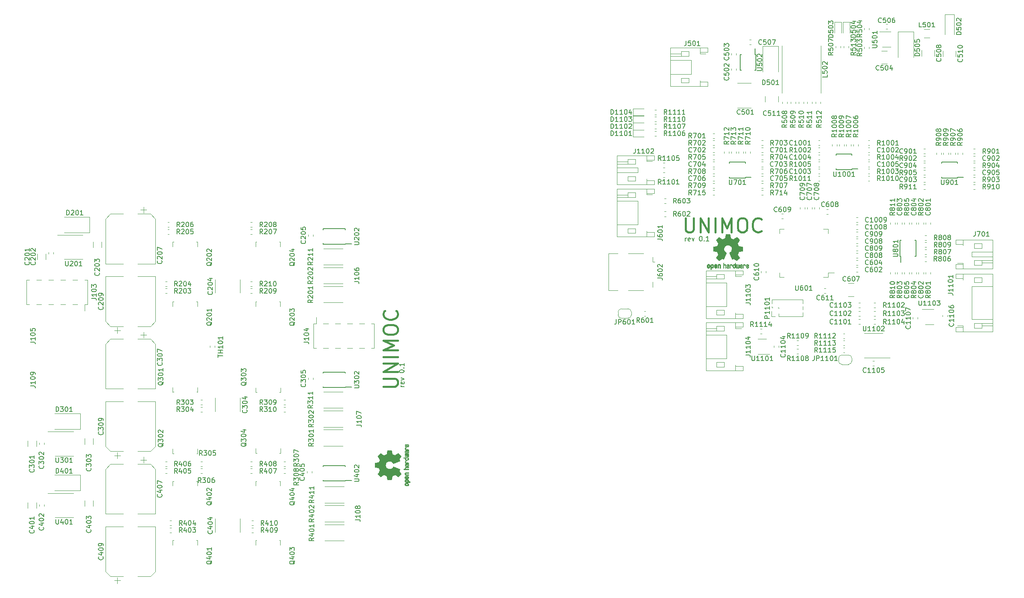
<source format=gto>
G04 #@! TF.GenerationSoftware,KiCad,Pcbnew,(5.1.4)-1*
G04 #@! TF.CreationDate,2019-11-19T11:57:25+01:00*
G04 #@! TF.ProjectId,hardware_4850,68617264-7761-4726-955f-343835302e6b,rev?*
G04 #@! TF.SameCoordinates,Original*
G04 #@! TF.FileFunction,Legend,Top*
G04 #@! TF.FilePolarity,Positive*
%FSLAX46Y46*%
G04 Gerber Fmt 4.6, Leading zero omitted, Abs format (unit mm)*
G04 Created by KiCad (PCBNEW (5.1.4)-1) date 2019-11-19 11:57:25*
%MOMM*%
%LPD*%
G04 APERTURE LIST*
%ADD10C,0.150000*%
%ADD11C,0.450000*%
%ADD12C,0.010000*%
%ADD13C,0.120000*%
G04 APERTURE END LIST*
D10*
X137702380Y-140702380D02*
X137035714Y-140702380D01*
X137226190Y-140702380D02*
X137130952Y-140654761D01*
X137083333Y-140607142D01*
X137035714Y-140511904D01*
X137035714Y-140416666D01*
X137654761Y-139702380D02*
X137702380Y-139797619D01*
X137702380Y-139988095D01*
X137654761Y-140083333D01*
X137559523Y-140130952D01*
X137178571Y-140130952D01*
X137083333Y-140083333D01*
X137035714Y-139988095D01*
X137035714Y-139797619D01*
X137083333Y-139702380D01*
X137178571Y-139654761D01*
X137273809Y-139654761D01*
X137369047Y-140130952D01*
X137035714Y-139321428D02*
X137702380Y-139083333D01*
X137035714Y-138845238D01*
X136702380Y-137511904D02*
X136702380Y-137416666D01*
X136750000Y-137321428D01*
X136797619Y-137273809D01*
X136892857Y-137226190D01*
X137083333Y-137178571D01*
X137321428Y-137178571D01*
X137511904Y-137226190D01*
X137607142Y-137273809D01*
X137654761Y-137321428D01*
X137702380Y-137416666D01*
X137702380Y-137511904D01*
X137654761Y-137607142D01*
X137607142Y-137654761D01*
X137511904Y-137702380D01*
X137321428Y-137750000D01*
X137083333Y-137750000D01*
X136892857Y-137702380D01*
X136797619Y-137654761D01*
X136750000Y-137607142D01*
X136702380Y-137511904D01*
X137607142Y-136750000D02*
X137654761Y-136702380D01*
X137702380Y-136750000D01*
X137654761Y-136797619D01*
X137607142Y-136750000D01*
X137702380Y-136750000D01*
X137702380Y-135750000D02*
X137702380Y-136321428D01*
X137702380Y-136035714D02*
X136702380Y-136035714D01*
X136845238Y-136130952D01*
X136940476Y-136226190D01*
X136988095Y-136321428D01*
D11*
X133357142Y-140678571D02*
X135785714Y-140678571D01*
X136071428Y-140535714D01*
X136214285Y-140392857D01*
X136357142Y-140107142D01*
X136357142Y-139535714D01*
X136214285Y-139250000D01*
X136071428Y-139107142D01*
X135785714Y-138964285D01*
X133357142Y-138964285D01*
X136357142Y-137535714D02*
X133357142Y-137535714D01*
X136357142Y-135821428D01*
X133357142Y-135821428D01*
X136357142Y-134392857D02*
X133357142Y-134392857D01*
X136357142Y-132964285D02*
X133357142Y-132964285D01*
X135500000Y-131964285D01*
X133357142Y-130964285D01*
X136357142Y-130964285D01*
X133357142Y-128964285D02*
X133357142Y-128392857D01*
X133500000Y-128107142D01*
X133785714Y-127821428D01*
X134357142Y-127678571D01*
X135357142Y-127678571D01*
X135928571Y-127821428D01*
X136214285Y-128107142D01*
X136357142Y-128392857D01*
X136357142Y-128964285D01*
X136214285Y-129250000D01*
X135928571Y-129535714D01*
X135357142Y-129678571D01*
X134357142Y-129678571D01*
X133785714Y-129535714D01*
X133500000Y-129250000D01*
X133357142Y-128964285D01*
X136071428Y-124678571D02*
X136214285Y-124821428D01*
X136357142Y-125250000D01*
X136357142Y-125535714D01*
X136214285Y-125964285D01*
X135928571Y-126250000D01*
X135642857Y-126392857D01*
X135071428Y-126535714D01*
X134642857Y-126535714D01*
X134071428Y-126392857D01*
X133785714Y-126250000D01*
X133500000Y-125964285D01*
X133357142Y-125535714D01*
X133357142Y-125250000D01*
X133500000Y-124821428D01*
X133642857Y-124678571D01*
D10*
X197047619Y-109952380D02*
X197047619Y-109285714D01*
X197047619Y-109476190D02*
X197095238Y-109380952D01*
X197142857Y-109333333D01*
X197238095Y-109285714D01*
X197333333Y-109285714D01*
X198047619Y-109904761D02*
X197952380Y-109952380D01*
X197761904Y-109952380D01*
X197666666Y-109904761D01*
X197619047Y-109809523D01*
X197619047Y-109428571D01*
X197666666Y-109333333D01*
X197761904Y-109285714D01*
X197952380Y-109285714D01*
X198047619Y-109333333D01*
X198095238Y-109428571D01*
X198095238Y-109523809D01*
X197619047Y-109619047D01*
X198428571Y-109285714D02*
X198666666Y-109952380D01*
X198904761Y-109285714D01*
X200238095Y-108952380D02*
X200333333Y-108952380D01*
X200428571Y-109000000D01*
X200476190Y-109047619D01*
X200523809Y-109142857D01*
X200571428Y-109333333D01*
X200571428Y-109571428D01*
X200523809Y-109761904D01*
X200476190Y-109857142D01*
X200428571Y-109904761D01*
X200333333Y-109952380D01*
X200238095Y-109952380D01*
X200142857Y-109904761D01*
X200095238Y-109857142D01*
X200047619Y-109761904D01*
X200000000Y-109571428D01*
X200000000Y-109333333D01*
X200047619Y-109142857D01*
X200095238Y-109047619D01*
X200142857Y-109000000D01*
X200238095Y-108952380D01*
X201000000Y-109857142D02*
X201047619Y-109904761D01*
X201000000Y-109952380D01*
X200952380Y-109904761D01*
X201000000Y-109857142D01*
X201000000Y-109952380D01*
X202000000Y-109952380D02*
X201428571Y-109952380D01*
X201714285Y-109952380D02*
X201714285Y-108952380D01*
X201619047Y-109095238D01*
X201523809Y-109190476D01*
X201428571Y-109238095D01*
D11*
X197071428Y-105107142D02*
X197071428Y-107535714D01*
X197214285Y-107821428D01*
X197357142Y-107964285D01*
X197642857Y-108107142D01*
X198214285Y-108107142D01*
X198500000Y-107964285D01*
X198642857Y-107821428D01*
X198785714Y-107535714D01*
X198785714Y-105107142D01*
X200214285Y-108107142D02*
X200214285Y-105107142D01*
X201928571Y-108107142D01*
X201928571Y-105107142D01*
X203357142Y-108107142D02*
X203357142Y-105107142D01*
X204785714Y-108107142D02*
X204785714Y-105107142D01*
X205785714Y-107250000D01*
X206785714Y-105107142D01*
X206785714Y-108107142D01*
X208785714Y-105107142D02*
X209357142Y-105107142D01*
X209642857Y-105250000D01*
X209928571Y-105535714D01*
X210071428Y-106107142D01*
X210071428Y-107107142D01*
X209928571Y-107678571D01*
X209642857Y-107964285D01*
X209357142Y-108107142D01*
X208785714Y-108107142D01*
X208500000Y-107964285D01*
X208214285Y-107678571D01*
X208071428Y-107107142D01*
X208071428Y-106107142D01*
X208214285Y-105535714D01*
X208500000Y-105250000D01*
X208785714Y-105107142D01*
X213071428Y-107821428D02*
X212928571Y-107964285D01*
X212500000Y-108107142D01*
X212214285Y-108107142D01*
X211785714Y-107964285D01*
X211500000Y-107678571D01*
X211357142Y-107392857D01*
X211214285Y-106821428D01*
X211214285Y-106392857D01*
X211357142Y-105821428D01*
X211500000Y-105535714D01*
X211785714Y-105250000D01*
X212214285Y-105107142D01*
X212500000Y-105107142D01*
X212928571Y-105250000D01*
X213071428Y-105392857D01*
D12*
G36*
X137834505Y-160481114D02*
G01*
X137871727Y-160406461D01*
X137940261Y-160340569D01*
X137965648Y-160322423D01*
X137998866Y-160302655D01*
X138034945Y-160289828D01*
X138083098Y-160282490D01*
X138152536Y-160279187D01*
X138244206Y-160278462D01*
X138369830Y-160281737D01*
X138464154Y-160293123D01*
X138534523Y-160314959D01*
X138588286Y-160349581D01*
X138632788Y-160399330D01*
X138635423Y-160402986D01*
X138662377Y-160452015D01*
X138675712Y-160511055D01*
X138679000Y-160586141D01*
X138679000Y-160708205D01*
X138797497Y-160708256D01*
X138863492Y-160709392D01*
X138902202Y-160716314D01*
X138925419Y-160734402D01*
X138944933Y-160769038D01*
X138948920Y-160777355D01*
X138967603Y-160816280D01*
X138979403Y-160846417D01*
X138980422Y-160868826D01*
X138966761Y-160884567D01*
X138934522Y-160894698D01*
X138879804Y-160900277D01*
X138798711Y-160902365D01*
X138687344Y-160902019D01*
X138541802Y-160900300D01*
X138498269Y-160899763D01*
X138348205Y-160897828D01*
X138250042Y-160896096D01*
X138250042Y-160708308D01*
X138333364Y-160707252D01*
X138387880Y-160702562D01*
X138423837Y-160691949D01*
X138451482Y-160673128D01*
X138464965Y-160660350D01*
X138504417Y-160608110D01*
X138507628Y-160561858D01*
X138475049Y-160514133D01*
X138473846Y-160512923D01*
X138448668Y-160493506D01*
X138414447Y-160481693D01*
X138361748Y-160475735D01*
X138281131Y-160473880D01*
X138263271Y-160473846D01*
X138152175Y-160478330D01*
X138075161Y-160492926D01*
X138028147Y-160519350D01*
X138007050Y-160559317D01*
X138004923Y-160582416D01*
X138014900Y-160637238D01*
X138047752Y-160674842D01*
X138107857Y-160697477D01*
X138199598Y-160707394D01*
X138250042Y-160708308D01*
X138250042Y-160896096D01*
X138232060Y-160895778D01*
X138144679Y-160893127D01*
X138080905Y-160889394D01*
X138035582Y-160884093D01*
X138003555Y-160876742D01*
X137979668Y-160866857D01*
X137958764Y-160853954D01*
X137950898Y-160848421D01*
X137876595Y-160775031D01*
X137834467Y-160682240D01*
X137822722Y-160574904D01*
X137834505Y-160481114D01*
X137834505Y-160481114D01*
G37*
X137834505Y-160481114D02*
X137871727Y-160406461D01*
X137940261Y-160340569D01*
X137965648Y-160322423D01*
X137998866Y-160302655D01*
X138034945Y-160289828D01*
X138083098Y-160282490D01*
X138152536Y-160279187D01*
X138244206Y-160278462D01*
X138369830Y-160281737D01*
X138464154Y-160293123D01*
X138534523Y-160314959D01*
X138588286Y-160349581D01*
X138632788Y-160399330D01*
X138635423Y-160402986D01*
X138662377Y-160452015D01*
X138675712Y-160511055D01*
X138679000Y-160586141D01*
X138679000Y-160708205D01*
X138797497Y-160708256D01*
X138863492Y-160709392D01*
X138902202Y-160716314D01*
X138925419Y-160734402D01*
X138944933Y-160769038D01*
X138948920Y-160777355D01*
X138967603Y-160816280D01*
X138979403Y-160846417D01*
X138980422Y-160868826D01*
X138966761Y-160884567D01*
X138934522Y-160894698D01*
X138879804Y-160900277D01*
X138798711Y-160902365D01*
X138687344Y-160902019D01*
X138541802Y-160900300D01*
X138498269Y-160899763D01*
X138348205Y-160897828D01*
X138250042Y-160896096D01*
X138250042Y-160708308D01*
X138333364Y-160707252D01*
X138387880Y-160702562D01*
X138423837Y-160691949D01*
X138451482Y-160673128D01*
X138464965Y-160660350D01*
X138504417Y-160608110D01*
X138507628Y-160561858D01*
X138475049Y-160514133D01*
X138473846Y-160512923D01*
X138448668Y-160493506D01*
X138414447Y-160481693D01*
X138361748Y-160475735D01*
X138281131Y-160473880D01*
X138263271Y-160473846D01*
X138152175Y-160478330D01*
X138075161Y-160492926D01*
X138028147Y-160519350D01*
X138007050Y-160559317D01*
X138004923Y-160582416D01*
X138014900Y-160637238D01*
X138047752Y-160674842D01*
X138107857Y-160697477D01*
X138199598Y-160707394D01*
X138250042Y-160708308D01*
X138250042Y-160896096D01*
X138232060Y-160895778D01*
X138144679Y-160893127D01*
X138080905Y-160889394D01*
X138035582Y-160884093D01*
X138003555Y-160876742D01*
X137979668Y-160866857D01*
X137958764Y-160853954D01*
X137950898Y-160848421D01*
X137876595Y-160775031D01*
X137834467Y-160682240D01*
X137822722Y-160574904D01*
X137834505Y-160481114D01*
G36*
X137845089Y-158978336D02*
G01*
X137881358Y-158915633D01*
X137917358Y-158872039D01*
X137955075Y-158840155D01*
X138001199Y-158818190D01*
X138062421Y-158804351D01*
X138145431Y-158796847D01*
X138256919Y-158793883D01*
X138337062Y-158793539D01*
X138632065Y-158793539D01*
X138706515Y-158959615D01*
X138383402Y-158969385D01*
X138262729Y-158973421D01*
X138175141Y-158977656D01*
X138114650Y-158982903D01*
X138075268Y-158989975D01*
X138051007Y-158999689D01*
X138035880Y-159012856D01*
X138032606Y-159017081D01*
X138007034Y-159081091D01*
X138017153Y-159145792D01*
X138044000Y-159184308D01*
X138063024Y-159199975D01*
X138087988Y-159210820D01*
X138125834Y-159217712D01*
X138183502Y-159221521D01*
X138267935Y-159223117D01*
X138355928Y-159223385D01*
X138466323Y-159223437D01*
X138544463Y-159225328D01*
X138597165Y-159231655D01*
X138631242Y-159245017D01*
X138653511Y-159268015D01*
X138670787Y-159303246D01*
X138688738Y-159350303D01*
X138708278Y-159401697D01*
X138361485Y-159395579D01*
X138236468Y-159393116D01*
X138144082Y-159390233D01*
X138077881Y-159386102D01*
X138031420Y-159379893D01*
X137998256Y-159370774D01*
X137971944Y-159357917D01*
X137948729Y-159342416D01*
X137874569Y-159267629D01*
X137831684Y-159176372D01*
X137821412Y-159077117D01*
X137845089Y-158978336D01*
X137845089Y-158978336D01*
G37*
X137845089Y-158978336D02*
X137881358Y-158915633D01*
X137917358Y-158872039D01*
X137955075Y-158840155D01*
X138001199Y-158818190D01*
X138062421Y-158804351D01*
X138145431Y-158796847D01*
X138256919Y-158793883D01*
X138337062Y-158793539D01*
X138632065Y-158793539D01*
X138706515Y-158959615D01*
X138383402Y-158969385D01*
X138262729Y-158973421D01*
X138175141Y-158977656D01*
X138114650Y-158982903D01*
X138075268Y-158989975D01*
X138051007Y-158999689D01*
X138035880Y-159012856D01*
X138032606Y-159017081D01*
X138007034Y-159081091D01*
X138017153Y-159145792D01*
X138044000Y-159184308D01*
X138063024Y-159199975D01*
X138087988Y-159210820D01*
X138125834Y-159217712D01*
X138183502Y-159221521D01*
X138267935Y-159223117D01*
X138355928Y-159223385D01*
X138466323Y-159223437D01*
X138544463Y-159225328D01*
X138597165Y-159231655D01*
X138631242Y-159245017D01*
X138653511Y-159268015D01*
X138670787Y-159303246D01*
X138688738Y-159350303D01*
X138708278Y-159401697D01*
X138361485Y-159395579D01*
X138236468Y-159393116D01*
X138144082Y-159390233D01*
X138077881Y-159386102D01*
X138031420Y-159379893D01*
X137998256Y-159370774D01*
X137971944Y-159357917D01*
X137948729Y-159342416D01*
X137874569Y-159267629D01*
X137831684Y-159176372D01*
X137821412Y-159077117D01*
X137845089Y-158978336D01*
G36*
X137837256Y-161233114D02*
G01*
X137885409Y-161141536D01*
X137962905Y-161073951D01*
X138012727Y-161049943D01*
X138087533Y-161031262D01*
X138182052Y-161021699D01*
X138285210Y-161020792D01*
X138385935Y-161028079D01*
X138473153Y-161043097D01*
X138535791Y-161065385D01*
X138546579Y-161072235D01*
X138627105Y-161153368D01*
X138675336Y-161249734D01*
X138689450Y-161354299D01*
X138667629Y-161460032D01*
X138654547Y-161489457D01*
X138614231Y-161546759D01*
X138560775Y-161597050D01*
X138553995Y-161601803D01*
X138521321Y-161621122D01*
X138486394Y-161633892D01*
X138440414Y-161641436D01*
X138374584Y-161645076D01*
X138280105Y-161646135D01*
X138258923Y-161646154D01*
X138252182Y-161646106D01*
X138252182Y-161450769D01*
X138341349Y-161449632D01*
X138400520Y-161445159D01*
X138438741Y-161435754D01*
X138465053Y-161419824D01*
X138473846Y-161411692D01*
X138507261Y-161364942D01*
X138505737Y-161319553D01*
X138476752Y-161273660D01*
X138445809Y-161246288D01*
X138400643Y-161230077D01*
X138329420Y-161220974D01*
X138321114Y-161220349D01*
X138192037Y-161218796D01*
X138096172Y-161235035D01*
X138034107Y-161268848D01*
X138006432Y-161320016D01*
X138004923Y-161338280D01*
X138012513Y-161386240D01*
X138038808Y-161419047D01*
X138089095Y-161439105D01*
X138168664Y-161448822D01*
X138252182Y-161450769D01*
X138252182Y-161646106D01*
X138158249Y-161645426D01*
X138087906Y-161642371D01*
X138039163Y-161635678D01*
X138003288Y-161624040D01*
X137971548Y-161606147D01*
X137965648Y-161602192D01*
X137886104Y-161535733D01*
X137839929Y-161463315D01*
X137821599Y-161375151D01*
X137820703Y-161345213D01*
X137837256Y-161233114D01*
X137837256Y-161233114D01*
G37*
X137837256Y-161233114D02*
X137885409Y-161141536D01*
X137962905Y-161073951D01*
X138012727Y-161049943D01*
X138087533Y-161031262D01*
X138182052Y-161021699D01*
X138285210Y-161020792D01*
X138385935Y-161028079D01*
X138473153Y-161043097D01*
X138535791Y-161065385D01*
X138546579Y-161072235D01*
X138627105Y-161153368D01*
X138675336Y-161249734D01*
X138689450Y-161354299D01*
X138667629Y-161460032D01*
X138654547Y-161489457D01*
X138614231Y-161546759D01*
X138560775Y-161597050D01*
X138553995Y-161601803D01*
X138521321Y-161621122D01*
X138486394Y-161633892D01*
X138440414Y-161641436D01*
X138374584Y-161645076D01*
X138280105Y-161646135D01*
X138258923Y-161646154D01*
X138252182Y-161646106D01*
X138252182Y-161450769D01*
X138341349Y-161449632D01*
X138400520Y-161445159D01*
X138438741Y-161435754D01*
X138465053Y-161419824D01*
X138473846Y-161411692D01*
X138507261Y-161364942D01*
X138505737Y-161319553D01*
X138476752Y-161273660D01*
X138445809Y-161246288D01*
X138400643Y-161230077D01*
X138329420Y-161220974D01*
X138321114Y-161220349D01*
X138192037Y-161218796D01*
X138096172Y-161235035D01*
X138034107Y-161268848D01*
X138006432Y-161320016D01*
X138004923Y-161338280D01*
X138012513Y-161386240D01*
X138038808Y-161419047D01*
X138089095Y-161439105D01*
X138168664Y-161448822D01*
X138252182Y-161450769D01*
X138252182Y-161646106D01*
X138158249Y-161645426D01*
X138087906Y-161642371D01*
X138039163Y-161635678D01*
X138003288Y-161624040D01*
X137971548Y-161606147D01*
X137965648Y-161602192D01*
X137886104Y-161535733D01*
X137839929Y-161463315D01*
X137821599Y-161375151D01*
X137820703Y-161345213D01*
X137837256Y-161233114D01*
G36*
X137849745Y-159715746D02*
G01*
X137901567Y-159638714D01*
X137976412Y-159579184D01*
X138071654Y-159543622D01*
X138141756Y-159536429D01*
X138171009Y-159537246D01*
X138193407Y-159544086D01*
X138213474Y-159562888D01*
X138235733Y-159599592D01*
X138264709Y-159660138D01*
X138304927Y-159750466D01*
X138305129Y-159750923D01*
X138343210Y-159834067D01*
X138377025Y-159902247D01*
X138402933Y-159948495D01*
X138417295Y-159965842D01*
X138417411Y-159965846D01*
X138448685Y-159950557D01*
X138483157Y-159914804D01*
X138507990Y-159873758D01*
X138512923Y-159852963D01*
X138495862Y-159796230D01*
X138453133Y-159747373D01*
X138406155Y-159723535D01*
X138371522Y-159700603D01*
X138332081Y-159655682D01*
X138298009Y-159602877D01*
X138279480Y-159556290D01*
X138278462Y-159546548D01*
X138295215Y-159535582D01*
X138338039Y-159534921D01*
X138395781Y-159542980D01*
X138457289Y-159558173D01*
X138511409Y-159578914D01*
X138513510Y-159579962D01*
X138600660Y-159642379D01*
X138659939Y-159723274D01*
X138689034Y-159815144D01*
X138685634Y-159910487D01*
X138647428Y-160001802D01*
X138644741Y-160005862D01*
X138579642Y-160077694D01*
X138494705Y-160124927D01*
X138383021Y-160151066D01*
X138351643Y-160154574D01*
X138203536Y-160160787D01*
X138134468Y-160153339D01*
X138134468Y-159965846D01*
X138177552Y-159963410D01*
X138190126Y-159950086D01*
X138180719Y-159916868D01*
X138158483Y-159864506D01*
X138130610Y-159805976D01*
X138129872Y-159804521D01*
X138103777Y-159754911D01*
X138086363Y-159735000D01*
X138068107Y-159739910D01*
X138044120Y-159760584D01*
X138009406Y-159813181D01*
X138006856Y-159869823D01*
X138032119Y-159920631D01*
X138080847Y-159955724D01*
X138134468Y-159965846D01*
X138134468Y-160153339D01*
X138085036Y-160148008D01*
X137991055Y-160115222D01*
X137925215Y-160069579D01*
X137858681Y-159987198D01*
X137825676Y-159896454D01*
X137823573Y-159803815D01*
X137849745Y-159715746D01*
X137849745Y-159715746D01*
G37*
X137849745Y-159715746D02*
X137901567Y-159638714D01*
X137976412Y-159579184D01*
X138071654Y-159543622D01*
X138141756Y-159536429D01*
X138171009Y-159537246D01*
X138193407Y-159544086D01*
X138213474Y-159562888D01*
X138235733Y-159599592D01*
X138264709Y-159660138D01*
X138304927Y-159750466D01*
X138305129Y-159750923D01*
X138343210Y-159834067D01*
X138377025Y-159902247D01*
X138402933Y-159948495D01*
X138417295Y-159965842D01*
X138417411Y-159965846D01*
X138448685Y-159950557D01*
X138483157Y-159914804D01*
X138507990Y-159873758D01*
X138512923Y-159852963D01*
X138495862Y-159796230D01*
X138453133Y-159747373D01*
X138406155Y-159723535D01*
X138371522Y-159700603D01*
X138332081Y-159655682D01*
X138298009Y-159602877D01*
X138279480Y-159556290D01*
X138278462Y-159546548D01*
X138295215Y-159535582D01*
X138338039Y-159534921D01*
X138395781Y-159542980D01*
X138457289Y-159558173D01*
X138511409Y-159578914D01*
X138513510Y-159579962D01*
X138600660Y-159642379D01*
X138659939Y-159723274D01*
X138689034Y-159815144D01*
X138685634Y-159910487D01*
X138647428Y-160001802D01*
X138644741Y-160005862D01*
X138579642Y-160077694D01*
X138494705Y-160124927D01*
X138383021Y-160151066D01*
X138351643Y-160154574D01*
X138203536Y-160160787D01*
X138134468Y-160153339D01*
X138134468Y-159965846D01*
X138177552Y-159963410D01*
X138190126Y-159950086D01*
X138180719Y-159916868D01*
X138158483Y-159864506D01*
X138130610Y-159805976D01*
X138129872Y-159804521D01*
X138103777Y-159754911D01*
X138086363Y-159735000D01*
X138068107Y-159739910D01*
X138044120Y-159760584D01*
X138009406Y-159813181D01*
X138006856Y-159869823D01*
X138032119Y-159920631D01*
X138080847Y-159955724D01*
X138134468Y-159965846D01*
X138134468Y-160153339D01*
X138085036Y-160148008D01*
X137991055Y-160115222D01*
X137925215Y-160069579D01*
X137858681Y-159987198D01*
X137825676Y-159896454D01*
X137823573Y-159803815D01*
X137849745Y-159715746D01*
G36*
X137742120Y-158090154D02*
G01*
X137821980Y-158084428D01*
X137869039Y-158077851D01*
X137889566Y-158068738D01*
X137889829Y-158055402D01*
X137887378Y-158051077D01*
X137869636Y-157993556D01*
X137870672Y-157918732D01*
X137888910Y-157842661D01*
X137912505Y-157795082D01*
X137950198Y-157746298D01*
X137992855Y-157710636D01*
X138047057Y-157686155D01*
X138119384Y-157670913D01*
X138216419Y-157662970D01*
X138344742Y-157660384D01*
X138369358Y-157660338D01*
X138645870Y-157660308D01*
X138667320Y-157721839D01*
X138681912Y-157765541D01*
X138688706Y-157789518D01*
X138688769Y-157790223D01*
X138670345Y-157792585D01*
X138619526Y-157794594D01*
X138542993Y-157796099D01*
X138447430Y-157796947D01*
X138389329Y-157797077D01*
X138274771Y-157797349D01*
X138192667Y-157798748D01*
X138136393Y-157802151D01*
X138099326Y-157808433D01*
X138074844Y-157818471D01*
X138056325Y-157833139D01*
X138047406Y-157842298D01*
X138011466Y-157905211D01*
X138008775Y-157973864D01*
X138039170Y-158036152D01*
X138050144Y-158047671D01*
X138070779Y-158064567D01*
X138095256Y-158076286D01*
X138130647Y-158083767D01*
X138184026Y-158087946D01*
X138262466Y-158089763D01*
X138370617Y-158090154D01*
X138645870Y-158090154D01*
X138667320Y-158151685D01*
X138681912Y-158195387D01*
X138688706Y-158219364D01*
X138688769Y-158220070D01*
X138670069Y-158221874D01*
X138617322Y-158223500D01*
X138535557Y-158224883D01*
X138429805Y-158225958D01*
X138305094Y-158226660D01*
X138166455Y-158226923D01*
X137631806Y-158226923D01*
X137578236Y-158099923D01*
X137742120Y-158090154D01*
X137742120Y-158090154D01*
G37*
X137742120Y-158090154D02*
X137821980Y-158084428D01*
X137869039Y-158077851D01*
X137889566Y-158068738D01*
X137889829Y-158055402D01*
X137887378Y-158051077D01*
X137869636Y-157993556D01*
X137870672Y-157918732D01*
X137888910Y-157842661D01*
X137912505Y-157795082D01*
X137950198Y-157746298D01*
X137992855Y-157710636D01*
X138047057Y-157686155D01*
X138119384Y-157670913D01*
X138216419Y-157662970D01*
X138344742Y-157660384D01*
X138369358Y-157660338D01*
X138645870Y-157660308D01*
X138667320Y-157721839D01*
X138681912Y-157765541D01*
X138688706Y-157789518D01*
X138688769Y-157790223D01*
X138670345Y-157792585D01*
X138619526Y-157794594D01*
X138542993Y-157796099D01*
X138447430Y-157796947D01*
X138389329Y-157797077D01*
X138274771Y-157797349D01*
X138192667Y-157798748D01*
X138136393Y-157802151D01*
X138099326Y-157808433D01*
X138074844Y-157818471D01*
X138056325Y-157833139D01*
X138047406Y-157842298D01*
X138011466Y-157905211D01*
X138008775Y-157973864D01*
X138039170Y-158036152D01*
X138050144Y-158047671D01*
X138070779Y-158064567D01*
X138095256Y-158076286D01*
X138130647Y-158083767D01*
X138184026Y-158087946D01*
X138262466Y-158089763D01*
X138370617Y-158090154D01*
X138645870Y-158090154D01*
X138667320Y-158151685D01*
X138681912Y-158195387D01*
X138688706Y-158219364D01*
X138688769Y-158220070D01*
X138670069Y-158221874D01*
X138617322Y-158223500D01*
X138535557Y-158224883D01*
X138429805Y-158225958D01*
X138305094Y-158226660D01*
X138166455Y-158226923D01*
X137631806Y-158226923D01*
X137578236Y-158099923D01*
X137742120Y-158090154D01*
G36*
X137876303Y-157196499D02*
G01*
X137904733Y-157119940D01*
X137905279Y-157119064D01*
X137940127Y-157071715D01*
X137980852Y-157036759D01*
X138033925Y-157012175D01*
X138105814Y-156995938D01*
X138202992Y-156986025D01*
X138331928Y-156980414D01*
X138350298Y-156979923D01*
X138627287Y-156972859D01*
X138658028Y-157032305D01*
X138678802Y-157075319D01*
X138688646Y-157101290D01*
X138688769Y-157102491D01*
X138670606Y-157106986D01*
X138621612Y-157110556D01*
X138550031Y-157112752D01*
X138492068Y-157113231D01*
X138398170Y-157113242D01*
X138339203Y-157117534D01*
X138311079Y-157132497D01*
X138309706Y-157164518D01*
X138330998Y-157219986D01*
X138370136Y-157303731D01*
X138402643Y-157365311D01*
X138430845Y-157396983D01*
X138461582Y-157406294D01*
X138463104Y-157406308D01*
X138516054Y-157390943D01*
X138544660Y-157345453D01*
X138548803Y-157275834D01*
X138548084Y-157225687D01*
X138562527Y-157199246D01*
X138597218Y-157182757D01*
X138641416Y-157173267D01*
X138666493Y-157186943D01*
X138670082Y-157192093D01*
X138684496Y-157240575D01*
X138686537Y-157308469D01*
X138676983Y-157378388D01*
X138659522Y-157427932D01*
X138601364Y-157496430D01*
X138520408Y-157535366D01*
X138457160Y-157543077D01*
X138400111Y-157537193D01*
X138353542Y-157515899D01*
X138312181Y-157473735D01*
X138270755Y-157405241D01*
X138223993Y-157304956D01*
X138221350Y-157298846D01*
X138179617Y-157208510D01*
X138145391Y-157152765D01*
X138114635Y-157128871D01*
X138083311Y-157134087D01*
X138047383Y-157165672D01*
X138039116Y-157175117D01*
X138007058Y-157238383D01*
X138008407Y-157303936D01*
X138039838Y-157361028D01*
X138098024Y-157398907D01*
X138109446Y-157402426D01*
X138164837Y-157436700D01*
X138191518Y-157480191D01*
X138217960Y-157543077D01*
X138149548Y-157543077D01*
X138050110Y-157523948D01*
X137958902Y-157467169D01*
X137928389Y-157437622D01*
X137889228Y-157370458D01*
X137871500Y-157285044D01*
X137876303Y-157196499D01*
X137876303Y-157196499D01*
G37*
X137876303Y-157196499D02*
X137904733Y-157119940D01*
X137905279Y-157119064D01*
X137940127Y-157071715D01*
X137980852Y-157036759D01*
X138033925Y-157012175D01*
X138105814Y-156995938D01*
X138202992Y-156986025D01*
X138331928Y-156980414D01*
X138350298Y-156979923D01*
X138627287Y-156972859D01*
X138658028Y-157032305D01*
X138678802Y-157075319D01*
X138688646Y-157101290D01*
X138688769Y-157102491D01*
X138670606Y-157106986D01*
X138621612Y-157110556D01*
X138550031Y-157112752D01*
X138492068Y-157113231D01*
X138398170Y-157113242D01*
X138339203Y-157117534D01*
X138311079Y-157132497D01*
X138309706Y-157164518D01*
X138330998Y-157219986D01*
X138370136Y-157303731D01*
X138402643Y-157365311D01*
X138430845Y-157396983D01*
X138461582Y-157406294D01*
X138463104Y-157406308D01*
X138516054Y-157390943D01*
X138544660Y-157345453D01*
X138548803Y-157275834D01*
X138548084Y-157225687D01*
X138562527Y-157199246D01*
X138597218Y-157182757D01*
X138641416Y-157173267D01*
X138666493Y-157186943D01*
X138670082Y-157192093D01*
X138684496Y-157240575D01*
X138686537Y-157308469D01*
X138676983Y-157378388D01*
X138659522Y-157427932D01*
X138601364Y-157496430D01*
X138520408Y-157535366D01*
X138457160Y-157543077D01*
X138400111Y-157537193D01*
X138353542Y-157515899D01*
X138312181Y-157473735D01*
X138270755Y-157405241D01*
X138223993Y-157304956D01*
X138221350Y-157298846D01*
X138179617Y-157208510D01*
X138145391Y-157152765D01*
X138114635Y-157128871D01*
X138083311Y-157134087D01*
X138047383Y-157165672D01*
X138039116Y-157175117D01*
X138007058Y-157238383D01*
X138008407Y-157303936D01*
X138039838Y-157361028D01*
X138098024Y-157398907D01*
X138109446Y-157402426D01*
X138164837Y-157436700D01*
X138191518Y-157480191D01*
X138217960Y-157543077D01*
X138149548Y-157543077D01*
X138050110Y-157523948D01*
X137958902Y-157467169D01*
X137928389Y-157437622D01*
X137889228Y-157370458D01*
X137871500Y-157285044D01*
X137876303Y-157196499D01*
G36*
X137874670Y-156536638D02*
G01*
X137907421Y-156447883D01*
X137965350Y-156375978D01*
X138006128Y-156347856D01*
X138080954Y-156317198D01*
X138135058Y-156317835D01*
X138171446Y-156350013D01*
X138177633Y-156361919D01*
X138196925Y-156413325D01*
X138191982Y-156439578D01*
X138159587Y-156448470D01*
X138141692Y-156448923D01*
X138075859Y-156465203D01*
X138029807Y-156507635D01*
X138007564Y-156566612D01*
X138013161Y-156632525D01*
X138042229Y-156686105D01*
X138058810Y-156704202D01*
X138078925Y-156717029D01*
X138109332Y-156725694D01*
X138156788Y-156731304D01*
X138228050Y-156734965D01*
X138329875Y-156737785D01*
X138362115Y-156738516D01*
X138472410Y-156741180D01*
X138550036Y-156744208D01*
X138601396Y-156748750D01*
X138632890Y-156755954D01*
X138650920Y-156766967D01*
X138661888Y-156782940D01*
X138666733Y-156793166D01*
X138683301Y-156836594D01*
X138688769Y-156862158D01*
X138670507Y-156870605D01*
X138615296Y-156875761D01*
X138522499Y-156877654D01*
X138391478Y-156876311D01*
X138371269Y-156875893D01*
X138251733Y-156872942D01*
X138164449Y-156869452D01*
X138102591Y-156864486D01*
X138059336Y-156857107D01*
X138027860Y-156846376D01*
X138001339Y-156831355D01*
X137989975Y-156823498D01*
X137939692Y-156778447D01*
X137900581Y-156728060D01*
X137897167Y-156721892D01*
X137870212Y-156631542D01*
X137874670Y-156536638D01*
X137874670Y-156536638D01*
G37*
X137874670Y-156536638D02*
X137907421Y-156447883D01*
X137965350Y-156375978D01*
X138006128Y-156347856D01*
X138080954Y-156317198D01*
X138135058Y-156317835D01*
X138171446Y-156350013D01*
X138177633Y-156361919D01*
X138196925Y-156413325D01*
X138191982Y-156439578D01*
X138159587Y-156448470D01*
X138141692Y-156448923D01*
X138075859Y-156465203D01*
X138029807Y-156507635D01*
X138007564Y-156566612D01*
X138013161Y-156632525D01*
X138042229Y-156686105D01*
X138058810Y-156704202D01*
X138078925Y-156717029D01*
X138109332Y-156725694D01*
X138156788Y-156731304D01*
X138228050Y-156734965D01*
X138329875Y-156737785D01*
X138362115Y-156738516D01*
X138472410Y-156741180D01*
X138550036Y-156744208D01*
X138601396Y-156748750D01*
X138632890Y-156755954D01*
X138650920Y-156766967D01*
X138661888Y-156782940D01*
X138666733Y-156793166D01*
X138683301Y-156836594D01*
X138688769Y-156862158D01*
X138670507Y-156870605D01*
X138615296Y-156875761D01*
X138522499Y-156877654D01*
X138391478Y-156876311D01*
X138371269Y-156875893D01*
X138251733Y-156872942D01*
X138164449Y-156869452D01*
X138102591Y-156864486D01*
X138059336Y-156857107D01*
X138027860Y-156846376D01*
X138001339Y-156831355D01*
X137989975Y-156823498D01*
X137939692Y-156778447D01*
X137900581Y-156728060D01*
X137897167Y-156721892D01*
X137870212Y-156631542D01*
X137874670Y-156536638D01*
G36*
X138030289Y-155647919D02*
G01*
X138176320Y-155648167D01*
X138288655Y-155649128D01*
X138372678Y-155651206D01*
X138433769Y-155654807D01*
X138477309Y-155660335D01*
X138508679Y-155668196D01*
X138533262Y-155678793D01*
X138547294Y-155686818D01*
X138623388Y-155753272D01*
X138671084Y-155837530D01*
X138688199Y-155930751D01*
X138672546Y-156024100D01*
X138644418Y-156079688D01*
X138595760Y-156138043D01*
X138536333Y-156177814D01*
X138458507Y-156201810D01*
X138354652Y-156212839D01*
X138278462Y-156214401D01*
X138272986Y-156214191D01*
X138272986Y-156077692D01*
X138360355Y-156076859D01*
X138418192Y-156073039D01*
X138456029Y-156064254D01*
X138483398Y-156048526D01*
X138504042Y-156029734D01*
X138543890Y-155966625D01*
X138547295Y-155898863D01*
X138514025Y-155834821D01*
X138509517Y-155829836D01*
X138486067Y-155808561D01*
X138458166Y-155795221D01*
X138416641Y-155787999D01*
X138352316Y-155785077D01*
X138281200Y-155784615D01*
X138191858Y-155785617D01*
X138132258Y-155789762D01*
X138093089Y-155798764D01*
X138065040Y-155814333D01*
X138050144Y-155827098D01*
X138012575Y-155886400D01*
X138008057Y-155954699D01*
X138036753Y-156019890D01*
X138047406Y-156032472D01*
X138071063Y-156053889D01*
X138099251Y-156067256D01*
X138141245Y-156074434D01*
X138206319Y-156077281D01*
X138272986Y-156077692D01*
X138272986Y-156214191D01*
X138155765Y-156209678D01*
X138063577Y-156193638D01*
X137994269Y-156163472D01*
X137940211Y-156116371D01*
X137912505Y-156079688D01*
X137882572Y-156013010D01*
X137868678Y-155935728D01*
X137872397Y-155863890D01*
X137887400Y-155823692D01*
X137891670Y-155807918D01*
X137875750Y-155797450D01*
X137833089Y-155790144D01*
X137768106Y-155784615D01*
X137695732Y-155778563D01*
X137652187Y-155770156D01*
X137627287Y-155754859D01*
X137610845Y-155728136D01*
X137603564Y-155711346D01*
X137576963Y-155647846D01*
X138030289Y-155647919D01*
X138030289Y-155647919D01*
G37*
X138030289Y-155647919D02*
X138176320Y-155648167D01*
X138288655Y-155649128D01*
X138372678Y-155651206D01*
X138433769Y-155654807D01*
X138477309Y-155660335D01*
X138508679Y-155668196D01*
X138533262Y-155678793D01*
X138547294Y-155686818D01*
X138623388Y-155753272D01*
X138671084Y-155837530D01*
X138688199Y-155930751D01*
X138672546Y-156024100D01*
X138644418Y-156079688D01*
X138595760Y-156138043D01*
X138536333Y-156177814D01*
X138458507Y-156201810D01*
X138354652Y-156212839D01*
X138278462Y-156214401D01*
X138272986Y-156214191D01*
X138272986Y-156077692D01*
X138360355Y-156076859D01*
X138418192Y-156073039D01*
X138456029Y-156064254D01*
X138483398Y-156048526D01*
X138504042Y-156029734D01*
X138543890Y-155966625D01*
X138547295Y-155898863D01*
X138514025Y-155834821D01*
X138509517Y-155829836D01*
X138486067Y-155808561D01*
X138458166Y-155795221D01*
X138416641Y-155787999D01*
X138352316Y-155785077D01*
X138281200Y-155784615D01*
X138191858Y-155785617D01*
X138132258Y-155789762D01*
X138093089Y-155798764D01*
X138065040Y-155814333D01*
X138050144Y-155827098D01*
X138012575Y-155886400D01*
X138008057Y-155954699D01*
X138036753Y-156019890D01*
X138047406Y-156032472D01*
X138071063Y-156053889D01*
X138099251Y-156067256D01*
X138141245Y-156074434D01*
X138206319Y-156077281D01*
X138272986Y-156077692D01*
X138272986Y-156214191D01*
X138155765Y-156209678D01*
X138063577Y-156193638D01*
X137994269Y-156163472D01*
X137940211Y-156116371D01*
X137912505Y-156079688D01*
X137882572Y-156013010D01*
X137868678Y-155935728D01*
X137872397Y-155863890D01*
X137887400Y-155823692D01*
X137891670Y-155807918D01*
X137875750Y-155797450D01*
X137833089Y-155790144D01*
X137768106Y-155784615D01*
X137695732Y-155778563D01*
X137652187Y-155770156D01*
X137627287Y-155754859D01*
X137610845Y-155728136D01*
X137603564Y-155711346D01*
X137576963Y-155647846D01*
X138030289Y-155647919D01*
G36*
X137886662Y-154854071D02*
G01*
X137938068Y-154851089D01*
X138016192Y-154848753D01*
X138114857Y-154847251D01*
X138218343Y-154846769D01*
X138568533Y-154846769D01*
X138630363Y-154908599D01*
X138668462Y-154951207D01*
X138683895Y-154988610D01*
X138682918Y-155039730D01*
X138680433Y-155060022D01*
X138673200Y-155123446D01*
X138669055Y-155175905D01*
X138668672Y-155188692D01*
X138671176Y-155231801D01*
X138677462Y-155293456D01*
X138680433Y-155317362D01*
X138685028Y-155376078D01*
X138675046Y-155415536D01*
X138644228Y-155454662D01*
X138630363Y-155468785D01*
X138568533Y-155530615D01*
X137913503Y-155530615D01*
X137890829Y-155480850D01*
X137874034Y-155437998D01*
X137868154Y-155412927D01*
X137886736Y-155406499D01*
X137938655Y-155400491D01*
X138018172Y-155395303D01*
X138119546Y-155391336D01*
X138205192Y-155389423D01*
X138542231Y-155384077D01*
X138548825Y-155337440D01*
X138544214Y-155295024D01*
X138529287Y-155274240D01*
X138501377Y-155268430D01*
X138441925Y-155263470D01*
X138358466Y-155259754D01*
X138258532Y-155257676D01*
X138207104Y-155257376D01*
X137911054Y-155257077D01*
X137889604Y-155195546D01*
X137875020Y-155151996D01*
X137868219Y-155128306D01*
X137868154Y-155127623D01*
X137886642Y-155125246D01*
X137937906Y-155122634D01*
X138015649Y-155120005D01*
X138113574Y-155117579D01*
X138205192Y-155115885D01*
X138542231Y-155110539D01*
X138542231Y-154993308D01*
X138234746Y-154987928D01*
X137927261Y-154982549D01*
X137897707Y-154925399D01*
X137877413Y-154883203D01*
X137868204Y-154858230D01*
X137868154Y-154857509D01*
X137886662Y-154854071D01*
X137886662Y-154854071D01*
G37*
X137886662Y-154854071D02*
X137938068Y-154851089D01*
X138016192Y-154848753D01*
X138114857Y-154847251D01*
X138218343Y-154846769D01*
X138568533Y-154846769D01*
X138630363Y-154908599D01*
X138668462Y-154951207D01*
X138683895Y-154988610D01*
X138682918Y-155039730D01*
X138680433Y-155060022D01*
X138673200Y-155123446D01*
X138669055Y-155175905D01*
X138668672Y-155188692D01*
X138671176Y-155231801D01*
X138677462Y-155293456D01*
X138680433Y-155317362D01*
X138685028Y-155376078D01*
X138675046Y-155415536D01*
X138644228Y-155454662D01*
X138630363Y-155468785D01*
X138568533Y-155530615D01*
X137913503Y-155530615D01*
X137890829Y-155480850D01*
X137874034Y-155437998D01*
X137868154Y-155412927D01*
X137886736Y-155406499D01*
X137938655Y-155400491D01*
X138018172Y-155395303D01*
X138119546Y-155391336D01*
X138205192Y-155389423D01*
X138542231Y-155384077D01*
X138548825Y-155337440D01*
X138544214Y-155295024D01*
X138529287Y-155274240D01*
X138501377Y-155268430D01*
X138441925Y-155263470D01*
X138358466Y-155259754D01*
X138258532Y-155257676D01*
X138207104Y-155257376D01*
X137911054Y-155257077D01*
X137889604Y-155195546D01*
X137875020Y-155151996D01*
X137868219Y-155128306D01*
X137868154Y-155127623D01*
X137886642Y-155125246D01*
X137937906Y-155122634D01*
X138015649Y-155120005D01*
X138113574Y-155117579D01*
X138205192Y-155115885D01*
X138542231Y-155110539D01*
X138542231Y-154993308D01*
X138234746Y-154987928D01*
X137927261Y-154982549D01*
X137897707Y-154925399D01*
X137877413Y-154883203D01*
X137868204Y-154858230D01*
X137868154Y-154857509D01*
X137886662Y-154854071D01*
G36*
X137883528Y-154362667D02*
G01*
X137909117Y-154306410D01*
X137940124Y-154262253D01*
X137974795Y-154229899D01*
X138019520Y-154207562D01*
X138080692Y-154193454D01*
X138164701Y-154185789D01*
X138277940Y-154182780D01*
X138352509Y-154182462D01*
X138643420Y-154182462D01*
X138666095Y-154232227D01*
X138682667Y-154271424D01*
X138688769Y-154290843D01*
X138670610Y-154294558D01*
X138621648Y-154297505D01*
X138550153Y-154299309D01*
X138493385Y-154299692D01*
X138411371Y-154301339D01*
X138346309Y-154305778D01*
X138306467Y-154312260D01*
X138298000Y-154317410D01*
X138306646Y-154352023D01*
X138328823Y-154406360D01*
X138358886Y-154469278D01*
X138391192Y-154529632D01*
X138420098Y-154576279D01*
X138439961Y-154598074D01*
X138440175Y-154598161D01*
X138476935Y-154596286D01*
X138512026Y-154579475D01*
X138540528Y-154549961D01*
X138550061Y-154506884D01*
X138548950Y-154470068D01*
X138548133Y-154417926D01*
X138560349Y-154390556D01*
X138592624Y-154374118D01*
X138598710Y-154372045D01*
X138644739Y-154364919D01*
X138672687Y-154383976D01*
X138686007Y-154433647D01*
X138688470Y-154487303D01*
X138670210Y-154583858D01*
X138644131Y-154633841D01*
X138582868Y-154695571D01*
X138507670Y-154728310D01*
X138428211Y-154731247D01*
X138354167Y-154703576D01*
X138307769Y-154661953D01*
X138281793Y-154620396D01*
X138248907Y-154555078D01*
X138215557Y-154478962D01*
X138210461Y-154466274D01*
X138173565Y-154382667D01*
X138141046Y-154334470D01*
X138108718Y-154318970D01*
X138072394Y-154333450D01*
X138044000Y-154358308D01*
X138009039Y-154417061D01*
X138006417Y-154481707D01*
X138033358Y-154540992D01*
X138087088Y-154583661D01*
X138100950Y-154589261D01*
X138151936Y-154621867D01*
X138189787Y-154669470D01*
X138220850Y-154729539D01*
X138132768Y-154729539D01*
X138078951Y-154726003D01*
X138036534Y-154710844D01*
X137991279Y-154677232D01*
X137956420Y-154644965D01*
X137907062Y-154594791D01*
X137880547Y-154555807D01*
X137869911Y-154513936D01*
X137868154Y-154466540D01*
X137883528Y-154362667D01*
X137883528Y-154362667D01*
G37*
X137883528Y-154362667D02*
X137909117Y-154306410D01*
X137940124Y-154262253D01*
X137974795Y-154229899D01*
X138019520Y-154207562D01*
X138080692Y-154193454D01*
X138164701Y-154185789D01*
X138277940Y-154182780D01*
X138352509Y-154182462D01*
X138643420Y-154182462D01*
X138666095Y-154232227D01*
X138682667Y-154271424D01*
X138688769Y-154290843D01*
X138670610Y-154294558D01*
X138621648Y-154297505D01*
X138550153Y-154299309D01*
X138493385Y-154299692D01*
X138411371Y-154301339D01*
X138346309Y-154305778D01*
X138306467Y-154312260D01*
X138298000Y-154317410D01*
X138306646Y-154352023D01*
X138328823Y-154406360D01*
X138358886Y-154469278D01*
X138391192Y-154529632D01*
X138420098Y-154576279D01*
X138439961Y-154598074D01*
X138440175Y-154598161D01*
X138476935Y-154596286D01*
X138512026Y-154579475D01*
X138540528Y-154549961D01*
X138550061Y-154506884D01*
X138548950Y-154470068D01*
X138548133Y-154417926D01*
X138560349Y-154390556D01*
X138592624Y-154374118D01*
X138598710Y-154372045D01*
X138644739Y-154364919D01*
X138672687Y-154383976D01*
X138686007Y-154433647D01*
X138688470Y-154487303D01*
X138670210Y-154583858D01*
X138644131Y-154633841D01*
X138582868Y-154695571D01*
X138507670Y-154728310D01*
X138428211Y-154731247D01*
X138354167Y-154703576D01*
X138307769Y-154661953D01*
X138281793Y-154620396D01*
X138248907Y-154555078D01*
X138215557Y-154478962D01*
X138210461Y-154466274D01*
X138173565Y-154382667D01*
X138141046Y-154334470D01*
X138108718Y-154318970D01*
X138072394Y-154333450D01*
X138044000Y-154358308D01*
X138009039Y-154417061D01*
X138006417Y-154481707D01*
X138033358Y-154540992D01*
X138087088Y-154583661D01*
X138100950Y-154589261D01*
X138151936Y-154621867D01*
X138189787Y-154669470D01*
X138220850Y-154729539D01*
X138132768Y-154729539D01*
X138078951Y-154726003D01*
X138036534Y-154710844D01*
X137991279Y-154677232D01*
X137956420Y-154644965D01*
X137907062Y-154594791D01*
X137880547Y-154555807D01*
X137869911Y-154513936D01*
X137868154Y-154466540D01*
X137883528Y-154362667D01*
G36*
X137886782Y-153679193D02*
G01*
X137896988Y-153655839D01*
X137941134Y-153600098D01*
X138004967Y-153552431D01*
X138073087Y-153522952D01*
X138106670Y-153518154D01*
X138153556Y-153534240D01*
X138178365Y-153569525D01*
X138193387Y-153607356D01*
X138196155Y-153624679D01*
X138176066Y-153633114D01*
X138132351Y-153649770D01*
X138112598Y-153657077D01*
X138044271Y-153698052D01*
X138010191Y-153757378D01*
X138011239Y-153833448D01*
X138012581Y-153839082D01*
X138031836Y-153879695D01*
X138069375Y-153909552D01*
X138129809Y-153929945D01*
X138217751Y-153942164D01*
X138337813Y-153947500D01*
X138401698Y-153948000D01*
X138502403Y-153948248D01*
X138571054Y-153949874D01*
X138614673Y-153954199D01*
X138640282Y-153962546D01*
X138654903Y-153976235D01*
X138665558Y-153996589D01*
X138666095Y-153997766D01*
X138682667Y-154036962D01*
X138688769Y-154056381D01*
X138670319Y-154059365D01*
X138619323Y-154061919D01*
X138542308Y-154063860D01*
X138445805Y-154065003D01*
X138375184Y-154065231D01*
X138238525Y-154064068D01*
X138134851Y-154059521D01*
X138058108Y-154050001D01*
X138002246Y-154033919D01*
X137961212Y-154009687D01*
X137928954Y-153975714D01*
X137906440Y-153942167D01*
X137876476Y-153861501D01*
X137869718Y-153767619D01*
X137886782Y-153679193D01*
X137886782Y-153679193D01*
G37*
X137886782Y-153679193D02*
X137896988Y-153655839D01*
X137941134Y-153600098D01*
X138004967Y-153552431D01*
X138073087Y-153522952D01*
X138106670Y-153518154D01*
X138153556Y-153534240D01*
X138178365Y-153569525D01*
X138193387Y-153607356D01*
X138196155Y-153624679D01*
X138176066Y-153633114D01*
X138132351Y-153649770D01*
X138112598Y-153657077D01*
X138044271Y-153698052D01*
X138010191Y-153757378D01*
X138011239Y-153833448D01*
X138012581Y-153839082D01*
X138031836Y-153879695D01*
X138069375Y-153909552D01*
X138129809Y-153929945D01*
X138217751Y-153942164D01*
X138337813Y-153947500D01*
X138401698Y-153948000D01*
X138502403Y-153948248D01*
X138571054Y-153949874D01*
X138614673Y-153954199D01*
X138640282Y-153962546D01*
X138654903Y-153976235D01*
X138665558Y-153996589D01*
X138666095Y-153997766D01*
X138682667Y-154036962D01*
X138688769Y-154056381D01*
X138670319Y-154059365D01*
X138619323Y-154061919D01*
X138542308Y-154063860D01*
X138445805Y-154065003D01*
X138375184Y-154065231D01*
X138238525Y-154064068D01*
X138134851Y-154059521D01*
X138058108Y-154050001D01*
X138002246Y-154033919D01*
X137961212Y-154009687D01*
X137928954Y-153975714D01*
X137906440Y-153942167D01*
X137876476Y-153861501D01*
X137869718Y-153767619D01*
X137886782Y-153679193D01*
G36*
X137897838Y-153004776D02*
G01*
X137948361Y-152927472D01*
X137993590Y-152890186D01*
X138075663Y-152860647D01*
X138140607Y-152858301D01*
X138227445Y-152863615D01*
X138315103Y-153063885D01*
X138359887Y-153161261D01*
X138395913Y-153224887D01*
X138427117Y-153257971D01*
X138457436Y-153263720D01*
X138490805Y-153245342D01*
X138512923Y-153225077D01*
X138548393Y-153166111D01*
X138550879Y-153101976D01*
X138523235Y-153043074D01*
X138468320Y-152999803D01*
X138448928Y-152992064D01*
X138388364Y-152954994D01*
X138362552Y-152912346D01*
X138340471Y-152853846D01*
X138424184Y-152853846D01*
X138481150Y-152859018D01*
X138529189Y-152879277D01*
X138584346Y-152921738D01*
X138591514Y-152928049D01*
X138640585Y-152975280D01*
X138666920Y-153015879D01*
X138679035Y-153066672D01*
X138683003Y-153108780D01*
X138683991Y-153184098D01*
X138671466Y-153237714D01*
X138652869Y-153271162D01*
X138611975Y-153323732D01*
X138567748Y-153360121D01*
X138512126Y-153383150D01*
X138437047Y-153395641D01*
X138334449Y-153400413D01*
X138282376Y-153400794D01*
X138219948Y-153399499D01*
X138219948Y-153281529D01*
X138253438Y-153280161D01*
X138258923Y-153276751D01*
X138251472Y-153254247D01*
X138231753Y-153205818D01*
X138203718Y-153141092D01*
X138197692Y-153127557D01*
X138156096Y-153045756D01*
X138119538Y-153000688D01*
X138085296Y-152990783D01*
X138050648Y-153014474D01*
X138035339Y-153034040D01*
X138004721Y-153104640D01*
X138009780Y-153170720D01*
X138047151Y-153226041D01*
X138113473Y-153264364D01*
X138166116Y-153276651D01*
X138219948Y-153281529D01*
X138219948Y-153399499D01*
X138160720Y-153398270D01*
X138070710Y-153388968D01*
X138005167Y-153370540D01*
X137956912Y-153340640D01*
X137918767Y-153296920D01*
X137906440Y-153277859D01*
X137874336Y-153191274D01*
X137872316Y-153096478D01*
X137897838Y-153004776D01*
X137897838Y-153004776D01*
G37*
X137897838Y-153004776D02*
X137948361Y-152927472D01*
X137993590Y-152890186D01*
X138075663Y-152860647D01*
X138140607Y-152858301D01*
X138227445Y-152863615D01*
X138315103Y-153063885D01*
X138359887Y-153161261D01*
X138395913Y-153224887D01*
X138427117Y-153257971D01*
X138457436Y-153263720D01*
X138490805Y-153245342D01*
X138512923Y-153225077D01*
X138548393Y-153166111D01*
X138550879Y-153101976D01*
X138523235Y-153043074D01*
X138468320Y-152999803D01*
X138448928Y-152992064D01*
X138388364Y-152954994D01*
X138362552Y-152912346D01*
X138340471Y-152853846D01*
X138424184Y-152853846D01*
X138481150Y-152859018D01*
X138529189Y-152879277D01*
X138584346Y-152921738D01*
X138591514Y-152928049D01*
X138640585Y-152975280D01*
X138666920Y-153015879D01*
X138679035Y-153066672D01*
X138683003Y-153108780D01*
X138683991Y-153184098D01*
X138671466Y-153237714D01*
X138652869Y-153271162D01*
X138611975Y-153323732D01*
X138567748Y-153360121D01*
X138512126Y-153383150D01*
X138437047Y-153395641D01*
X138334449Y-153400413D01*
X138282376Y-153400794D01*
X138219948Y-153399499D01*
X138219948Y-153281529D01*
X138253438Y-153280161D01*
X138258923Y-153276751D01*
X138251472Y-153254247D01*
X138231753Y-153205818D01*
X138203718Y-153141092D01*
X138197692Y-153127557D01*
X138156096Y-153045756D01*
X138119538Y-153000688D01*
X138085296Y-152990783D01*
X138050648Y-153014474D01*
X138035339Y-153034040D01*
X138004721Y-153104640D01*
X138009780Y-153170720D01*
X138047151Y-153226041D01*
X138113473Y-153264364D01*
X138166116Y-153276651D01*
X138219948Y-153281529D01*
X138219948Y-153399499D01*
X138160720Y-153398270D01*
X138070710Y-153388968D01*
X138005167Y-153370540D01*
X137956912Y-153340640D01*
X137918767Y-153296920D01*
X137906440Y-153277859D01*
X137874336Y-153191274D01*
X137872316Y-153096478D01*
X137897838Y-153004776D01*
G36*
X131537776Y-157110122D02*
G01*
X131538355Y-157004388D01*
X131539922Y-156927868D01*
X131542972Y-156875628D01*
X131547996Y-156842737D01*
X131555489Y-156824263D01*
X131565944Y-156815273D01*
X131579853Y-156810837D01*
X131581654Y-156810406D01*
X131614145Y-156803667D01*
X131678252Y-156791192D01*
X131767151Y-156774281D01*
X131874019Y-156754229D01*
X131992033Y-156732336D01*
X131996178Y-156731571D01*
X132111831Y-156709641D01*
X132214014Y-156689123D01*
X132296598Y-156671341D01*
X132353456Y-156657619D01*
X132378458Y-156649282D01*
X132378901Y-156648884D01*
X132391110Y-156624323D01*
X132411456Y-156573685D01*
X132435545Y-156507905D01*
X132435674Y-156507539D01*
X132466818Y-156424683D01*
X132506491Y-156327000D01*
X132546381Y-156234923D01*
X132548353Y-156230566D01*
X132616420Y-156080593D01*
X132389639Y-155748502D01*
X132320504Y-155646626D01*
X132258697Y-155554343D01*
X132207733Y-155476997D01*
X132171127Y-155419936D01*
X132152394Y-155388505D01*
X132151004Y-155385521D01*
X132157190Y-155362679D01*
X132187035Y-155320018D01*
X132241947Y-155255872D01*
X132323334Y-155168579D01*
X132409922Y-155079465D01*
X132495247Y-154993559D01*
X132573108Y-154916673D01*
X132638697Y-154853436D01*
X132687205Y-154808477D01*
X132713825Y-154786424D01*
X132715195Y-154785604D01*
X132733463Y-154783166D01*
X132763295Y-154792350D01*
X132808721Y-154815426D01*
X132873770Y-154854663D01*
X132962470Y-154912330D01*
X133076657Y-154989205D01*
X133177162Y-155057430D01*
X133267303Y-155118418D01*
X133341849Y-155168644D01*
X133395565Y-155204584D01*
X133423218Y-155222713D01*
X133425095Y-155223854D01*
X133451590Y-155221641D01*
X133503086Y-155204862D01*
X133569851Y-155176858D01*
X133591172Y-155166878D01*
X133686159Y-155123328D01*
X133793937Y-155076866D01*
X133887192Y-155039123D01*
X133956406Y-155011927D01*
X134009006Y-154990325D01*
X134036497Y-154977842D01*
X134038616Y-154976291D01*
X134042124Y-154953332D01*
X134051738Y-154899214D01*
X134066089Y-154821132D01*
X134083807Y-154726281D01*
X134103525Y-154621857D01*
X134123874Y-154515056D01*
X134143486Y-154413074D01*
X134160991Y-154323106D01*
X134175022Y-154252347D01*
X134184209Y-154207994D01*
X134186807Y-154197115D01*
X134193218Y-154185878D01*
X134207697Y-154177395D01*
X134235133Y-154171286D01*
X134280411Y-154167168D01*
X134348420Y-154164659D01*
X134444047Y-154163379D01*
X134572180Y-154162946D01*
X134624701Y-154162923D01*
X135051845Y-154162923D01*
X135072091Y-154265500D01*
X135083070Y-154322569D01*
X135099095Y-154407731D01*
X135118233Y-154510628D01*
X135138551Y-154620904D01*
X135144132Y-154651385D01*
X135163917Y-154753145D01*
X135183373Y-154841795D01*
X135200697Y-154909892D01*
X135214088Y-154949996D01*
X135218079Y-154956677D01*
X135246342Y-154973081D01*
X135301109Y-154996601D01*
X135371588Y-155022684D01*
X135386769Y-155027858D01*
X135480896Y-155062044D01*
X135587101Y-155104477D01*
X135682473Y-155146003D01*
X135682916Y-155146208D01*
X135832525Y-155215360D01*
X136501617Y-154760488D01*
X136794116Y-155052500D01*
X136881170Y-155140820D01*
X136957909Y-155221375D01*
X137020237Y-155289640D01*
X137064056Y-155341092D01*
X137085270Y-155371206D01*
X137086616Y-155375526D01*
X137076016Y-155400889D01*
X137046547Y-155452642D01*
X137001705Y-155525132D01*
X136944984Y-155612706D01*
X136881462Y-155707388D01*
X136816668Y-155803484D01*
X136760287Y-155889163D01*
X136715788Y-155958984D01*
X136686639Y-156007506D01*
X136676308Y-156029218D01*
X136685050Y-156055707D01*
X136708087Y-156105938D01*
X136740631Y-156169549D01*
X136744249Y-156176292D01*
X136787210Y-156261954D01*
X136808279Y-156320694D01*
X136808503Y-156357228D01*
X136788928Y-156376269D01*
X136788654Y-156376380D01*
X136765472Y-156385898D01*
X136710441Y-156408597D01*
X136627822Y-156442718D01*
X136521872Y-156486500D01*
X136396852Y-156538184D01*
X136257020Y-156596008D01*
X136121637Y-156652009D01*
X135972234Y-156713553D01*
X135833832Y-156770061D01*
X135710673Y-156819839D01*
X135607002Y-156861194D01*
X135527059Y-156892432D01*
X135475088Y-156911859D01*
X135455692Y-156917846D01*
X135433443Y-156902832D01*
X135397982Y-156863561D01*
X135358887Y-156811193D01*
X135235245Y-156662059D01*
X135093522Y-156545489D01*
X134936704Y-156462882D01*
X134767775Y-156415634D01*
X134589722Y-156405143D01*
X134507539Y-156412769D01*
X134337031Y-156454318D01*
X134186459Y-156525877D01*
X134057309Y-156623005D01*
X133951064Y-156741266D01*
X133869210Y-156876220D01*
X133813232Y-157023429D01*
X133784615Y-157178456D01*
X133784844Y-157336861D01*
X133815405Y-157494206D01*
X133877782Y-157646054D01*
X133973460Y-157787965D01*
X134027572Y-157847197D01*
X134166520Y-157960797D01*
X134318361Y-158039894D01*
X134478667Y-158085014D01*
X134643012Y-158096684D01*
X134806971Y-158075431D01*
X134966118Y-158021780D01*
X135116025Y-157936260D01*
X135252267Y-157819395D01*
X135358887Y-157688807D01*
X135399642Y-157634412D01*
X135434718Y-157595986D01*
X135455726Y-157582154D01*
X135478635Y-157589397D01*
X135533365Y-157609995D01*
X135615672Y-157642254D01*
X135721315Y-157684479D01*
X135846050Y-157734977D01*
X135985636Y-157792052D01*
X136121670Y-157848146D01*
X136271201Y-157910033D01*
X136409767Y-157967356D01*
X136533107Y-158018356D01*
X136636964Y-158061273D01*
X136717080Y-158094347D01*
X136769195Y-158115819D01*
X136788654Y-158123775D01*
X136808423Y-158142571D01*
X136808365Y-158178926D01*
X136787441Y-158237521D01*
X136744613Y-158323032D01*
X136744249Y-158323708D01*
X136711012Y-158388093D01*
X136686802Y-158440139D01*
X136676404Y-158469488D01*
X136676308Y-158470783D01*
X136686855Y-158492876D01*
X136716184Y-158541652D01*
X136760827Y-158611669D01*
X136817314Y-158697486D01*
X136881462Y-158792612D01*
X136946411Y-158889460D01*
X137002896Y-158976747D01*
X137047421Y-159048819D01*
X137076490Y-159100023D01*
X137086616Y-159124474D01*
X137073307Y-159146990D01*
X137036112Y-159192258D01*
X136979128Y-159255756D01*
X136906449Y-159332961D01*
X136822171Y-159419349D01*
X136794016Y-159447601D01*
X136501416Y-159739713D01*
X136175104Y-159517369D01*
X136074897Y-159449798D01*
X135984963Y-159390493D01*
X135910510Y-159342783D01*
X135856751Y-159309993D01*
X135828894Y-159295452D01*
X135826912Y-159295026D01*
X135800655Y-159302692D01*
X135747837Y-159323311D01*
X135677310Y-159353315D01*
X135630093Y-159374375D01*
X135539694Y-159413752D01*
X135448366Y-159450835D01*
X135371200Y-159479585D01*
X135347692Y-159487395D01*
X135284916Y-159509583D01*
X135236411Y-159531273D01*
X135218079Y-159543187D01*
X135206859Y-159569477D01*
X135190954Y-159626858D01*
X135172167Y-159707882D01*
X135152299Y-159805105D01*
X135144132Y-159848615D01*
X135123829Y-159959104D01*
X135104170Y-160065084D01*
X135087088Y-160156199D01*
X135074518Y-160222092D01*
X135072091Y-160234500D01*
X135051845Y-160337077D01*
X134624701Y-160337077D01*
X134484246Y-160336847D01*
X134377979Y-160335901D01*
X134301013Y-160333859D01*
X134248460Y-160330338D01*
X134215433Y-160324957D01*
X134197045Y-160317334D01*
X134188408Y-160307088D01*
X134186807Y-160302885D01*
X134181127Y-160277530D01*
X134169795Y-160221516D01*
X134154179Y-160142036D01*
X134135647Y-160046288D01*
X134115569Y-159941467D01*
X134095312Y-159834768D01*
X134076246Y-159733387D01*
X134059739Y-159644521D01*
X134047159Y-159575363D01*
X134039875Y-159533111D01*
X134038616Y-159523710D01*
X134021763Y-159515193D01*
X133976870Y-159496340D01*
X133912430Y-159470676D01*
X133887192Y-159460877D01*
X133789686Y-159421352D01*
X133681959Y-159374808D01*
X133591172Y-159333123D01*
X133521753Y-159302450D01*
X133464710Y-159282044D01*
X133429777Y-159275232D01*
X133425095Y-159276318D01*
X133402991Y-159290715D01*
X133353831Y-159323588D01*
X133282848Y-159371410D01*
X133195278Y-159430652D01*
X133096357Y-159497785D01*
X133076830Y-159511059D01*
X132961140Y-159588954D01*
X132873044Y-159646213D01*
X132808486Y-159685119D01*
X132763411Y-159707956D01*
X132733763Y-159717006D01*
X132715485Y-159714552D01*
X132715369Y-159714489D01*
X132691361Y-159695173D01*
X132644947Y-159652449D01*
X132580937Y-159590949D01*
X132504145Y-159515302D01*
X132419382Y-159430139D01*
X132409922Y-159420535D01*
X132305989Y-159313210D01*
X132229675Y-159230385D01*
X132179571Y-159170395D01*
X132154270Y-159131577D01*
X132151004Y-159114480D01*
X132165250Y-159089527D01*
X132198156Y-159037745D01*
X132246208Y-158964480D01*
X132305890Y-158875080D01*
X132373688Y-158774889D01*
X132389639Y-158751499D01*
X132616420Y-158419407D01*
X132548353Y-158269435D01*
X132508685Y-158178230D01*
X132468791Y-158080331D01*
X132436983Y-157996169D01*
X132435674Y-157992462D01*
X132411576Y-157926631D01*
X132391200Y-157875884D01*
X132378936Y-157851158D01*
X132378901Y-157851116D01*
X132356734Y-157843271D01*
X132302217Y-157829934D01*
X132221480Y-157812430D01*
X132120650Y-157792083D01*
X132005856Y-157770218D01*
X131996178Y-157768429D01*
X131877904Y-157746496D01*
X131770542Y-157726360D01*
X131680917Y-157709320D01*
X131615851Y-157696672D01*
X131582168Y-157689716D01*
X131581654Y-157689594D01*
X131567325Y-157685361D01*
X131556507Y-157677129D01*
X131548706Y-157659967D01*
X131543429Y-157628942D01*
X131540182Y-157579122D01*
X131538472Y-157505576D01*
X131537807Y-157403371D01*
X131537693Y-157267575D01*
X131537692Y-157250000D01*
X131537776Y-157110122D01*
X131537776Y-157110122D01*
G37*
X131537776Y-157110122D02*
X131538355Y-157004388D01*
X131539922Y-156927868D01*
X131542972Y-156875628D01*
X131547996Y-156842737D01*
X131555489Y-156824263D01*
X131565944Y-156815273D01*
X131579853Y-156810837D01*
X131581654Y-156810406D01*
X131614145Y-156803667D01*
X131678252Y-156791192D01*
X131767151Y-156774281D01*
X131874019Y-156754229D01*
X131992033Y-156732336D01*
X131996178Y-156731571D01*
X132111831Y-156709641D01*
X132214014Y-156689123D01*
X132296598Y-156671341D01*
X132353456Y-156657619D01*
X132378458Y-156649282D01*
X132378901Y-156648884D01*
X132391110Y-156624323D01*
X132411456Y-156573685D01*
X132435545Y-156507905D01*
X132435674Y-156507539D01*
X132466818Y-156424683D01*
X132506491Y-156327000D01*
X132546381Y-156234923D01*
X132548353Y-156230566D01*
X132616420Y-156080593D01*
X132389639Y-155748502D01*
X132320504Y-155646626D01*
X132258697Y-155554343D01*
X132207733Y-155476997D01*
X132171127Y-155419936D01*
X132152394Y-155388505D01*
X132151004Y-155385521D01*
X132157190Y-155362679D01*
X132187035Y-155320018D01*
X132241947Y-155255872D01*
X132323334Y-155168579D01*
X132409922Y-155079465D01*
X132495247Y-154993559D01*
X132573108Y-154916673D01*
X132638697Y-154853436D01*
X132687205Y-154808477D01*
X132713825Y-154786424D01*
X132715195Y-154785604D01*
X132733463Y-154783166D01*
X132763295Y-154792350D01*
X132808721Y-154815426D01*
X132873770Y-154854663D01*
X132962470Y-154912330D01*
X133076657Y-154989205D01*
X133177162Y-155057430D01*
X133267303Y-155118418D01*
X133341849Y-155168644D01*
X133395565Y-155204584D01*
X133423218Y-155222713D01*
X133425095Y-155223854D01*
X133451590Y-155221641D01*
X133503086Y-155204862D01*
X133569851Y-155176858D01*
X133591172Y-155166878D01*
X133686159Y-155123328D01*
X133793937Y-155076866D01*
X133887192Y-155039123D01*
X133956406Y-155011927D01*
X134009006Y-154990325D01*
X134036497Y-154977842D01*
X134038616Y-154976291D01*
X134042124Y-154953332D01*
X134051738Y-154899214D01*
X134066089Y-154821132D01*
X134083807Y-154726281D01*
X134103525Y-154621857D01*
X134123874Y-154515056D01*
X134143486Y-154413074D01*
X134160991Y-154323106D01*
X134175022Y-154252347D01*
X134184209Y-154207994D01*
X134186807Y-154197115D01*
X134193218Y-154185878D01*
X134207697Y-154177395D01*
X134235133Y-154171286D01*
X134280411Y-154167168D01*
X134348420Y-154164659D01*
X134444047Y-154163379D01*
X134572180Y-154162946D01*
X134624701Y-154162923D01*
X135051845Y-154162923D01*
X135072091Y-154265500D01*
X135083070Y-154322569D01*
X135099095Y-154407731D01*
X135118233Y-154510628D01*
X135138551Y-154620904D01*
X135144132Y-154651385D01*
X135163917Y-154753145D01*
X135183373Y-154841795D01*
X135200697Y-154909892D01*
X135214088Y-154949996D01*
X135218079Y-154956677D01*
X135246342Y-154973081D01*
X135301109Y-154996601D01*
X135371588Y-155022684D01*
X135386769Y-155027858D01*
X135480896Y-155062044D01*
X135587101Y-155104477D01*
X135682473Y-155146003D01*
X135682916Y-155146208D01*
X135832525Y-155215360D01*
X136501617Y-154760488D01*
X136794116Y-155052500D01*
X136881170Y-155140820D01*
X136957909Y-155221375D01*
X137020237Y-155289640D01*
X137064056Y-155341092D01*
X137085270Y-155371206D01*
X137086616Y-155375526D01*
X137076016Y-155400889D01*
X137046547Y-155452642D01*
X137001705Y-155525132D01*
X136944984Y-155612706D01*
X136881462Y-155707388D01*
X136816668Y-155803484D01*
X136760287Y-155889163D01*
X136715788Y-155958984D01*
X136686639Y-156007506D01*
X136676308Y-156029218D01*
X136685050Y-156055707D01*
X136708087Y-156105938D01*
X136740631Y-156169549D01*
X136744249Y-156176292D01*
X136787210Y-156261954D01*
X136808279Y-156320694D01*
X136808503Y-156357228D01*
X136788928Y-156376269D01*
X136788654Y-156376380D01*
X136765472Y-156385898D01*
X136710441Y-156408597D01*
X136627822Y-156442718D01*
X136521872Y-156486500D01*
X136396852Y-156538184D01*
X136257020Y-156596008D01*
X136121637Y-156652009D01*
X135972234Y-156713553D01*
X135833832Y-156770061D01*
X135710673Y-156819839D01*
X135607002Y-156861194D01*
X135527059Y-156892432D01*
X135475088Y-156911859D01*
X135455692Y-156917846D01*
X135433443Y-156902832D01*
X135397982Y-156863561D01*
X135358887Y-156811193D01*
X135235245Y-156662059D01*
X135093522Y-156545489D01*
X134936704Y-156462882D01*
X134767775Y-156415634D01*
X134589722Y-156405143D01*
X134507539Y-156412769D01*
X134337031Y-156454318D01*
X134186459Y-156525877D01*
X134057309Y-156623005D01*
X133951064Y-156741266D01*
X133869210Y-156876220D01*
X133813232Y-157023429D01*
X133784615Y-157178456D01*
X133784844Y-157336861D01*
X133815405Y-157494206D01*
X133877782Y-157646054D01*
X133973460Y-157787965D01*
X134027572Y-157847197D01*
X134166520Y-157960797D01*
X134318361Y-158039894D01*
X134478667Y-158085014D01*
X134643012Y-158096684D01*
X134806971Y-158075431D01*
X134966118Y-158021780D01*
X135116025Y-157936260D01*
X135252267Y-157819395D01*
X135358887Y-157688807D01*
X135399642Y-157634412D01*
X135434718Y-157595986D01*
X135455726Y-157582154D01*
X135478635Y-157589397D01*
X135533365Y-157609995D01*
X135615672Y-157642254D01*
X135721315Y-157684479D01*
X135846050Y-157734977D01*
X135985636Y-157792052D01*
X136121670Y-157848146D01*
X136271201Y-157910033D01*
X136409767Y-157967356D01*
X136533107Y-158018356D01*
X136636964Y-158061273D01*
X136717080Y-158094347D01*
X136769195Y-158115819D01*
X136788654Y-158123775D01*
X136808423Y-158142571D01*
X136808365Y-158178926D01*
X136787441Y-158237521D01*
X136744613Y-158323032D01*
X136744249Y-158323708D01*
X136711012Y-158388093D01*
X136686802Y-158440139D01*
X136676404Y-158469488D01*
X136676308Y-158470783D01*
X136686855Y-158492876D01*
X136716184Y-158541652D01*
X136760827Y-158611669D01*
X136817314Y-158697486D01*
X136881462Y-158792612D01*
X136946411Y-158889460D01*
X137002896Y-158976747D01*
X137047421Y-159048819D01*
X137076490Y-159100023D01*
X137086616Y-159124474D01*
X137073307Y-159146990D01*
X137036112Y-159192258D01*
X136979128Y-159255756D01*
X136906449Y-159332961D01*
X136822171Y-159419349D01*
X136794016Y-159447601D01*
X136501416Y-159739713D01*
X136175104Y-159517369D01*
X136074897Y-159449798D01*
X135984963Y-159390493D01*
X135910510Y-159342783D01*
X135856751Y-159309993D01*
X135828894Y-159295452D01*
X135826912Y-159295026D01*
X135800655Y-159302692D01*
X135747837Y-159323311D01*
X135677310Y-159353315D01*
X135630093Y-159374375D01*
X135539694Y-159413752D01*
X135448366Y-159450835D01*
X135371200Y-159479585D01*
X135347692Y-159487395D01*
X135284916Y-159509583D01*
X135236411Y-159531273D01*
X135218079Y-159543187D01*
X135206859Y-159569477D01*
X135190954Y-159626858D01*
X135172167Y-159707882D01*
X135152299Y-159805105D01*
X135144132Y-159848615D01*
X135123829Y-159959104D01*
X135104170Y-160065084D01*
X135087088Y-160156199D01*
X135074518Y-160222092D01*
X135072091Y-160234500D01*
X135051845Y-160337077D01*
X134624701Y-160337077D01*
X134484246Y-160336847D01*
X134377979Y-160335901D01*
X134301013Y-160333859D01*
X134248460Y-160330338D01*
X134215433Y-160324957D01*
X134197045Y-160317334D01*
X134188408Y-160307088D01*
X134186807Y-160302885D01*
X134181127Y-160277530D01*
X134169795Y-160221516D01*
X134154179Y-160142036D01*
X134135647Y-160046288D01*
X134115569Y-159941467D01*
X134095312Y-159834768D01*
X134076246Y-159733387D01*
X134059739Y-159644521D01*
X134047159Y-159575363D01*
X134039875Y-159533111D01*
X134038616Y-159523710D01*
X134021763Y-159515193D01*
X133976870Y-159496340D01*
X133912430Y-159470676D01*
X133887192Y-159460877D01*
X133789686Y-159421352D01*
X133681959Y-159374808D01*
X133591172Y-159333123D01*
X133521753Y-159302450D01*
X133464710Y-159282044D01*
X133429777Y-159275232D01*
X133425095Y-159276318D01*
X133402991Y-159290715D01*
X133353831Y-159323588D01*
X133282848Y-159371410D01*
X133195278Y-159430652D01*
X133096357Y-159497785D01*
X133076830Y-159511059D01*
X132961140Y-159588954D01*
X132873044Y-159646213D01*
X132808486Y-159685119D01*
X132763411Y-159707956D01*
X132733763Y-159717006D01*
X132715485Y-159714552D01*
X132715369Y-159714489D01*
X132691361Y-159695173D01*
X132644947Y-159652449D01*
X132580937Y-159590949D01*
X132504145Y-159515302D01*
X132419382Y-159430139D01*
X132409922Y-159420535D01*
X132305989Y-159313210D01*
X132229675Y-159230385D01*
X132179571Y-159170395D01*
X132154270Y-159131577D01*
X132151004Y-159114480D01*
X132165250Y-159089527D01*
X132198156Y-159037745D01*
X132246208Y-158964480D01*
X132305890Y-158875080D01*
X132373688Y-158774889D01*
X132389639Y-158751499D01*
X132616420Y-158419407D01*
X132548353Y-158269435D01*
X132508685Y-158178230D01*
X132468791Y-158080331D01*
X132436983Y-157996169D01*
X132435674Y-157992462D01*
X132411576Y-157926631D01*
X132391200Y-157875884D01*
X132378936Y-157851158D01*
X132378901Y-157851116D01*
X132356734Y-157843271D01*
X132302217Y-157829934D01*
X132221480Y-157812430D01*
X132120650Y-157792083D01*
X132005856Y-157770218D01*
X131996178Y-157768429D01*
X131877904Y-157746496D01*
X131770542Y-157726360D01*
X131680917Y-157709320D01*
X131615851Y-157696672D01*
X131582168Y-157689716D01*
X131581654Y-157689594D01*
X131567325Y-157685361D01*
X131556507Y-157677129D01*
X131548706Y-157659967D01*
X131543429Y-157628942D01*
X131540182Y-157579122D01*
X131538472Y-157505576D01*
X131537807Y-157403371D01*
X131537693Y-157267575D01*
X131537692Y-157250000D01*
X131537776Y-157110122D01*
G36*
X206139878Y-108537776D02*
G01*
X206245612Y-108538355D01*
X206322132Y-108539922D01*
X206374372Y-108542972D01*
X206407263Y-108547996D01*
X206425737Y-108555489D01*
X206434727Y-108565944D01*
X206439163Y-108579853D01*
X206439594Y-108581654D01*
X206446333Y-108614145D01*
X206458808Y-108678252D01*
X206475719Y-108767151D01*
X206495771Y-108874019D01*
X206517664Y-108992033D01*
X206518429Y-108996178D01*
X206540359Y-109111831D01*
X206560877Y-109214014D01*
X206578659Y-109296598D01*
X206592381Y-109353456D01*
X206600718Y-109378458D01*
X206601116Y-109378901D01*
X206625677Y-109391110D01*
X206676315Y-109411456D01*
X206742095Y-109435545D01*
X206742461Y-109435674D01*
X206825317Y-109466818D01*
X206923000Y-109506491D01*
X207015077Y-109546381D01*
X207019434Y-109548353D01*
X207169407Y-109616420D01*
X207501498Y-109389639D01*
X207603374Y-109320504D01*
X207695657Y-109258697D01*
X207773003Y-109207733D01*
X207830064Y-109171127D01*
X207861495Y-109152394D01*
X207864479Y-109151004D01*
X207887321Y-109157190D01*
X207929982Y-109187035D01*
X207994128Y-109241947D01*
X208081421Y-109323334D01*
X208170535Y-109409922D01*
X208256441Y-109495247D01*
X208333327Y-109573108D01*
X208396564Y-109638697D01*
X208441523Y-109687205D01*
X208463576Y-109713825D01*
X208464396Y-109715195D01*
X208466834Y-109733463D01*
X208457650Y-109763295D01*
X208434574Y-109808721D01*
X208395337Y-109873770D01*
X208337670Y-109962470D01*
X208260795Y-110076657D01*
X208192570Y-110177162D01*
X208131582Y-110267303D01*
X208081356Y-110341849D01*
X208045416Y-110395565D01*
X208027287Y-110423218D01*
X208026146Y-110425095D01*
X208028359Y-110451590D01*
X208045138Y-110503086D01*
X208073142Y-110569851D01*
X208083122Y-110591172D01*
X208126672Y-110686159D01*
X208173134Y-110793937D01*
X208210877Y-110887192D01*
X208238073Y-110956406D01*
X208259675Y-111009006D01*
X208272158Y-111036497D01*
X208273709Y-111038616D01*
X208296668Y-111042124D01*
X208350786Y-111051738D01*
X208428868Y-111066089D01*
X208523719Y-111083807D01*
X208628143Y-111103525D01*
X208734944Y-111123874D01*
X208836926Y-111143486D01*
X208926894Y-111160991D01*
X208997653Y-111175022D01*
X209042006Y-111184209D01*
X209052885Y-111186807D01*
X209064122Y-111193218D01*
X209072605Y-111207697D01*
X209078714Y-111235133D01*
X209082832Y-111280411D01*
X209085341Y-111348420D01*
X209086621Y-111444047D01*
X209087054Y-111572180D01*
X209087077Y-111624701D01*
X209087077Y-112051845D01*
X208984500Y-112072091D01*
X208927431Y-112083070D01*
X208842269Y-112099095D01*
X208739372Y-112118233D01*
X208629096Y-112138551D01*
X208598615Y-112144132D01*
X208496855Y-112163917D01*
X208408205Y-112183373D01*
X208340108Y-112200697D01*
X208300004Y-112214088D01*
X208293323Y-112218079D01*
X208276919Y-112246342D01*
X208253399Y-112301109D01*
X208227316Y-112371588D01*
X208222142Y-112386769D01*
X208187956Y-112480896D01*
X208145523Y-112587101D01*
X208103997Y-112682473D01*
X208103792Y-112682916D01*
X208034640Y-112832525D01*
X208489512Y-113501617D01*
X208197500Y-113794116D01*
X208109180Y-113881170D01*
X208028625Y-113957909D01*
X207960360Y-114020237D01*
X207908908Y-114064056D01*
X207878794Y-114085270D01*
X207874474Y-114086616D01*
X207849111Y-114076016D01*
X207797358Y-114046547D01*
X207724868Y-114001705D01*
X207637294Y-113944984D01*
X207542612Y-113881462D01*
X207446516Y-113816668D01*
X207360837Y-113760287D01*
X207291016Y-113715788D01*
X207242494Y-113686639D01*
X207220782Y-113676308D01*
X207194293Y-113685050D01*
X207144062Y-113708087D01*
X207080451Y-113740631D01*
X207073708Y-113744249D01*
X206988046Y-113787210D01*
X206929306Y-113808279D01*
X206892772Y-113808503D01*
X206873731Y-113788928D01*
X206873620Y-113788654D01*
X206864102Y-113765472D01*
X206841403Y-113710441D01*
X206807282Y-113627822D01*
X206763500Y-113521872D01*
X206711816Y-113396852D01*
X206653992Y-113257020D01*
X206597991Y-113121637D01*
X206536447Y-112972234D01*
X206479939Y-112833832D01*
X206430161Y-112710673D01*
X206388806Y-112607002D01*
X206357568Y-112527059D01*
X206338141Y-112475088D01*
X206332154Y-112455692D01*
X206347168Y-112433443D01*
X206386439Y-112397982D01*
X206438807Y-112358887D01*
X206587941Y-112235245D01*
X206704511Y-112093522D01*
X206787118Y-111936704D01*
X206834366Y-111767775D01*
X206844857Y-111589722D01*
X206837231Y-111507539D01*
X206795682Y-111337031D01*
X206724123Y-111186459D01*
X206626995Y-111057309D01*
X206508734Y-110951064D01*
X206373780Y-110869210D01*
X206226571Y-110813232D01*
X206071544Y-110784615D01*
X205913139Y-110784844D01*
X205755794Y-110815405D01*
X205603946Y-110877782D01*
X205462035Y-110973460D01*
X205402803Y-111027572D01*
X205289203Y-111166520D01*
X205210106Y-111318361D01*
X205164986Y-111478667D01*
X205153316Y-111643012D01*
X205174569Y-111806971D01*
X205228220Y-111966118D01*
X205313740Y-112116025D01*
X205430605Y-112252267D01*
X205561193Y-112358887D01*
X205615588Y-112399642D01*
X205654014Y-112434718D01*
X205667846Y-112455726D01*
X205660603Y-112478635D01*
X205640005Y-112533365D01*
X205607746Y-112615672D01*
X205565521Y-112721315D01*
X205515023Y-112846050D01*
X205457948Y-112985636D01*
X205401854Y-113121670D01*
X205339967Y-113271201D01*
X205282644Y-113409767D01*
X205231644Y-113533107D01*
X205188727Y-113636964D01*
X205155653Y-113717080D01*
X205134181Y-113769195D01*
X205126225Y-113788654D01*
X205107429Y-113808423D01*
X205071074Y-113808365D01*
X205012479Y-113787441D01*
X204926968Y-113744613D01*
X204926292Y-113744249D01*
X204861907Y-113711012D01*
X204809861Y-113686802D01*
X204780512Y-113676404D01*
X204779217Y-113676308D01*
X204757124Y-113686855D01*
X204708348Y-113716184D01*
X204638331Y-113760827D01*
X204552514Y-113817314D01*
X204457388Y-113881462D01*
X204360540Y-113946411D01*
X204273253Y-114002896D01*
X204201181Y-114047421D01*
X204149977Y-114076490D01*
X204125526Y-114086616D01*
X204103010Y-114073307D01*
X204057742Y-114036112D01*
X203994244Y-113979128D01*
X203917039Y-113906449D01*
X203830651Y-113822171D01*
X203802399Y-113794016D01*
X203510287Y-113501416D01*
X203732631Y-113175104D01*
X203800202Y-113074897D01*
X203859507Y-112984963D01*
X203907217Y-112910510D01*
X203940007Y-112856751D01*
X203954548Y-112828894D01*
X203954974Y-112826912D01*
X203947308Y-112800655D01*
X203926689Y-112747837D01*
X203896685Y-112677310D01*
X203875625Y-112630093D01*
X203836248Y-112539694D01*
X203799165Y-112448366D01*
X203770415Y-112371200D01*
X203762605Y-112347692D01*
X203740417Y-112284916D01*
X203718727Y-112236411D01*
X203706813Y-112218079D01*
X203680523Y-112206859D01*
X203623142Y-112190954D01*
X203542118Y-112172167D01*
X203444895Y-112152299D01*
X203401385Y-112144132D01*
X203290896Y-112123829D01*
X203184916Y-112104170D01*
X203093801Y-112087088D01*
X203027908Y-112074518D01*
X203015500Y-112072091D01*
X202912923Y-112051845D01*
X202912923Y-111624701D01*
X202913153Y-111484246D01*
X202914099Y-111377979D01*
X202916141Y-111301013D01*
X202919662Y-111248460D01*
X202925043Y-111215433D01*
X202932666Y-111197045D01*
X202942912Y-111188408D01*
X202947115Y-111186807D01*
X202972470Y-111181127D01*
X203028484Y-111169795D01*
X203107964Y-111154179D01*
X203203712Y-111135647D01*
X203308533Y-111115569D01*
X203415232Y-111095312D01*
X203516613Y-111076246D01*
X203605479Y-111059739D01*
X203674637Y-111047159D01*
X203716889Y-111039875D01*
X203726290Y-111038616D01*
X203734807Y-111021763D01*
X203753660Y-110976870D01*
X203779324Y-110912430D01*
X203789123Y-110887192D01*
X203828648Y-110789686D01*
X203875192Y-110681959D01*
X203916877Y-110591172D01*
X203947550Y-110521753D01*
X203967956Y-110464710D01*
X203974768Y-110429777D01*
X203973682Y-110425095D01*
X203959285Y-110402991D01*
X203926412Y-110353831D01*
X203878590Y-110282848D01*
X203819348Y-110195278D01*
X203752215Y-110096357D01*
X203738941Y-110076830D01*
X203661046Y-109961140D01*
X203603787Y-109873044D01*
X203564881Y-109808486D01*
X203542044Y-109763411D01*
X203532994Y-109733763D01*
X203535448Y-109715485D01*
X203535511Y-109715369D01*
X203554827Y-109691361D01*
X203597551Y-109644947D01*
X203659051Y-109580937D01*
X203734698Y-109504145D01*
X203819861Y-109419382D01*
X203829465Y-109409922D01*
X203936790Y-109305989D01*
X204019615Y-109229675D01*
X204079605Y-109179571D01*
X204118423Y-109154270D01*
X204135520Y-109151004D01*
X204160473Y-109165250D01*
X204212255Y-109198156D01*
X204285520Y-109246208D01*
X204374920Y-109305890D01*
X204475111Y-109373688D01*
X204498501Y-109389639D01*
X204830593Y-109616420D01*
X204980565Y-109548353D01*
X205071770Y-109508685D01*
X205169669Y-109468791D01*
X205253831Y-109436983D01*
X205257538Y-109435674D01*
X205323369Y-109411576D01*
X205374116Y-109391200D01*
X205398842Y-109378936D01*
X205398884Y-109378901D01*
X205406729Y-109356734D01*
X205420066Y-109302217D01*
X205437570Y-109221480D01*
X205457917Y-109120650D01*
X205479782Y-109005856D01*
X205481571Y-108996178D01*
X205503504Y-108877904D01*
X205523640Y-108770542D01*
X205540680Y-108680917D01*
X205553328Y-108615851D01*
X205560284Y-108582168D01*
X205560406Y-108581654D01*
X205564639Y-108567325D01*
X205572871Y-108556507D01*
X205590033Y-108548706D01*
X205621058Y-108543429D01*
X205670878Y-108540182D01*
X205744424Y-108538472D01*
X205846629Y-108537807D01*
X205982425Y-108537693D01*
X206000000Y-108537692D01*
X206139878Y-108537776D01*
X206139878Y-108537776D01*
G37*
X206139878Y-108537776D02*
X206245612Y-108538355D01*
X206322132Y-108539922D01*
X206374372Y-108542972D01*
X206407263Y-108547996D01*
X206425737Y-108555489D01*
X206434727Y-108565944D01*
X206439163Y-108579853D01*
X206439594Y-108581654D01*
X206446333Y-108614145D01*
X206458808Y-108678252D01*
X206475719Y-108767151D01*
X206495771Y-108874019D01*
X206517664Y-108992033D01*
X206518429Y-108996178D01*
X206540359Y-109111831D01*
X206560877Y-109214014D01*
X206578659Y-109296598D01*
X206592381Y-109353456D01*
X206600718Y-109378458D01*
X206601116Y-109378901D01*
X206625677Y-109391110D01*
X206676315Y-109411456D01*
X206742095Y-109435545D01*
X206742461Y-109435674D01*
X206825317Y-109466818D01*
X206923000Y-109506491D01*
X207015077Y-109546381D01*
X207019434Y-109548353D01*
X207169407Y-109616420D01*
X207501498Y-109389639D01*
X207603374Y-109320504D01*
X207695657Y-109258697D01*
X207773003Y-109207733D01*
X207830064Y-109171127D01*
X207861495Y-109152394D01*
X207864479Y-109151004D01*
X207887321Y-109157190D01*
X207929982Y-109187035D01*
X207994128Y-109241947D01*
X208081421Y-109323334D01*
X208170535Y-109409922D01*
X208256441Y-109495247D01*
X208333327Y-109573108D01*
X208396564Y-109638697D01*
X208441523Y-109687205D01*
X208463576Y-109713825D01*
X208464396Y-109715195D01*
X208466834Y-109733463D01*
X208457650Y-109763295D01*
X208434574Y-109808721D01*
X208395337Y-109873770D01*
X208337670Y-109962470D01*
X208260795Y-110076657D01*
X208192570Y-110177162D01*
X208131582Y-110267303D01*
X208081356Y-110341849D01*
X208045416Y-110395565D01*
X208027287Y-110423218D01*
X208026146Y-110425095D01*
X208028359Y-110451590D01*
X208045138Y-110503086D01*
X208073142Y-110569851D01*
X208083122Y-110591172D01*
X208126672Y-110686159D01*
X208173134Y-110793937D01*
X208210877Y-110887192D01*
X208238073Y-110956406D01*
X208259675Y-111009006D01*
X208272158Y-111036497D01*
X208273709Y-111038616D01*
X208296668Y-111042124D01*
X208350786Y-111051738D01*
X208428868Y-111066089D01*
X208523719Y-111083807D01*
X208628143Y-111103525D01*
X208734944Y-111123874D01*
X208836926Y-111143486D01*
X208926894Y-111160991D01*
X208997653Y-111175022D01*
X209042006Y-111184209D01*
X209052885Y-111186807D01*
X209064122Y-111193218D01*
X209072605Y-111207697D01*
X209078714Y-111235133D01*
X209082832Y-111280411D01*
X209085341Y-111348420D01*
X209086621Y-111444047D01*
X209087054Y-111572180D01*
X209087077Y-111624701D01*
X209087077Y-112051845D01*
X208984500Y-112072091D01*
X208927431Y-112083070D01*
X208842269Y-112099095D01*
X208739372Y-112118233D01*
X208629096Y-112138551D01*
X208598615Y-112144132D01*
X208496855Y-112163917D01*
X208408205Y-112183373D01*
X208340108Y-112200697D01*
X208300004Y-112214088D01*
X208293323Y-112218079D01*
X208276919Y-112246342D01*
X208253399Y-112301109D01*
X208227316Y-112371588D01*
X208222142Y-112386769D01*
X208187956Y-112480896D01*
X208145523Y-112587101D01*
X208103997Y-112682473D01*
X208103792Y-112682916D01*
X208034640Y-112832525D01*
X208489512Y-113501617D01*
X208197500Y-113794116D01*
X208109180Y-113881170D01*
X208028625Y-113957909D01*
X207960360Y-114020237D01*
X207908908Y-114064056D01*
X207878794Y-114085270D01*
X207874474Y-114086616D01*
X207849111Y-114076016D01*
X207797358Y-114046547D01*
X207724868Y-114001705D01*
X207637294Y-113944984D01*
X207542612Y-113881462D01*
X207446516Y-113816668D01*
X207360837Y-113760287D01*
X207291016Y-113715788D01*
X207242494Y-113686639D01*
X207220782Y-113676308D01*
X207194293Y-113685050D01*
X207144062Y-113708087D01*
X207080451Y-113740631D01*
X207073708Y-113744249D01*
X206988046Y-113787210D01*
X206929306Y-113808279D01*
X206892772Y-113808503D01*
X206873731Y-113788928D01*
X206873620Y-113788654D01*
X206864102Y-113765472D01*
X206841403Y-113710441D01*
X206807282Y-113627822D01*
X206763500Y-113521872D01*
X206711816Y-113396852D01*
X206653992Y-113257020D01*
X206597991Y-113121637D01*
X206536447Y-112972234D01*
X206479939Y-112833832D01*
X206430161Y-112710673D01*
X206388806Y-112607002D01*
X206357568Y-112527059D01*
X206338141Y-112475088D01*
X206332154Y-112455692D01*
X206347168Y-112433443D01*
X206386439Y-112397982D01*
X206438807Y-112358887D01*
X206587941Y-112235245D01*
X206704511Y-112093522D01*
X206787118Y-111936704D01*
X206834366Y-111767775D01*
X206844857Y-111589722D01*
X206837231Y-111507539D01*
X206795682Y-111337031D01*
X206724123Y-111186459D01*
X206626995Y-111057309D01*
X206508734Y-110951064D01*
X206373780Y-110869210D01*
X206226571Y-110813232D01*
X206071544Y-110784615D01*
X205913139Y-110784844D01*
X205755794Y-110815405D01*
X205603946Y-110877782D01*
X205462035Y-110973460D01*
X205402803Y-111027572D01*
X205289203Y-111166520D01*
X205210106Y-111318361D01*
X205164986Y-111478667D01*
X205153316Y-111643012D01*
X205174569Y-111806971D01*
X205228220Y-111966118D01*
X205313740Y-112116025D01*
X205430605Y-112252267D01*
X205561193Y-112358887D01*
X205615588Y-112399642D01*
X205654014Y-112434718D01*
X205667846Y-112455726D01*
X205660603Y-112478635D01*
X205640005Y-112533365D01*
X205607746Y-112615672D01*
X205565521Y-112721315D01*
X205515023Y-112846050D01*
X205457948Y-112985636D01*
X205401854Y-113121670D01*
X205339967Y-113271201D01*
X205282644Y-113409767D01*
X205231644Y-113533107D01*
X205188727Y-113636964D01*
X205155653Y-113717080D01*
X205134181Y-113769195D01*
X205126225Y-113788654D01*
X205107429Y-113808423D01*
X205071074Y-113808365D01*
X205012479Y-113787441D01*
X204926968Y-113744613D01*
X204926292Y-113744249D01*
X204861907Y-113711012D01*
X204809861Y-113686802D01*
X204780512Y-113676404D01*
X204779217Y-113676308D01*
X204757124Y-113686855D01*
X204708348Y-113716184D01*
X204638331Y-113760827D01*
X204552514Y-113817314D01*
X204457388Y-113881462D01*
X204360540Y-113946411D01*
X204273253Y-114002896D01*
X204201181Y-114047421D01*
X204149977Y-114076490D01*
X204125526Y-114086616D01*
X204103010Y-114073307D01*
X204057742Y-114036112D01*
X203994244Y-113979128D01*
X203917039Y-113906449D01*
X203830651Y-113822171D01*
X203802399Y-113794016D01*
X203510287Y-113501416D01*
X203732631Y-113175104D01*
X203800202Y-113074897D01*
X203859507Y-112984963D01*
X203907217Y-112910510D01*
X203940007Y-112856751D01*
X203954548Y-112828894D01*
X203954974Y-112826912D01*
X203947308Y-112800655D01*
X203926689Y-112747837D01*
X203896685Y-112677310D01*
X203875625Y-112630093D01*
X203836248Y-112539694D01*
X203799165Y-112448366D01*
X203770415Y-112371200D01*
X203762605Y-112347692D01*
X203740417Y-112284916D01*
X203718727Y-112236411D01*
X203706813Y-112218079D01*
X203680523Y-112206859D01*
X203623142Y-112190954D01*
X203542118Y-112172167D01*
X203444895Y-112152299D01*
X203401385Y-112144132D01*
X203290896Y-112123829D01*
X203184916Y-112104170D01*
X203093801Y-112087088D01*
X203027908Y-112074518D01*
X203015500Y-112072091D01*
X202912923Y-112051845D01*
X202912923Y-111624701D01*
X202913153Y-111484246D01*
X202914099Y-111377979D01*
X202916141Y-111301013D01*
X202919662Y-111248460D01*
X202925043Y-111215433D01*
X202932666Y-111197045D01*
X202942912Y-111188408D01*
X202947115Y-111186807D01*
X202972470Y-111181127D01*
X203028484Y-111169795D01*
X203107964Y-111154179D01*
X203203712Y-111135647D01*
X203308533Y-111115569D01*
X203415232Y-111095312D01*
X203516613Y-111076246D01*
X203605479Y-111059739D01*
X203674637Y-111047159D01*
X203716889Y-111039875D01*
X203726290Y-111038616D01*
X203734807Y-111021763D01*
X203753660Y-110976870D01*
X203779324Y-110912430D01*
X203789123Y-110887192D01*
X203828648Y-110789686D01*
X203875192Y-110681959D01*
X203916877Y-110591172D01*
X203947550Y-110521753D01*
X203967956Y-110464710D01*
X203974768Y-110429777D01*
X203973682Y-110425095D01*
X203959285Y-110402991D01*
X203926412Y-110353831D01*
X203878590Y-110282848D01*
X203819348Y-110195278D01*
X203752215Y-110096357D01*
X203738941Y-110076830D01*
X203661046Y-109961140D01*
X203603787Y-109873044D01*
X203564881Y-109808486D01*
X203542044Y-109763411D01*
X203532994Y-109733763D01*
X203535448Y-109715485D01*
X203535511Y-109715369D01*
X203554827Y-109691361D01*
X203597551Y-109644947D01*
X203659051Y-109580937D01*
X203734698Y-109504145D01*
X203819861Y-109419382D01*
X203829465Y-109409922D01*
X203936790Y-109305989D01*
X204019615Y-109229675D01*
X204079605Y-109179571D01*
X204118423Y-109154270D01*
X204135520Y-109151004D01*
X204160473Y-109165250D01*
X204212255Y-109198156D01*
X204285520Y-109246208D01*
X204374920Y-109305890D01*
X204475111Y-109373688D01*
X204498501Y-109389639D01*
X204830593Y-109616420D01*
X204980565Y-109548353D01*
X205071770Y-109508685D01*
X205169669Y-109468791D01*
X205253831Y-109436983D01*
X205257538Y-109435674D01*
X205323369Y-109411576D01*
X205374116Y-109391200D01*
X205398842Y-109378936D01*
X205398884Y-109378901D01*
X205406729Y-109356734D01*
X205420066Y-109302217D01*
X205437570Y-109221480D01*
X205457917Y-109120650D01*
X205479782Y-109005856D01*
X205481571Y-108996178D01*
X205503504Y-108877904D01*
X205523640Y-108770542D01*
X205540680Y-108680917D01*
X205553328Y-108615851D01*
X205560284Y-108582168D01*
X205560406Y-108581654D01*
X205564639Y-108567325D01*
X205572871Y-108556507D01*
X205590033Y-108548706D01*
X205621058Y-108543429D01*
X205670878Y-108540182D01*
X205744424Y-108538472D01*
X205846629Y-108537807D01*
X205982425Y-108537693D01*
X206000000Y-108537692D01*
X206139878Y-108537776D01*
G36*
X210245224Y-114897838D02*
G01*
X210322528Y-114948361D01*
X210359814Y-114993590D01*
X210389353Y-115075663D01*
X210391699Y-115140607D01*
X210386385Y-115227445D01*
X210186115Y-115315103D01*
X210088739Y-115359887D01*
X210025113Y-115395913D01*
X209992029Y-115427117D01*
X209986280Y-115457436D01*
X210004658Y-115490805D01*
X210024923Y-115512923D01*
X210083889Y-115548393D01*
X210148024Y-115550879D01*
X210206926Y-115523235D01*
X210250197Y-115468320D01*
X210257936Y-115448928D01*
X210295006Y-115388364D01*
X210337654Y-115362552D01*
X210396154Y-115340471D01*
X210396154Y-115424184D01*
X210390982Y-115481150D01*
X210370723Y-115529189D01*
X210328262Y-115584346D01*
X210321951Y-115591514D01*
X210274720Y-115640585D01*
X210234121Y-115666920D01*
X210183328Y-115679035D01*
X210141220Y-115683003D01*
X210065902Y-115683991D01*
X210012286Y-115671466D01*
X209978838Y-115652869D01*
X209926268Y-115611975D01*
X209889879Y-115567748D01*
X209866850Y-115512126D01*
X209854359Y-115437047D01*
X209849587Y-115334449D01*
X209849206Y-115282376D01*
X209850501Y-115219948D01*
X209968471Y-115219948D01*
X209969839Y-115253438D01*
X209973249Y-115258923D01*
X209995753Y-115251472D01*
X210044182Y-115231753D01*
X210108908Y-115203718D01*
X210122443Y-115197692D01*
X210204244Y-115156096D01*
X210249312Y-115119538D01*
X210259217Y-115085296D01*
X210235526Y-115050648D01*
X210215960Y-115035339D01*
X210145360Y-115004721D01*
X210079280Y-115009780D01*
X210023959Y-115047151D01*
X209985636Y-115113473D01*
X209973349Y-115166116D01*
X209968471Y-115219948D01*
X209850501Y-115219948D01*
X209851730Y-115160720D01*
X209861032Y-115070710D01*
X209879460Y-115005167D01*
X209909360Y-114956912D01*
X209953080Y-114918767D01*
X209972141Y-114906440D01*
X210058726Y-114874336D01*
X210153522Y-114872316D01*
X210245224Y-114897838D01*
X210245224Y-114897838D01*
G37*
X210245224Y-114897838D02*
X210322528Y-114948361D01*
X210359814Y-114993590D01*
X210389353Y-115075663D01*
X210391699Y-115140607D01*
X210386385Y-115227445D01*
X210186115Y-115315103D01*
X210088739Y-115359887D01*
X210025113Y-115395913D01*
X209992029Y-115427117D01*
X209986280Y-115457436D01*
X210004658Y-115490805D01*
X210024923Y-115512923D01*
X210083889Y-115548393D01*
X210148024Y-115550879D01*
X210206926Y-115523235D01*
X210250197Y-115468320D01*
X210257936Y-115448928D01*
X210295006Y-115388364D01*
X210337654Y-115362552D01*
X210396154Y-115340471D01*
X210396154Y-115424184D01*
X210390982Y-115481150D01*
X210370723Y-115529189D01*
X210328262Y-115584346D01*
X210321951Y-115591514D01*
X210274720Y-115640585D01*
X210234121Y-115666920D01*
X210183328Y-115679035D01*
X210141220Y-115683003D01*
X210065902Y-115683991D01*
X210012286Y-115671466D01*
X209978838Y-115652869D01*
X209926268Y-115611975D01*
X209889879Y-115567748D01*
X209866850Y-115512126D01*
X209854359Y-115437047D01*
X209849587Y-115334449D01*
X209849206Y-115282376D01*
X209850501Y-115219948D01*
X209968471Y-115219948D01*
X209969839Y-115253438D01*
X209973249Y-115258923D01*
X209995753Y-115251472D01*
X210044182Y-115231753D01*
X210108908Y-115203718D01*
X210122443Y-115197692D01*
X210204244Y-115156096D01*
X210249312Y-115119538D01*
X210259217Y-115085296D01*
X210235526Y-115050648D01*
X210215960Y-115035339D01*
X210145360Y-115004721D01*
X210079280Y-115009780D01*
X210023959Y-115047151D01*
X209985636Y-115113473D01*
X209973349Y-115166116D01*
X209968471Y-115219948D01*
X209850501Y-115219948D01*
X209851730Y-115160720D01*
X209861032Y-115070710D01*
X209879460Y-115005167D01*
X209909360Y-114956912D01*
X209953080Y-114918767D01*
X209972141Y-114906440D01*
X210058726Y-114874336D01*
X210153522Y-114872316D01*
X210245224Y-114897838D01*
G36*
X209570807Y-114886782D02*
G01*
X209594161Y-114896988D01*
X209649902Y-114941134D01*
X209697569Y-115004967D01*
X209727048Y-115073087D01*
X209731846Y-115106670D01*
X209715760Y-115153556D01*
X209680475Y-115178365D01*
X209642644Y-115193387D01*
X209625321Y-115196155D01*
X209616886Y-115176066D01*
X209600230Y-115132351D01*
X209592923Y-115112598D01*
X209551948Y-115044271D01*
X209492622Y-115010191D01*
X209416552Y-115011239D01*
X209410918Y-115012581D01*
X209370305Y-115031836D01*
X209340448Y-115069375D01*
X209320055Y-115129809D01*
X209307836Y-115217751D01*
X209302500Y-115337813D01*
X209302000Y-115401698D01*
X209301752Y-115502403D01*
X209300126Y-115571054D01*
X209295801Y-115614673D01*
X209287454Y-115640282D01*
X209273765Y-115654903D01*
X209253411Y-115665558D01*
X209252234Y-115666095D01*
X209213038Y-115682667D01*
X209193619Y-115688769D01*
X209190635Y-115670319D01*
X209188081Y-115619323D01*
X209186140Y-115542308D01*
X209184997Y-115445805D01*
X209184769Y-115375184D01*
X209185932Y-115238525D01*
X209190479Y-115134851D01*
X209199999Y-115058108D01*
X209216081Y-115002246D01*
X209240313Y-114961212D01*
X209274286Y-114928954D01*
X209307833Y-114906440D01*
X209388499Y-114876476D01*
X209482381Y-114869718D01*
X209570807Y-114886782D01*
X209570807Y-114886782D01*
G37*
X209570807Y-114886782D02*
X209594161Y-114896988D01*
X209649902Y-114941134D01*
X209697569Y-115004967D01*
X209727048Y-115073087D01*
X209731846Y-115106670D01*
X209715760Y-115153556D01*
X209680475Y-115178365D01*
X209642644Y-115193387D01*
X209625321Y-115196155D01*
X209616886Y-115176066D01*
X209600230Y-115132351D01*
X209592923Y-115112598D01*
X209551948Y-115044271D01*
X209492622Y-115010191D01*
X209416552Y-115011239D01*
X209410918Y-115012581D01*
X209370305Y-115031836D01*
X209340448Y-115069375D01*
X209320055Y-115129809D01*
X209307836Y-115217751D01*
X209302500Y-115337813D01*
X209302000Y-115401698D01*
X209301752Y-115502403D01*
X209300126Y-115571054D01*
X209295801Y-115614673D01*
X209287454Y-115640282D01*
X209273765Y-115654903D01*
X209253411Y-115665558D01*
X209252234Y-115666095D01*
X209213038Y-115682667D01*
X209193619Y-115688769D01*
X209190635Y-115670319D01*
X209188081Y-115619323D01*
X209186140Y-115542308D01*
X209184997Y-115445805D01*
X209184769Y-115375184D01*
X209185932Y-115238525D01*
X209190479Y-115134851D01*
X209199999Y-115058108D01*
X209216081Y-115002246D01*
X209240313Y-114961212D01*
X209274286Y-114928954D01*
X209307833Y-114906440D01*
X209388499Y-114876476D01*
X209482381Y-114869718D01*
X209570807Y-114886782D01*
G36*
X208887333Y-114883528D02*
G01*
X208943590Y-114909117D01*
X208987747Y-114940124D01*
X209020101Y-114974795D01*
X209042438Y-115019520D01*
X209056546Y-115080692D01*
X209064211Y-115164701D01*
X209067220Y-115277940D01*
X209067538Y-115352509D01*
X209067538Y-115643420D01*
X209017773Y-115666095D01*
X208978576Y-115682667D01*
X208959157Y-115688769D01*
X208955442Y-115670610D01*
X208952495Y-115621648D01*
X208950691Y-115550153D01*
X208950308Y-115493385D01*
X208948661Y-115411371D01*
X208944222Y-115346309D01*
X208937740Y-115306467D01*
X208932590Y-115298000D01*
X208897977Y-115306646D01*
X208843640Y-115328823D01*
X208780722Y-115358886D01*
X208720368Y-115391192D01*
X208673721Y-115420098D01*
X208651926Y-115439961D01*
X208651839Y-115440175D01*
X208653714Y-115476935D01*
X208670525Y-115512026D01*
X208700039Y-115540528D01*
X208743116Y-115550061D01*
X208779932Y-115548950D01*
X208832074Y-115548133D01*
X208859444Y-115560349D01*
X208875882Y-115592624D01*
X208877955Y-115598710D01*
X208885081Y-115644739D01*
X208866024Y-115672687D01*
X208816353Y-115686007D01*
X208762697Y-115688470D01*
X208666142Y-115670210D01*
X208616159Y-115644131D01*
X208554429Y-115582868D01*
X208521690Y-115507670D01*
X208518753Y-115428211D01*
X208546424Y-115354167D01*
X208588047Y-115307769D01*
X208629604Y-115281793D01*
X208694922Y-115248907D01*
X208771038Y-115215557D01*
X208783726Y-115210461D01*
X208867333Y-115173565D01*
X208915530Y-115141046D01*
X208931030Y-115108718D01*
X208916550Y-115072394D01*
X208891692Y-115044000D01*
X208832939Y-115009039D01*
X208768293Y-115006417D01*
X208709008Y-115033358D01*
X208666339Y-115087088D01*
X208660739Y-115100950D01*
X208628133Y-115151936D01*
X208580530Y-115189787D01*
X208520461Y-115220850D01*
X208520461Y-115132768D01*
X208523997Y-115078951D01*
X208539156Y-115036534D01*
X208572768Y-114991279D01*
X208605035Y-114956420D01*
X208655209Y-114907062D01*
X208694193Y-114880547D01*
X208736064Y-114869911D01*
X208783460Y-114868154D01*
X208887333Y-114883528D01*
X208887333Y-114883528D01*
G37*
X208887333Y-114883528D02*
X208943590Y-114909117D01*
X208987747Y-114940124D01*
X209020101Y-114974795D01*
X209042438Y-115019520D01*
X209056546Y-115080692D01*
X209064211Y-115164701D01*
X209067220Y-115277940D01*
X209067538Y-115352509D01*
X209067538Y-115643420D01*
X209017773Y-115666095D01*
X208978576Y-115682667D01*
X208959157Y-115688769D01*
X208955442Y-115670610D01*
X208952495Y-115621648D01*
X208950691Y-115550153D01*
X208950308Y-115493385D01*
X208948661Y-115411371D01*
X208944222Y-115346309D01*
X208937740Y-115306467D01*
X208932590Y-115298000D01*
X208897977Y-115306646D01*
X208843640Y-115328823D01*
X208780722Y-115358886D01*
X208720368Y-115391192D01*
X208673721Y-115420098D01*
X208651926Y-115439961D01*
X208651839Y-115440175D01*
X208653714Y-115476935D01*
X208670525Y-115512026D01*
X208700039Y-115540528D01*
X208743116Y-115550061D01*
X208779932Y-115548950D01*
X208832074Y-115548133D01*
X208859444Y-115560349D01*
X208875882Y-115592624D01*
X208877955Y-115598710D01*
X208885081Y-115644739D01*
X208866024Y-115672687D01*
X208816353Y-115686007D01*
X208762697Y-115688470D01*
X208666142Y-115670210D01*
X208616159Y-115644131D01*
X208554429Y-115582868D01*
X208521690Y-115507670D01*
X208518753Y-115428211D01*
X208546424Y-115354167D01*
X208588047Y-115307769D01*
X208629604Y-115281793D01*
X208694922Y-115248907D01*
X208771038Y-115215557D01*
X208783726Y-115210461D01*
X208867333Y-115173565D01*
X208915530Y-115141046D01*
X208931030Y-115108718D01*
X208916550Y-115072394D01*
X208891692Y-115044000D01*
X208832939Y-115009039D01*
X208768293Y-115006417D01*
X208709008Y-115033358D01*
X208666339Y-115087088D01*
X208660739Y-115100950D01*
X208628133Y-115151936D01*
X208580530Y-115189787D01*
X208520461Y-115220850D01*
X208520461Y-115132768D01*
X208523997Y-115078951D01*
X208539156Y-115036534D01*
X208572768Y-114991279D01*
X208605035Y-114956420D01*
X208655209Y-114907062D01*
X208694193Y-114880547D01*
X208736064Y-114869911D01*
X208783460Y-114868154D01*
X208887333Y-114883528D01*
G36*
X208395929Y-114886662D02*
G01*
X208398911Y-114938068D01*
X208401247Y-115016192D01*
X208402749Y-115114857D01*
X208403231Y-115218343D01*
X208403231Y-115568533D01*
X208341401Y-115630363D01*
X208298793Y-115668462D01*
X208261390Y-115683895D01*
X208210270Y-115682918D01*
X208189978Y-115680433D01*
X208126554Y-115673200D01*
X208074095Y-115669055D01*
X208061308Y-115668672D01*
X208018199Y-115671176D01*
X207956544Y-115677462D01*
X207932638Y-115680433D01*
X207873922Y-115685028D01*
X207834464Y-115675046D01*
X207795338Y-115644228D01*
X207781215Y-115630363D01*
X207719385Y-115568533D01*
X207719385Y-114913503D01*
X207769150Y-114890829D01*
X207812002Y-114874034D01*
X207837073Y-114868154D01*
X207843501Y-114886736D01*
X207849509Y-114938655D01*
X207854697Y-115018172D01*
X207858664Y-115119546D01*
X207860577Y-115205192D01*
X207865923Y-115542231D01*
X207912560Y-115548825D01*
X207954976Y-115544214D01*
X207975760Y-115529287D01*
X207981570Y-115501377D01*
X207986530Y-115441925D01*
X207990246Y-115358466D01*
X207992324Y-115258532D01*
X207992624Y-115207104D01*
X207992923Y-114911054D01*
X208054454Y-114889604D01*
X208098004Y-114875020D01*
X208121694Y-114868219D01*
X208122377Y-114868154D01*
X208124754Y-114886642D01*
X208127366Y-114937906D01*
X208129995Y-115015649D01*
X208132421Y-115113574D01*
X208134115Y-115205192D01*
X208139461Y-115542231D01*
X208256692Y-115542231D01*
X208262072Y-115234746D01*
X208267451Y-114927261D01*
X208324601Y-114897707D01*
X208366797Y-114877413D01*
X208391770Y-114868204D01*
X208392491Y-114868154D01*
X208395929Y-114886662D01*
X208395929Y-114886662D01*
G37*
X208395929Y-114886662D02*
X208398911Y-114938068D01*
X208401247Y-115016192D01*
X208402749Y-115114857D01*
X208403231Y-115218343D01*
X208403231Y-115568533D01*
X208341401Y-115630363D01*
X208298793Y-115668462D01*
X208261390Y-115683895D01*
X208210270Y-115682918D01*
X208189978Y-115680433D01*
X208126554Y-115673200D01*
X208074095Y-115669055D01*
X208061308Y-115668672D01*
X208018199Y-115671176D01*
X207956544Y-115677462D01*
X207932638Y-115680433D01*
X207873922Y-115685028D01*
X207834464Y-115675046D01*
X207795338Y-115644228D01*
X207781215Y-115630363D01*
X207719385Y-115568533D01*
X207719385Y-114913503D01*
X207769150Y-114890829D01*
X207812002Y-114874034D01*
X207837073Y-114868154D01*
X207843501Y-114886736D01*
X207849509Y-114938655D01*
X207854697Y-115018172D01*
X207858664Y-115119546D01*
X207860577Y-115205192D01*
X207865923Y-115542231D01*
X207912560Y-115548825D01*
X207954976Y-115544214D01*
X207975760Y-115529287D01*
X207981570Y-115501377D01*
X207986530Y-115441925D01*
X207990246Y-115358466D01*
X207992324Y-115258532D01*
X207992624Y-115207104D01*
X207992923Y-114911054D01*
X208054454Y-114889604D01*
X208098004Y-114875020D01*
X208121694Y-114868219D01*
X208122377Y-114868154D01*
X208124754Y-114886642D01*
X208127366Y-114937906D01*
X208129995Y-115015649D01*
X208132421Y-115113574D01*
X208134115Y-115205192D01*
X208139461Y-115542231D01*
X208256692Y-115542231D01*
X208262072Y-115234746D01*
X208267451Y-114927261D01*
X208324601Y-114897707D01*
X208366797Y-114877413D01*
X208391770Y-114868204D01*
X208392491Y-114868154D01*
X208395929Y-114886662D01*
G36*
X207602081Y-115030289D02*
G01*
X207601833Y-115176320D01*
X207600872Y-115288655D01*
X207598794Y-115372678D01*
X207595193Y-115433769D01*
X207589665Y-115477309D01*
X207581804Y-115508679D01*
X207571207Y-115533262D01*
X207563182Y-115547294D01*
X207496728Y-115623388D01*
X207412470Y-115671084D01*
X207319249Y-115688199D01*
X207225900Y-115672546D01*
X207170312Y-115644418D01*
X207111957Y-115595760D01*
X207072186Y-115536333D01*
X207048190Y-115458507D01*
X207037161Y-115354652D01*
X207035599Y-115278462D01*
X207035809Y-115272986D01*
X207172308Y-115272986D01*
X207173141Y-115360355D01*
X207176961Y-115418192D01*
X207185746Y-115456029D01*
X207201474Y-115483398D01*
X207220266Y-115504042D01*
X207283375Y-115543890D01*
X207351137Y-115547295D01*
X207415179Y-115514025D01*
X207420164Y-115509517D01*
X207441439Y-115486067D01*
X207454779Y-115458166D01*
X207462001Y-115416641D01*
X207464923Y-115352316D01*
X207465385Y-115281200D01*
X207464383Y-115191858D01*
X207460238Y-115132258D01*
X207451236Y-115093089D01*
X207435667Y-115065040D01*
X207422902Y-115050144D01*
X207363600Y-115012575D01*
X207295301Y-115008057D01*
X207230110Y-115036753D01*
X207217528Y-115047406D01*
X207196111Y-115071063D01*
X207182744Y-115099251D01*
X207175566Y-115141245D01*
X207172719Y-115206319D01*
X207172308Y-115272986D01*
X207035809Y-115272986D01*
X207040322Y-115155765D01*
X207056362Y-115063577D01*
X207086528Y-114994269D01*
X207133629Y-114940211D01*
X207170312Y-114912505D01*
X207236990Y-114882572D01*
X207314272Y-114868678D01*
X207386110Y-114872397D01*
X207426308Y-114887400D01*
X207442082Y-114891670D01*
X207452550Y-114875750D01*
X207459856Y-114833089D01*
X207465385Y-114768106D01*
X207471437Y-114695732D01*
X207479844Y-114652187D01*
X207495141Y-114627287D01*
X207521864Y-114610845D01*
X207538654Y-114603564D01*
X207602154Y-114576963D01*
X207602081Y-115030289D01*
X207602081Y-115030289D01*
G37*
X207602081Y-115030289D02*
X207601833Y-115176320D01*
X207600872Y-115288655D01*
X207598794Y-115372678D01*
X207595193Y-115433769D01*
X207589665Y-115477309D01*
X207581804Y-115508679D01*
X207571207Y-115533262D01*
X207563182Y-115547294D01*
X207496728Y-115623388D01*
X207412470Y-115671084D01*
X207319249Y-115688199D01*
X207225900Y-115672546D01*
X207170312Y-115644418D01*
X207111957Y-115595760D01*
X207072186Y-115536333D01*
X207048190Y-115458507D01*
X207037161Y-115354652D01*
X207035599Y-115278462D01*
X207035809Y-115272986D01*
X207172308Y-115272986D01*
X207173141Y-115360355D01*
X207176961Y-115418192D01*
X207185746Y-115456029D01*
X207201474Y-115483398D01*
X207220266Y-115504042D01*
X207283375Y-115543890D01*
X207351137Y-115547295D01*
X207415179Y-115514025D01*
X207420164Y-115509517D01*
X207441439Y-115486067D01*
X207454779Y-115458166D01*
X207462001Y-115416641D01*
X207464923Y-115352316D01*
X207465385Y-115281200D01*
X207464383Y-115191858D01*
X207460238Y-115132258D01*
X207451236Y-115093089D01*
X207435667Y-115065040D01*
X207422902Y-115050144D01*
X207363600Y-115012575D01*
X207295301Y-115008057D01*
X207230110Y-115036753D01*
X207217528Y-115047406D01*
X207196111Y-115071063D01*
X207182744Y-115099251D01*
X207175566Y-115141245D01*
X207172719Y-115206319D01*
X207172308Y-115272986D01*
X207035809Y-115272986D01*
X207040322Y-115155765D01*
X207056362Y-115063577D01*
X207086528Y-114994269D01*
X207133629Y-114940211D01*
X207170312Y-114912505D01*
X207236990Y-114882572D01*
X207314272Y-114868678D01*
X207386110Y-114872397D01*
X207426308Y-114887400D01*
X207442082Y-114891670D01*
X207452550Y-114875750D01*
X207459856Y-114833089D01*
X207465385Y-114768106D01*
X207471437Y-114695732D01*
X207479844Y-114652187D01*
X207495141Y-114627287D01*
X207521864Y-114610845D01*
X207538654Y-114603564D01*
X207602154Y-114576963D01*
X207602081Y-115030289D01*
G36*
X206713362Y-114874670D02*
G01*
X206802117Y-114907421D01*
X206874022Y-114965350D01*
X206902144Y-115006128D01*
X206932802Y-115080954D01*
X206932165Y-115135058D01*
X206899987Y-115171446D01*
X206888081Y-115177633D01*
X206836675Y-115196925D01*
X206810422Y-115191982D01*
X206801530Y-115159587D01*
X206801077Y-115141692D01*
X206784797Y-115075859D01*
X206742365Y-115029807D01*
X206683388Y-115007564D01*
X206617475Y-115013161D01*
X206563895Y-115042229D01*
X206545798Y-115058810D01*
X206532971Y-115078925D01*
X206524306Y-115109332D01*
X206518696Y-115156788D01*
X206515035Y-115228050D01*
X206512215Y-115329875D01*
X206511484Y-115362115D01*
X206508820Y-115472410D01*
X206505792Y-115550036D01*
X206501250Y-115601396D01*
X206494046Y-115632890D01*
X206483033Y-115650920D01*
X206467060Y-115661888D01*
X206456834Y-115666733D01*
X206413406Y-115683301D01*
X206387842Y-115688769D01*
X206379395Y-115670507D01*
X206374239Y-115615296D01*
X206372346Y-115522499D01*
X206373689Y-115391478D01*
X206374107Y-115371269D01*
X206377058Y-115251733D01*
X206380548Y-115164449D01*
X206385514Y-115102591D01*
X206392893Y-115059336D01*
X206403624Y-115027860D01*
X206418645Y-115001339D01*
X206426502Y-114989975D01*
X206471553Y-114939692D01*
X206521940Y-114900581D01*
X206528108Y-114897167D01*
X206618458Y-114870212D01*
X206713362Y-114874670D01*
X206713362Y-114874670D01*
G37*
X206713362Y-114874670D02*
X206802117Y-114907421D01*
X206874022Y-114965350D01*
X206902144Y-115006128D01*
X206932802Y-115080954D01*
X206932165Y-115135058D01*
X206899987Y-115171446D01*
X206888081Y-115177633D01*
X206836675Y-115196925D01*
X206810422Y-115191982D01*
X206801530Y-115159587D01*
X206801077Y-115141692D01*
X206784797Y-115075859D01*
X206742365Y-115029807D01*
X206683388Y-115007564D01*
X206617475Y-115013161D01*
X206563895Y-115042229D01*
X206545798Y-115058810D01*
X206532971Y-115078925D01*
X206524306Y-115109332D01*
X206518696Y-115156788D01*
X206515035Y-115228050D01*
X206512215Y-115329875D01*
X206511484Y-115362115D01*
X206508820Y-115472410D01*
X206505792Y-115550036D01*
X206501250Y-115601396D01*
X206494046Y-115632890D01*
X206483033Y-115650920D01*
X206467060Y-115661888D01*
X206456834Y-115666733D01*
X206413406Y-115683301D01*
X206387842Y-115688769D01*
X206379395Y-115670507D01*
X206374239Y-115615296D01*
X206372346Y-115522499D01*
X206373689Y-115391478D01*
X206374107Y-115371269D01*
X206377058Y-115251733D01*
X206380548Y-115164449D01*
X206385514Y-115102591D01*
X206392893Y-115059336D01*
X206403624Y-115027860D01*
X206418645Y-115001339D01*
X206426502Y-114989975D01*
X206471553Y-114939692D01*
X206521940Y-114900581D01*
X206528108Y-114897167D01*
X206618458Y-114870212D01*
X206713362Y-114874670D01*
G36*
X206053501Y-114876303D02*
G01*
X206130060Y-114904733D01*
X206130936Y-114905279D01*
X206178285Y-114940127D01*
X206213241Y-114980852D01*
X206237825Y-115033925D01*
X206254062Y-115105814D01*
X206263975Y-115202992D01*
X206269586Y-115331928D01*
X206270077Y-115350298D01*
X206277141Y-115627287D01*
X206217695Y-115658028D01*
X206174681Y-115678802D01*
X206148710Y-115688646D01*
X206147509Y-115688769D01*
X206143014Y-115670606D01*
X206139444Y-115621612D01*
X206137248Y-115550031D01*
X206136769Y-115492068D01*
X206136758Y-115398170D01*
X206132466Y-115339203D01*
X206117503Y-115311079D01*
X206085482Y-115309706D01*
X206030014Y-115330998D01*
X205946269Y-115370136D01*
X205884689Y-115402643D01*
X205853017Y-115430845D01*
X205843706Y-115461582D01*
X205843692Y-115463104D01*
X205859057Y-115516054D01*
X205904547Y-115544660D01*
X205974166Y-115548803D01*
X206024313Y-115548084D01*
X206050754Y-115562527D01*
X206067243Y-115597218D01*
X206076733Y-115641416D01*
X206063057Y-115666493D01*
X206057907Y-115670082D01*
X206009425Y-115684496D01*
X205941531Y-115686537D01*
X205871612Y-115676983D01*
X205822068Y-115659522D01*
X205753570Y-115601364D01*
X205714634Y-115520408D01*
X205706923Y-115457160D01*
X205712807Y-115400111D01*
X205734101Y-115353542D01*
X205776265Y-115312181D01*
X205844759Y-115270755D01*
X205945044Y-115223993D01*
X205951154Y-115221350D01*
X206041490Y-115179617D01*
X206097235Y-115145391D01*
X206121129Y-115114635D01*
X206115913Y-115083311D01*
X206084328Y-115047383D01*
X206074883Y-115039116D01*
X206011617Y-115007058D01*
X205946064Y-115008407D01*
X205888972Y-115039838D01*
X205851093Y-115098024D01*
X205847574Y-115109446D01*
X205813300Y-115164837D01*
X205769809Y-115191518D01*
X205706923Y-115217960D01*
X205706923Y-115149548D01*
X205726052Y-115050110D01*
X205782831Y-114958902D01*
X205812378Y-114928389D01*
X205879542Y-114889228D01*
X205964956Y-114871500D01*
X206053501Y-114876303D01*
X206053501Y-114876303D01*
G37*
X206053501Y-114876303D02*
X206130060Y-114904733D01*
X206130936Y-114905279D01*
X206178285Y-114940127D01*
X206213241Y-114980852D01*
X206237825Y-115033925D01*
X206254062Y-115105814D01*
X206263975Y-115202992D01*
X206269586Y-115331928D01*
X206270077Y-115350298D01*
X206277141Y-115627287D01*
X206217695Y-115658028D01*
X206174681Y-115678802D01*
X206148710Y-115688646D01*
X206147509Y-115688769D01*
X206143014Y-115670606D01*
X206139444Y-115621612D01*
X206137248Y-115550031D01*
X206136769Y-115492068D01*
X206136758Y-115398170D01*
X206132466Y-115339203D01*
X206117503Y-115311079D01*
X206085482Y-115309706D01*
X206030014Y-115330998D01*
X205946269Y-115370136D01*
X205884689Y-115402643D01*
X205853017Y-115430845D01*
X205843706Y-115461582D01*
X205843692Y-115463104D01*
X205859057Y-115516054D01*
X205904547Y-115544660D01*
X205974166Y-115548803D01*
X206024313Y-115548084D01*
X206050754Y-115562527D01*
X206067243Y-115597218D01*
X206076733Y-115641416D01*
X206063057Y-115666493D01*
X206057907Y-115670082D01*
X206009425Y-115684496D01*
X205941531Y-115686537D01*
X205871612Y-115676983D01*
X205822068Y-115659522D01*
X205753570Y-115601364D01*
X205714634Y-115520408D01*
X205706923Y-115457160D01*
X205712807Y-115400111D01*
X205734101Y-115353542D01*
X205776265Y-115312181D01*
X205844759Y-115270755D01*
X205945044Y-115223993D01*
X205951154Y-115221350D01*
X206041490Y-115179617D01*
X206097235Y-115145391D01*
X206121129Y-115114635D01*
X206115913Y-115083311D01*
X206084328Y-115047383D01*
X206074883Y-115039116D01*
X206011617Y-115007058D01*
X205946064Y-115008407D01*
X205888972Y-115039838D01*
X205851093Y-115098024D01*
X205847574Y-115109446D01*
X205813300Y-115164837D01*
X205769809Y-115191518D01*
X205706923Y-115217960D01*
X205706923Y-115149548D01*
X205726052Y-115050110D01*
X205782831Y-114958902D01*
X205812378Y-114928389D01*
X205879542Y-114889228D01*
X205964956Y-114871500D01*
X206053501Y-114876303D01*
G36*
X205159846Y-114742120D02*
G01*
X205165572Y-114821980D01*
X205172149Y-114869039D01*
X205181262Y-114889566D01*
X205194598Y-114889829D01*
X205198923Y-114887378D01*
X205256444Y-114869636D01*
X205331268Y-114870672D01*
X205407339Y-114888910D01*
X205454918Y-114912505D01*
X205503702Y-114950198D01*
X205539364Y-114992855D01*
X205563845Y-115047057D01*
X205579087Y-115119384D01*
X205587030Y-115216419D01*
X205589616Y-115344742D01*
X205589662Y-115369358D01*
X205589692Y-115645870D01*
X205528161Y-115667320D01*
X205484459Y-115681912D01*
X205460482Y-115688706D01*
X205459777Y-115688769D01*
X205457415Y-115670345D01*
X205455406Y-115619526D01*
X205453901Y-115542993D01*
X205453053Y-115447430D01*
X205452923Y-115389329D01*
X205452651Y-115274771D01*
X205451252Y-115192667D01*
X205447849Y-115136393D01*
X205441567Y-115099326D01*
X205431529Y-115074844D01*
X205416861Y-115056325D01*
X205407702Y-115047406D01*
X205344789Y-115011466D01*
X205276136Y-115008775D01*
X205213848Y-115039170D01*
X205202329Y-115050144D01*
X205185433Y-115070779D01*
X205173714Y-115095256D01*
X205166233Y-115130647D01*
X205162054Y-115184026D01*
X205160237Y-115262466D01*
X205159846Y-115370617D01*
X205159846Y-115645870D01*
X205098315Y-115667320D01*
X205054613Y-115681912D01*
X205030636Y-115688706D01*
X205029930Y-115688769D01*
X205028126Y-115670069D01*
X205026500Y-115617322D01*
X205025117Y-115535557D01*
X205024042Y-115429805D01*
X205023340Y-115305094D01*
X205023077Y-115166455D01*
X205023077Y-114631806D01*
X205150077Y-114578236D01*
X205159846Y-114742120D01*
X205159846Y-114742120D01*
G37*
X205159846Y-114742120D02*
X205165572Y-114821980D01*
X205172149Y-114869039D01*
X205181262Y-114889566D01*
X205194598Y-114889829D01*
X205198923Y-114887378D01*
X205256444Y-114869636D01*
X205331268Y-114870672D01*
X205407339Y-114888910D01*
X205454918Y-114912505D01*
X205503702Y-114950198D01*
X205539364Y-114992855D01*
X205563845Y-115047057D01*
X205579087Y-115119384D01*
X205587030Y-115216419D01*
X205589616Y-115344742D01*
X205589662Y-115369358D01*
X205589692Y-115645870D01*
X205528161Y-115667320D01*
X205484459Y-115681912D01*
X205460482Y-115688706D01*
X205459777Y-115688769D01*
X205457415Y-115670345D01*
X205455406Y-115619526D01*
X205453901Y-115542993D01*
X205453053Y-115447430D01*
X205452923Y-115389329D01*
X205452651Y-115274771D01*
X205451252Y-115192667D01*
X205447849Y-115136393D01*
X205441567Y-115099326D01*
X205431529Y-115074844D01*
X205416861Y-115056325D01*
X205407702Y-115047406D01*
X205344789Y-115011466D01*
X205276136Y-115008775D01*
X205213848Y-115039170D01*
X205202329Y-115050144D01*
X205185433Y-115070779D01*
X205173714Y-115095256D01*
X205166233Y-115130647D01*
X205162054Y-115184026D01*
X205160237Y-115262466D01*
X205159846Y-115370617D01*
X205159846Y-115645870D01*
X205098315Y-115667320D01*
X205054613Y-115681912D01*
X205030636Y-115688706D01*
X205029930Y-115688769D01*
X205028126Y-115670069D01*
X205026500Y-115617322D01*
X205025117Y-115535557D01*
X205024042Y-115429805D01*
X205023340Y-115305094D01*
X205023077Y-115166455D01*
X205023077Y-114631806D01*
X205150077Y-114578236D01*
X205159846Y-114742120D01*
G36*
X203534254Y-114849745D02*
G01*
X203611286Y-114901567D01*
X203670816Y-114976412D01*
X203706378Y-115071654D01*
X203713571Y-115141756D01*
X203712754Y-115171009D01*
X203705914Y-115193407D01*
X203687112Y-115213474D01*
X203650408Y-115235733D01*
X203589862Y-115264709D01*
X203499534Y-115304927D01*
X203499077Y-115305129D01*
X203415933Y-115343210D01*
X203347753Y-115377025D01*
X203301505Y-115402933D01*
X203284158Y-115417295D01*
X203284154Y-115417411D01*
X203299443Y-115448685D01*
X203335196Y-115483157D01*
X203376242Y-115507990D01*
X203397037Y-115512923D01*
X203453770Y-115495862D01*
X203502627Y-115453133D01*
X203526465Y-115406155D01*
X203549397Y-115371522D01*
X203594318Y-115332081D01*
X203647123Y-115298009D01*
X203693710Y-115279480D01*
X203703452Y-115278462D01*
X203714418Y-115295215D01*
X203715079Y-115338039D01*
X203707020Y-115395781D01*
X203691827Y-115457289D01*
X203671086Y-115511409D01*
X203670038Y-115513510D01*
X203607621Y-115600660D01*
X203526726Y-115659939D01*
X203434856Y-115689034D01*
X203339513Y-115685634D01*
X203248198Y-115647428D01*
X203244138Y-115644741D01*
X203172306Y-115579642D01*
X203125073Y-115494705D01*
X203098934Y-115383021D01*
X203095426Y-115351643D01*
X203089213Y-115203536D01*
X203096661Y-115134468D01*
X203284154Y-115134468D01*
X203286590Y-115177552D01*
X203299914Y-115190126D01*
X203333132Y-115180719D01*
X203385494Y-115158483D01*
X203444024Y-115130610D01*
X203445479Y-115129872D01*
X203495089Y-115103777D01*
X203515000Y-115086363D01*
X203510090Y-115068107D01*
X203489416Y-115044120D01*
X203436819Y-115009406D01*
X203380177Y-115006856D01*
X203329369Y-115032119D01*
X203294276Y-115080847D01*
X203284154Y-115134468D01*
X203096661Y-115134468D01*
X203101992Y-115085036D01*
X203134778Y-114991055D01*
X203180421Y-114925215D01*
X203262802Y-114858681D01*
X203353546Y-114825676D01*
X203446185Y-114823573D01*
X203534254Y-114849745D01*
X203534254Y-114849745D01*
G37*
X203534254Y-114849745D02*
X203611286Y-114901567D01*
X203670816Y-114976412D01*
X203706378Y-115071654D01*
X203713571Y-115141756D01*
X203712754Y-115171009D01*
X203705914Y-115193407D01*
X203687112Y-115213474D01*
X203650408Y-115235733D01*
X203589862Y-115264709D01*
X203499534Y-115304927D01*
X203499077Y-115305129D01*
X203415933Y-115343210D01*
X203347753Y-115377025D01*
X203301505Y-115402933D01*
X203284158Y-115417295D01*
X203284154Y-115417411D01*
X203299443Y-115448685D01*
X203335196Y-115483157D01*
X203376242Y-115507990D01*
X203397037Y-115512923D01*
X203453770Y-115495862D01*
X203502627Y-115453133D01*
X203526465Y-115406155D01*
X203549397Y-115371522D01*
X203594318Y-115332081D01*
X203647123Y-115298009D01*
X203693710Y-115279480D01*
X203703452Y-115278462D01*
X203714418Y-115295215D01*
X203715079Y-115338039D01*
X203707020Y-115395781D01*
X203691827Y-115457289D01*
X203671086Y-115511409D01*
X203670038Y-115513510D01*
X203607621Y-115600660D01*
X203526726Y-115659939D01*
X203434856Y-115689034D01*
X203339513Y-115685634D01*
X203248198Y-115647428D01*
X203244138Y-115644741D01*
X203172306Y-115579642D01*
X203125073Y-115494705D01*
X203098934Y-115383021D01*
X203095426Y-115351643D01*
X203089213Y-115203536D01*
X203096661Y-115134468D01*
X203284154Y-115134468D01*
X203286590Y-115177552D01*
X203299914Y-115190126D01*
X203333132Y-115180719D01*
X203385494Y-115158483D01*
X203444024Y-115130610D01*
X203445479Y-115129872D01*
X203495089Y-115103777D01*
X203515000Y-115086363D01*
X203510090Y-115068107D01*
X203489416Y-115044120D01*
X203436819Y-115009406D01*
X203380177Y-115006856D01*
X203329369Y-115032119D01*
X203294276Y-115080847D01*
X203284154Y-115134468D01*
X203096661Y-115134468D01*
X203101992Y-115085036D01*
X203134778Y-114991055D01*
X203180421Y-114925215D01*
X203262802Y-114858681D01*
X203353546Y-114825676D01*
X203446185Y-114823573D01*
X203534254Y-114849745D01*
G36*
X202016886Y-114837256D02*
G01*
X202108464Y-114885409D01*
X202176049Y-114962905D01*
X202200057Y-115012727D01*
X202218738Y-115087533D01*
X202228301Y-115182052D01*
X202229208Y-115285210D01*
X202221921Y-115385935D01*
X202206903Y-115473153D01*
X202184615Y-115535791D01*
X202177765Y-115546579D01*
X202096632Y-115627105D01*
X202000266Y-115675336D01*
X201895701Y-115689450D01*
X201789968Y-115667629D01*
X201760543Y-115654547D01*
X201703241Y-115614231D01*
X201652950Y-115560775D01*
X201648197Y-115553995D01*
X201628878Y-115521321D01*
X201616108Y-115486394D01*
X201608564Y-115440414D01*
X201604924Y-115374584D01*
X201603865Y-115280105D01*
X201603846Y-115258923D01*
X201603894Y-115252182D01*
X201799231Y-115252182D01*
X201800368Y-115341349D01*
X201804841Y-115400520D01*
X201814246Y-115438741D01*
X201830176Y-115465053D01*
X201838308Y-115473846D01*
X201885058Y-115507261D01*
X201930447Y-115505737D01*
X201976340Y-115476752D01*
X202003712Y-115445809D01*
X202019923Y-115400643D01*
X202029026Y-115329420D01*
X202029651Y-115321114D01*
X202031204Y-115192037D01*
X202014965Y-115096172D01*
X201981152Y-115034107D01*
X201929984Y-115006432D01*
X201911720Y-115004923D01*
X201863760Y-115012513D01*
X201830953Y-115038808D01*
X201810895Y-115089095D01*
X201801178Y-115168664D01*
X201799231Y-115252182D01*
X201603894Y-115252182D01*
X201604574Y-115158249D01*
X201607629Y-115087906D01*
X201614322Y-115039163D01*
X201625960Y-115003288D01*
X201643853Y-114971548D01*
X201647808Y-114965648D01*
X201714267Y-114886104D01*
X201786685Y-114839929D01*
X201874849Y-114821599D01*
X201904787Y-114820703D01*
X202016886Y-114837256D01*
X202016886Y-114837256D01*
G37*
X202016886Y-114837256D02*
X202108464Y-114885409D01*
X202176049Y-114962905D01*
X202200057Y-115012727D01*
X202218738Y-115087533D01*
X202228301Y-115182052D01*
X202229208Y-115285210D01*
X202221921Y-115385935D01*
X202206903Y-115473153D01*
X202184615Y-115535791D01*
X202177765Y-115546579D01*
X202096632Y-115627105D01*
X202000266Y-115675336D01*
X201895701Y-115689450D01*
X201789968Y-115667629D01*
X201760543Y-115654547D01*
X201703241Y-115614231D01*
X201652950Y-115560775D01*
X201648197Y-115553995D01*
X201628878Y-115521321D01*
X201616108Y-115486394D01*
X201608564Y-115440414D01*
X201604924Y-115374584D01*
X201603865Y-115280105D01*
X201603846Y-115258923D01*
X201603894Y-115252182D01*
X201799231Y-115252182D01*
X201800368Y-115341349D01*
X201804841Y-115400520D01*
X201814246Y-115438741D01*
X201830176Y-115465053D01*
X201838308Y-115473846D01*
X201885058Y-115507261D01*
X201930447Y-115505737D01*
X201976340Y-115476752D01*
X202003712Y-115445809D01*
X202019923Y-115400643D01*
X202029026Y-115329420D01*
X202029651Y-115321114D01*
X202031204Y-115192037D01*
X202014965Y-115096172D01*
X201981152Y-115034107D01*
X201929984Y-115006432D01*
X201911720Y-115004923D01*
X201863760Y-115012513D01*
X201830953Y-115038808D01*
X201810895Y-115089095D01*
X201801178Y-115168664D01*
X201799231Y-115252182D01*
X201603894Y-115252182D01*
X201604574Y-115158249D01*
X201607629Y-115087906D01*
X201614322Y-115039163D01*
X201625960Y-115003288D01*
X201643853Y-114971548D01*
X201647808Y-114965648D01*
X201714267Y-114886104D01*
X201786685Y-114839929D01*
X201874849Y-114821599D01*
X201904787Y-114820703D01*
X202016886Y-114837256D01*
G36*
X204271664Y-114845089D02*
G01*
X204334367Y-114881358D01*
X204377961Y-114917358D01*
X204409845Y-114955075D01*
X204431810Y-115001199D01*
X204445649Y-115062421D01*
X204453153Y-115145431D01*
X204456117Y-115256919D01*
X204456461Y-115337062D01*
X204456461Y-115632065D01*
X204290385Y-115706515D01*
X204280615Y-115383402D01*
X204276579Y-115262729D01*
X204272344Y-115175141D01*
X204267097Y-115114650D01*
X204260025Y-115075268D01*
X204250311Y-115051007D01*
X204237144Y-115035880D01*
X204232919Y-115032606D01*
X204168909Y-115007034D01*
X204104208Y-115017153D01*
X204065692Y-115044000D01*
X204050025Y-115063024D01*
X204039180Y-115087988D01*
X204032288Y-115125834D01*
X204028479Y-115183502D01*
X204026883Y-115267935D01*
X204026615Y-115355928D01*
X204026563Y-115466323D01*
X204024672Y-115544463D01*
X204018345Y-115597165D01*
X204004983Y-115631242D01*
X203981985Y-115653511D01*
X203946754Y-115670787D01*
X203899697Y-115688738D01*
X203848303Y-115708278D01*
X203854421Y-115361485D01*
X203856884Y-115236468D01*
X203859767Y-115144082D01*
X203863898Y-115077881D01*
X203870107Y-115031420D01*
X203879226Y-114998256D01*
X203892083Y-114971944D01*
X203907584Y-114948729D01*
X203982371Y-114874569D01*
X204073628Y-114831684D01*
X204172883Y-114821412D01*
X204271664Y-114845089D01*
X204271664Y-114845089D01*
G37*
X204271664Y-114845089D02*
X204334367Y-114881358D01*
X204377961Y-114917358D01*
X204409845Y-114955075D01*
X204431810Y-115001199D01*
X204445649Y-115062421D01*
X204453153Y-115145431D01*
X204456117Y-115256919D01*
X204456461Y-115337062D01*
X204456461Y-115632065D01*
X204290385Y-115706515D01*
X204280615Y-115383402D01*
X204276579Y-115262729D01*
X204272344Y-115175141D01*
X204267097Y-115114650D01*
X204260025Y-115075268D01*
X204250311Y-115051007D01*
X204237144Y-115035880D01*
X204232919Y-115032606D01*
X204168909Y-115007034D01*
X204104208Y-115017153D01*
X204065692Y-115044000D01*
X204050025Y-115063024D01*
X204039180Y-115087988D01*
X204032288Y-115125834D01*
X204028479Y-115183502D01*
X204026883Y-115267935D01*
X204026615Y-115355928D01*
X204026563Y-115466323D01*
X204024672Y-115544463D01*
X204018345Y-115597165D01*
X204004983Y-115631242D01*
X203981985Y-115653511D01*
X203946754Y-115670787D01*
X203899697Y-115688738D01*
X203848303Y-115708278D01*
X203854421Y-115361485D01*
X203856884Y-115236468D01*
X203859767Y-115144082D01*
X203863898Y-115077881D01*
X203870107Y-115031420D01*
X203879226Y-114998256D01*
X203892083Y-114971944D01*
X203907584Y-114948729D01*
X203982371Y-114874569D01*
X204073628Y-114831684D01*
X204172883Y-114821412D01*
X204271664Y-114845089D01*
G36*
X202768886Y-114834505D02*
G01*
X202843539Y-114871727D01*
X202909431Y-114940261D01*
X202927577Y-114965648D01*
X202947345Y-114998866D01*
X202960172Y-115034945D01*
X202967510Y-115083098D01*
X202970813Y-115152536D01*
X202971538Y-115244206D01*
X202968263Y-115369830D01*
X202956877Y-115464154D01*
X202935041Y-115534523D01*
X202900419Y-115588286D01*
X202850670Y-115632788D01*
X202847014Y-115635423D01*
X202797985Y-115662377D01*
X202738945Y-115675712D01*
X202663859Y-115679000D01*
X202541795Y-115679000D01*
X202541744Y-115797497D01*
X202540608Y-115863492D01*
X202533686Y-115902202D01*
X202515598Y-115925419D01*
X202480962Y-115944933D01*
X202472645Y-115948920D01*
X202433720Y-115967603D01*
X202403583Y-115979403D01*
X202381174Y-115980422D01*
X202365433Y-115966761D01*
X202355302Y-115934522D01*
X202349723Y-115879804D01*
X202347635Y-115798711D01*
X202347981Y-115687344D01*
X202349700Y-115541802D01*
X202350237Y-115498269D01*
X202352172Y-115348205D01*
X202353904Y-115250042D01*
X202541692Y-115250042D01*
X202542748Y-115333364D01*
X202547438Y-115387880D01*
X202558051Y-115423837D01*
X202576872Y-115451482D01*
X202589650Y-115464965D01*
X202641890Y-115504417D01*
X202688142Y-115507628D01*
X202735867Y-115475049D01*
X202737077Y-115473846D01*
X202756494Y-115448668D01*
X202768307Y-115414447D01*
X202774265Y-115361748D01*
X202776120Y-115281131D01*
X202776154Y-115263271D01*
X202771670Y-115152175D01*
X202757074Y-115075161D01*
X202730650Y-115028147D01*
X202690683Y-115007050D01*
X202667584Y-115004923D01*
X202612762Y-115014900D01*
X202575158Y-115047752D01*
X202552523Y-115107857D01*
X202542606Y-115199598D01*
X202541692Y-115250042D01*
X202353904Y-115250042D01*
X202354222Y-115232060D01*
X202356873Y-115144679D01*
X202360606Y-115080905D01*
X202365907Y-115035582D01*
X202373258Y-115003555D01*
X202383143Y-114979668D01*
X202396046Y-114958764D01*
X202401579Y-114950898D01*
X202474969Y-114876595D01*
X202567760Y-114834467D01*
X202675096Y-114822722D01*
X202768886Y-114834505D01*
X202768886Y-114834505D01*
G37*
X202768886Y-114834505D02*
X202843539Y-114871727D01*
X202909431Y-114940261D01*
X202927577Y-114965648D01*
X202947345Y-114998866D01*
X202960172Y-115034945D01*
X202967510Y-115083098D01*
X202970813Y-115152536D01*
X202971538Y-115244206D01*
X202968263Y-115369830D01*
X202956877Y-115464154D01*
X202935041Y-115534523D01*
X202900419Y-115588286D01*
X202850670Y-115632788D01*
X202847014Y-115635423D01*
X202797985Y-115662377D01*
X202738945Y-115675712D01*
X202663859Y-115679000D01*
X202541795Y-115679000D01*
X202541744Y-115797497D01*
X202540608Y-115863492D01*
X202533686Y-115902202D01*
X202515598Y-115925419D01*
X202480962Y-115944933D01*
X202472645Y-115948920D01*
X202433720Y-115967603D01*
X202403583Y-115979403D01*
X202381174Y-115980422D01*
X202365433Y-115966761D01*
X202355302Y-115934522D01*
X202349723Y-115879804D01*
X202347635Y-115798711D01*
X202347981Y-115687344D01*
X202349700Y-115541802D01*
X202350237Y-115498269D01*
X202352172Y-115348205D01*
X202353904Y-115250042D01*
X202541692Y-115250042D01*
X202542748Y-115333364D01*
X202547438Y-115387880D01*
X202558051Y-115423837D01*
X202576872Y-115451482D01*
X202589650Y-115464965D01*
X202641890Y-115504417D01*
X202688142Y-115507628D01*
X202735867Y-115475049D01*
X202737077Y-115473846D01*
X202756494Y-115448668D01*
X202768307Y-115414447D01*
X202774265Y-115361748D01*
X202776120Y-115281131D01*
X202776154Y-115263271D01*
X202771670Y-115152175D01*
X202757074Y-115075161D01*
X202730650Y-115028147D01*
X202690683Y-115007050D01*
X202667584Y-115004923D01*
X202612762Y-115014900D01*
X202575158Y-115047752D01*
X202552523Y-115107857D01*
X202542606Y-115199598D01*
X202541692Y-115250042D01*
X202353904Y-115250042D01*
X202354222Y-115232060D01*
X202356873Y-115144679D01*
X202360606Y-115080905D01*
X202365907Y-115035582D01*
X202373258Y-115003555D01*
X202383143Y-114979668D01*
X202396046Y-114958764D01*
X202401579Y-114950898D01*
X202474969Y-114876595D01*
X202567760Y-114834467D01*
X202675096Y-114822722D01*
X202768886Y-114834505D01*
D13*
X125052064Y-161790000D02*
X120947936Y-161790000D01*
X125052064Y-165210000D02*
X120947936Y-165210000D01*
X125052064Y-165790000D02*
X120947936Y-165790000D01*
X125052064Y-169210000D02*
X120947936Y-169210000D01*
X125052064Y-169790000D02*
X120947936Y-169790000D01*
X125052064Y-173210000D02*
X120947936Y-173210000D01*
X124802064Y-141790000D02*
X120697936Y-141790000D01*
X124802064Y-145210000D02*
X120697936Y-145210000D01*
X124802064Y-145790000D02*
X120697936Y-145790000D01*
X124802064Y-149210000D02*
X120697936Y-149210000D01*
X124802064Y-149790000D02*
X120697936Y-149790000D01*
X124802064Y-153210000D02*
X120697936Y-153210000D01*
X124802064Y-111540000D02*
X120697936Y-111540000D01*
X124802064Y-114960000D02*
X120697936Y-114960000D01*
X124802064Y-115540000D02*
X120697936Y-115540000D01*
X124802064Y-118960000D02*
X120697936Y-118960000D01*
X124802064Y-119540000D02*
X120697936Y-119540000D01*
X124802064Y-122960000D02*
X120697936Y-122960000D01*
X200110000Y-70390000D02*
X201325000Y-70390000D01*
X196150000Y-70450000D02*
X193890000Y-70450000D01*
X196150000Y-70950000D02*
X193890000Y-70950000D01*
X197750000Y-75550000D02*
X197750000Y-76550000D01*
X196150000Y-75550000D02*
X197750000Y-75550000D01*
X196150000Y-76550000D02*
X196150000Y-75550000D01*
X197750000Y-76550000D02*
X196150000Y-76550000D01*
X197750000Y-70950000D02*
X197750000Y-69950000D01*
X196150000Y-70950000D02*
X197750000Y-70950000D01*
X196150000Y-69950000D02*
X196150000Y-70950000D01*
X197750000Y-69950000D02*
X196150000Y-69950000D01*
X200110000Y-77310000D02*
X200110000Y-76390000D01*
X200110000Y-69190000D02*
X200110000Y-70110000D01*
X198250000Y-74750000D02*
X193890000Y-74750000D01*
X198250000Y-71750000D02*
X198250000Y-74750000D01*
X193890000Y-71750000D02*
X198250000Y-71750000D01*
X200110000Y-76390000D02*
X200110000Y-76110000D01*
X201710000Y-76390000D02*
X200110000Y-76390000D01*
X201710000Y-77310000D02*
X201710000Y-76390000D01*
X193890000Y-77310000D02*
X201710000Y-77310000D01*
X193890000Y-69190000D02*
X193890000Y-77310000D01*
X201710000Y-69190000D02*
X193890000Y-69190000D01*
X201710000Y-70110000D02*
X201710000Y-69190000D01*
X200110000Y-70110000D02*
X201710000Y-70110000D01*
X200110000Y-70390000D02*
X200110000Y-70110000D01*
X207610000Y-128390000D02*
X208825000Y-128390000D01*
X203650000Y-128450000D02*
X201390000Y-128450000D01*
X203650000Y-128950000D02*
X201390000Y-128950000D01*
X205250000Y-135550000D02*
X205250000Y-136550000D01*
X203650000Y-135550000D02*
X205250000Y-135550000D01*
X203650000Y-136550000D02*
X203650000Y-135550000D01*
X205250000Y-136550000D02*
X203650000Y-136550000D01*
X205250000Y-128950000D02*
X205250000Y-127950000D01*
X203650000Y-128950000D02*
X205250000Y-128950000D01*
X203650000Y-127950000D02*
X203650000Y-128950000D01*
X205250000Y-127950000D02*
X203650000Y-127950000D01*
X207610000Y-137310000D02*
X207610000Y-136390000D01*
X207610000Y-127190000D02*
X207610000Y-128110000D01*
X205750000Y-134750000D02*
X201390000Y-134750000D01*
X205750000Y-129750000D02*
X205750000Y-134750000D01*
X201390000Y-129750000D02*
X205750000Y-129750000D01*
X207610000Y-136390000D02*
X207610000Y-136110000D01*
X209210000Y-136390000D02*
X207610000Y-136390000D01*
X209210000Y-137310000D02*
X209210000Y-136390000D01*
X201390000Y-137310000D02*
X209210000Y-137310000D01*
X201390000Y-127190000D02*
X201390000Y-137310000D01*
X209210000Y-127190000D02*
X201390000Y-127190000D01*
X209210000Y-128110000D02*
X209210000Y-127190000D01*
X207610000Y-128110000D02*
X209210000Y-128110000D01*
X207610000Y-128390000D02*
X207610000Y-128110000D01*
X207610000Y-117390000D02*
X208825000Y-117390000D01*
X203650000Y-117450000D02*
X201390000Y-117450000D01*
X203650000Y-117950000D02*
X201390000Y-117950000D01*
X205250000Y-124550000D02*
X205250000Y-125550000D01*
X203650000Y-124550000D02*
X205250000Y-124550000D01*
X203650000Y-125550000D02*
X203650000Y-124550000D01*
X205250000Y-125550000D02*
X203650000Y-125550000D01*
X205250000Y-117950000D02*
X205250000Y-116950000D01*
X203650000Y-117950000D02*
X205250000Y-117950000D01*
X203650000Y-116950000D02*
X203650000Y-117950000D01*
X205250000Y-116950000D02*
X203650000Y-116950000D01*
X207610000Y-126310000D02*
X207610000Y-125390000D01*
X207610000Y-116190000D02*
X207610000Y-117110000D01*
X205750000Y-123750000D02*
X201390000Y-123750000D01*
X205750000Y-118750000D02*
X205750000Y-123750000D01*
X201390000Y-118750000D02*
X205750000Y-118750000D01*
X207610000Y-125390000D02*
X207610000Y-125110000D01*
X209210000Y-125390000D02*
X207610000Y-125390000D01*
X209210000Y-126310000D02*
X209210000Y-125390000D01*
X201390000Y-126310000D02*
X209210000Y-126310000D01*
X201390000Y-116190000D02*
X201390000Y-126310000D01*
X209210000Y-116190000D02*
X201390000Y-116190000D01*
X209210000Y-117110000D02*
X209210000Y-116190000D01*
X207610000Y-117110000D02*
X209210000Y-117110000D01*
X207610000Y-117390000D02*
X207610000Y-117110000D01*
X188860000Y-93140000D02*
X190075000Y-93140000D01*
X184900000Y-93200000D02*
X182640000Y-93200000D01*
X184900000Y-93700000D02*
X182640000Y-93700000D01*
X186500000Y-96300000D02*
X186500000Y-97300000D01*
X184900000Y-96300000D02*
X186500000Y-96300000D01*
X184900000Y-97300000D02*
X184900000Y-96300000D01*
X186500000Y-97300000D02*
X184900000Y-97300000D01*
X186500000Y-93700000D02*
X186500000Y-92700000D01*
X184900000Y-93700000D02*
X186500000Y-93700000D01*
X184900000Y-92700000D02*
X184900000Y-93700000D01*
X186500000Y-92700000D02*
X184900000Y-92700000D01*
X188860000Y-98060000D02*
X188860000Y-97140000D01*
X188860000Y-91940000D02*
X188860000Y-92860000D01*
X187000000Y-95500000D02*
X182640000Y-95500000D01*
X187000000Y-94500000D02*
X187000000Y-95500000D01*
X182640000Y-94500000D02*
X187000000Y-94500000D01*
X188860000Y-97140000D02*
X188860000Y-96860000D01*
X190460000Y-97140000D02*
X188860000Y-97140000D01*
X190460000Y-98060000D02*
X190460000Y-97140000D01*
X182640000Y-98060000D02*
X190460000Y-98060000D01*
X182640000Y-91940000D02*
X182640000Y-98060000D01*
X190460000Y-91940000D02*
X182640000Y-91940000D01*
X190460000Y-92860000D02*
X190460000Y-91940000D01*
X188860000Y-92860000D02*
X190460000Y-92860000D01*
X188860000Y-93140000D02*
X188860000Y-92860000D01*
X255640000Y-127860000D02*
X254425000Y-127860000D01*
X259600000Y-127800000D02*
X261860000Y-127800000D01*
X259600000Y-127300000D02*
X261860000Y-127300000D01*
X258000000Y-118700000D02*
X258000000Y-117700000D01*
X259600000Y-118700000D02*
X258000000Y-118700000D01*
X259600000Y-117700000D02*
X259600000Y-118700000D01*
X258000000Y-117700000D02*
X259600000Y-117700000D01*
X258000000Y-127300000D02*
X258000000Y-128300000D01*
X259600000Y-127300000D02*
X258000000Y-127300000D01*
X259600000Y-128300000D02*
X259600000Y-127300000D01*
X258000000Y-128300000D02*
X259600000Y-128300000D01*
X255640000Y-116940000D02*
X255640000Y-117860000D01*
X255640000Y-129060000D02*
X255640000Y-128140000D01*
X257500000Y-119500000D02*
X261860000Y-119500000D01*
X257500000Y-126500000D02*
X257500000Y-119500000D01*
X261860000Y-126500000D02*
X257500000Y-126500000D01*
X255640000Y-117860000D02*
X255640000Y-118140000D01*
X254040000Y-117860000D02*
X255640000Y-117860000D01*
X254040000Y-116940000D02*
X254040000Y-117860000D01*
X261860000Y-116940000D02*
X254040000Y-116940000D01*
X261860000Y-129060000D02*
X261860000Y-116940000D01*
X254040000Y-129060000D02*
X261860000Y-129060000D01*
X254040000Y-128140000D02*
X254040000Y-129060000D01*
X255640000Y-128140000D02*
X254040000Y-128140000D01*
X255640000Y-127860000D02*
X255640000Y-128140000D01*
X255640000Y-114610000D02*
X254425000Y-114610000D01*
X259600000Y-114550000D02*
X261860000Y-114550000D01*
X259600000Y-114050000D02*
X261860000Y-114050000D01*
X258000000Y-111450000D02*
X258000000Y-110450000D01*
X259600000Y-111450000D02*
X258000000Y-111450000D01*
X259600000Y-110450000D02*
X259600000Y-111450000D01*
X258000000Y-110450000D02*
X259600000Y-110450000D01*
X258000000Y-114050000D02*
X258000000Y-115050000D01*
X259600000Y-114050000D02*
X258000000Y-114050000D01*
X259600000Y-115050000D02*
X259600000Y-114050000D01*
X258000000Y-115050000D02*
X259600000Y-115050000D01*
X255640000Y-109690000D02*
X255640000Y-110610000D01*
X255640000Y-115810000D02*
X255640000Y-114890000D01*
X257500000Y-112250000D02*
X261860000Y-112250000D01*
X257500000Y-113250000D02*
X257500000Y-112250000D01*
X261860000Y-113250000D02*
X257500000Y-113250000D01*
X255640000Y-110610000D02*
X255640000Y-110890000D01*
X254040000Y-110610000D02*
X255640000Y-110610000D01*
X254040000Y-109690000D02*
X254040000Y-110610000D01*
X261860000Y-109690000D02*
X254040000Y-109690000D01*
X261860000Y-115810000D02*
X261860000Y-109690000D01*
X254040000Y-115810000D02*
X261860000Y-115810000D01*
X254040000Y-114890000D02*
X254040000Y-115810000D01*
X255640000Y-114890000D02*
X254040000Y-114890000D01*
X255640000Y-114610000D02*
X255640000Y-114890000D01*
X188860000Y-100140000D02*
X190075000Y-100140000D01*
X184900000Y-100200000D02*
X182640000Y-100200000D01*
X184900000Y-100700000D02*
X182640000Y-100700000D01*
X186500000Y-107300000D02*
X186500000Y-108300000D01*
X184900000Y-107300000D02*
X186500000Y-107300000D01*
X184900000Y-108300000D02*
X184900000Y-107300000D01*
X186500000Y-108300000D02*
X184900000Y-108300000D01*
X186500000Y-100700000D02*
X186500000Y-99700000D01*
X184900000Y-100700000D02*
X186500000Y-100700000D01*
X184900000Y-99700000D02*
X184900000Y-100700000D01*
X186500000Y-99700000D02*
X184900000Y-99700000D01*
X188860000Y-109060000D02*
X188860000Y-108140000D01*
X188860000Y-98940000D02*
X188860000Y-99860000D01*
X187000000Y-106500000D02*
X182640000Y-106500000D01*
X187000000Y-101500000D02*
X187000000Y-106500000D01*
X182640000Y-101500000D02*
X187000000Y-101500000D01*
X188860000Y-108140000D02*
X188860000Y-107860000D01*
X190460000Y-108140000D02*
X188860000Y-108140000D01*
X190460000Y-109060000D02*
X190460000Y-108140000D01*
X182640000Y-109060000D02*
X190460000Y-109060000D01*
X182640000Y-98940000D02*
X182640000Y-109060000D01*
X190460000Y-98940000D02*
X182640000Y-98940000D01*
X190460000Y-99860000D02*
X190460000Y-98940000D01*
X188860000Y-99860000D02*
X190460000Y-99860000D01*
X188860000Y-100140000D02*
X188860000Y-99860000D01*
X245150000Y-65750000D02*
X245150000Y-71150000D01*
X241850000Y-65750000D02*
X241850000Y-71150000D01*
X245150000Y-65750000D02*
X241850000Y-65750000D01*
X249400000Y-124390000D02*
X246950000Y-124390000D01*
X247600000Y-127610000D02*
X249400000Y-127610000D01*
X236750000Y-134560000D02*
X240200000Y-134560000D01*
X236750000Y-134560000D02*
X234800000Y-134560000D01*
X236750000Y-129440000D02*
X238700000Y-129440000D01*
X236750000Y-129440000D02*
X234800000Y-129440000D01*
X212350000Y-133860000D02*
X214800000Y-133860000D01*
X214150000Y-130640000D02*
X212350000Y-130640000D01*
D10*
X232175000Y-94750000D02*
X233425000Y-94750000D01*
X232175000Y-91575000D02*
X228825000Y-91575000D01*
X232175000Y-94925000D02*
X228825000Y-94925000D01*
X232175000Y-91575000D02*
X232175000Y-91825000D01*
X228825000Y-91575000D02*
X228825000Y-91825000D01*
X228825000Y-94925000D02*
X228825000Y-94675000D01*
X232175000Y-94925000D02*
X232175000Y-94750000D01*
X254425000Y-96500000D02*
X255675000Y-96500000D01*
X254425000Y-93325000D02*
X251075000Y-93325000D01*
X254425000Y-96675000D02*
X251075000Y-96675000D01*
X254425000Y-93325000D02*
X254425000Y-93575000D01*
X251075000Y-93325000D02*
X251075000Y-93575000D01*
X251075000Y-96675000D02*
X251075000Y-96425000D01*
X254425000Y-96675000D02*
X254425000Y-96500000D01*
X242500000Y-113175000D02*
X242500000Y-114425000D01*
X245675000Y-113175000D02*
X245675000Y-109825000D01*
X242325000Y-113175000D02*
X242325000Y-109825000D01*
X245675000Y-113175000D02*
X245425000Y-113175000D01*
X245675000Y-109825000D02*
X245425000Y-109825000D01*
X242325000Y-109825000D02*
X242575000Y-109825000D01*
X242325000Y-113175000D02*
X242500000Y-113175000D01*
X209675000Y-96500000D02*
X210925000Y-96500000D01*
X209675000Y-93325000D02*
X206325000Y-93325000D01*
X209675000Y-96675000D02*
X206325000Y-96675000D01*
X209675000Y-93325000D02*
X209675000Y-93575000D01*
X206325000Y-93325000D02*
X206325000Y-93575000D01*
X206325000Y-96675000D02*
X206325000Y-96425000D01*
X209675000Y-96675000D02*
X209675000Y-96500000D01*
D13*
X227110000Y-116660000D02*
X228450000Y-116660000D01*
X227110000Y-117610000D02*
X227110000Y-116660000D01*
X226160000Y-117610000D02*
X227110000Y-117610000D01*
X216890000Y-117610000D02*
X216890000Y-116660000D01*
X217840000Y-117610000D02*
X216890000Y-117610000D01*
X227110000Y-107390000D02*
X227110000Y-108340000D01*
X226160000Y-107390000D02*
X227110000Y-107390000D01*
X216890000Y-107390000D02*
X216890000Y-108340000D01*
X217840000Y-107390000D02*
X216890000Y-107390000D01*
D10*
X211750000Y-70575000D02*
X211750000Y-69325000D01*
X208575000Y-70575000D02*
X208575000Y-73925000D01*
X211925000Y-70575000D02*
X211925000Y-73925000D01*
X208575000Y-70575000D02*
X208825000Y-70575000D01*
X208575000Y-73925000D02*
X208825000Y-73925000D01*
X211925000Y-73925000D02*
X211675000Y-73925000D01*
X211925000Y-70575000D02*
X211750000Y-70575000D01*
D13*
X240400000Y-65790000D02*
X237950000Y-65790000D01*
X238600000Y-69010000D02*
X240400000Y-69010000D01*
D10*
X125325000Y-160525000D02*
X126675000Y-160525000D01*
X125325000Y-157375000D02*
X120675000Y-157375000D01*
X125325000Y-160625000D02*
X120675000Y-160625000D01*
X125325000Y-157375000D02*
X125325000Y-157575000D01*
X120675000Y-157375000D02*
X120675000Y-157575000D01*
X120675000Y-160625000D02*
X120675000Y-160425000D01*
X125325000Y-160625000D02*
X125325000Y-160525000D01*
D13*
X66000000Y-163190000D02*
X62550000Y-163190000D01*
X66000000Y-163190000D02*
X67950000Y-163190000D01*
X66000000Y-168310000D02*
X64050000Y-168310000D01*
X66000000Y-168310000D02*
X67950000Y-168310000D01*
D10*
X125325000Y-140775000D02*
X126675000Y-140775000D01*
X125325000Y-137625000D02*
X120675000Y-137625000D01*
X125325000Y-140875000D02*
X120675000Y-140875000D01*
X125325000Y-137625000D02*
X125325000Y-137825000D01*
X120675000Y-137625000D02*
X120675000Y-137825000D01*
X120675000Y-140875000D02*
X120675000Y-140675000D01*
X125325000Y-140875000D02*
X125325000Y-140775000D01*
D13*
X66000000Y-150190000D02*
X62550000Y-150190000D01*
X66000000Y-150190000D02*
X67950000Y-150190000D01*
X66000000Y-155310000D02*
X64050000Y-155310000D01*
X66000000Y-155310000D02*
X67950000Y-155310000D01*
D10*
X125325000Y-110525000D02*
X126675000Y-110525000D01*
X125325000Y-107375000D02*
X120675000Y-107375000D01*
X125325000Y-110625000D02*
X120675000Y-110625000D01*
X125325000Y-107375000D02*
X125325000Y-107575000D01*
X120675000Y-107375000D02*
X120675000Y-107575000D01*
X120675000Y-110625000D02*
X120675000Y-110425000D01*
X125325000Y-110625000D02*
X125325000Y-110525000D01*
D13*
X68000000Y-108690000D02*
X64550000Y-108690000D01*
X68000000Y-108690000D02*
X69950000Y-108690000D01*
X68000000Y-113810000D02*
X66050000Y-113810000D01*
X68000000Y-113810000D02*
X69950000Y-113810000D01*
X97760000Y-132412779D02*
X97760000Y-132087221D01*
X96740000Y-132412779D02*
X96740000Y-132087221D01*
X230662779Y-132490000D02*
X230337221Y-132490000D01*
X230662779Y-133510000D02*
X230337221Y-133510000D01*
X212837221Y-129510000D02*
X213162779Y-129510000D01*
X212837221Y-128490000D02*
X213162779Y-128490000D01*
X230337221Y-132010000D02*
X230662779Y-132010000D01*
X230337221Y-130990000D02*
X230662779Y-130990000D01*
X230337221Y-130510000D02*
X230662779Y-130510000D01*
X230337221Y-129490000D02*
X230662779Y-129490000D01*
X190587221Y-83260000D02*
X190912779Y-83260000D01*
X190587221Y-82240000D02*
X190912779Y-82240000D01*
X190587221Y-84760000D02*
X190912779Y-84760000D01*
X190587221Y-83740000D02*
X190912779Y-83740000D01*
X220587221Y-132010000D02*
X220912779Y-132010000D01*
X220587221Y-130990000D02*
X220912779Y-130990000D01*
X220587221Y-133760000D02*
X220912779Y-133760000D01*
X220587221Y-132740000D02*
X220912779Y-132740000D01*
X190587221Y-86260000D02*
X190912779Y-86260000D01*
X190587221Y-85240000D02*
X190912779Y-85240000D01*
X190587221Y-87760000D02*
X190912779Y-87760000D01*
X190587221Y-86740000D02*
X190912779Y-86740000D01*
X192337221Y-94510000D02*
X192662779Y-94510000D01*
X192337221Y-93490000D02*
X192662779Y-93490000D01*
X236837221Y-127510000D02*
X237162779Y-127510000D01*
X236837221Y-126490000D02*
X237162779Y-126490000D01*
X236837221Y-125760000D02*
X237162779Y-125760000D01*
X236837221Y-124740000D02*
X237162779Y-124740000D01*
X236837221Y-124010000D02*
X237162779Y-124010000D01*
X236837221Y-122990000D02*
X237162779Y-122990000D01*
X192337221Y-96510000D02*
X192662779Y-96510000D01*
X192337221Y-95490000D02*
X192662779Y-95490000D01*
X225087221Y-97260000D02*
X225412779Y-97260000D01*
X225087221Y-96240000D02*
X225412779Y-96240000D01*
X235912779Y-96240000D02*
X235587221Y-96240000D01*
X235912779Y-97260000D02*
X235587221Y-97260000D01*
X230510000Y-89912779D02*
X230510000Y-89587221D01*
X229490000Y-89912779D02*
X229490000Y-89587221D01*
X227990000Y-89587221D02*
X227990000Y-89912779D01*
X229010000Y-89587221D02*
X229010000Y-89912779D01*
X232010000Y-89912779D02*
X232010000Y-89587221D01*
X230990000Y-89912779D02*
X230990000Y-89587221D01*
X232490000Y-89587221D02*
X232490000Y-89912779D01*
X233510000Y-89587221D02*
X233510000Y-89912779D01*
X225412779Y-93240000D02*
X225087221Y-93240000D01*
X225412779Y-94260000D02*
X225087221Y-94260000D01*
X235587221Y-92760000D02*
X235912779Y-92760000D01*
X235587221Y-91740000D02*
X235912779Y-91740000D01*
X235587221Y-95760000D02*
X235912779Y-95760000D01*
X235587221Y-94740000D02*
X235912779Y-94740000D01*
X225087221Y-91260000D02*
X225412779Y-91260000D01*
X225087221Y-90240000D02*
X225412779Y-90240000D01*
X235912779Y-88740000D02*
X235587221Y-88740000D01*
X235912779Y-89760000D02*
X235587221Y-89760000D01*
X247337221Y-99010000D02*
X247662779Y-99010000D01*
X247337221Y-97990000D02*
X247662779Y-97990000D01*
X258162779Y-97990000D02*
X257837221Y-97990000D01*
X258162779Y-99010000D02*
X257837221Y-99010000D01*
X252510000Y-91662779D02*
X252510000Y-91337221D01*
X251490000Y-91662779D02*
X251490000Y-91337221D01*
X249990000Y-91337221D02*
X249990000Y-91662779D01*
X251010000Y-91337221D02*
X251010000Y-91662779D01*
X254010000Y-91662779D02*
X254010000Y-91337221D01*
X252990000Y-91662779D02*
X252990000Y-91337221D01*
X254490000Y-91337221D02*
X254490000Y-91662779D01*
X255510000Y-91337221D02*
X255510000Y-91662779D01*
X247662779Y-94990000D02*
X247337221Y-94990000D01*
X247662779Y-96010000D02*
X247337221Y-96010000D01*
X257837221Y-94510000D02*
X258162779Y-94510000D01*
X257837221Y-93490000D02*
X258162779Y-93490000D01*
X257837221Y-97510000D02*
X258162779Y-97510000D01*
X257837221Y-96490000D02*
X258162779Y-96490000D01*
X247337221Y-93010000D02*
X247662779Y-93010000D01*
X247337221Y-91990000D02*
X247662779Y-91990000D01*
X258162779Y-90490000D02*
X257837221Y-90490000D01*
X258162779Y-91510000D02*
X257837221Y-91510000D01*
X240240000Y-106087221D02*
X240240000Y-106412779D01*
X241260000Y-106087221D02*
X241260000Y-106412779D01*
X241260000Y-116912779D02*
X241260000Y-116587221D01*
X240240000Y-116912779D02*
X240240000Y-116587221D01*
X247587221Y-111260000D02*
X247912779Y-111260000D01*
X247587221Y-110240000D02*
X247912779Y-110240000D01*
X247912779Y-108740000D02*
X247587221Y-108740000D01*
X247912779Y-109760000D02*
X247587221Y-109760000D01*
X247587221Y-112760000D02*
X247912779Y-112760000D01*
X247587221Y-111740000D02*
X247912779Y-111740000D01*
X247912779Y-113240000D02*
X247587221Y-113240000D01*
X247912779Y-114260000D02*
X247587221Y-114260000D01*
X244260000Y-106412779D02*
X244260000Y-106087221D01*
X243240000Y-106412779D02*
X243240000Y-106087221D01*
X244740000Y-116587221D02*
X244740000Y-116912779D01*
X245760000Y-116587221D02*
X245760000Y-116912779D01*
X241740000Y-116587221D02*
X241740000Y-116912779D01*
X242760000Y-116587221D02*
X242760000Y-116912779D01*
X246240000Y-106087221D02*
X246240000Y-106412779D01*
X247260000Y-106087221D02*
X247260000Y-106412779D01*
X248760000Y-116912779D02*
X248760000Y-116587221D01*
X247740000Y-116912779D02*
X247740000Y-116587221D01*
X203162779Y-99240000D02*
X202837221Y-99240000D01*
X203162779Y-100260000D02*
X202837221Y-100260000D01*
X213087221Y-100260000D02*
X213412779Y-100260000D01*
X213087221Y-99240000D02*
X213412779Y-99240000D01*
X206740000Y-91087221D02*
X206740000Y-91412779D01*
X207760000Y-91087221D02*
X207760000Y-91412779D01*
X206260000Y-91412779D02*
X206260000Y-91087221D01*
X205240000Y-91412779D02*
X205240000Y-91087221D01*
X208240000Y-91087221D02*
X208240000Y-91412779D01*
X209260000Y-91087221D02*
X209260000Y-91412779D01*
X210760000Y-91412779D02*
X210760000Y-91087221D01*
X209740000Y-91412779D02*
X209740000Y-91087221D01*
X203162779Y-97740000D02*
X202837221Y-97740000D01*
X203162779Y-98760000D02*
X202837221Y-98760000D01*
X203162779Y-94740000D02*
X202837221Y-94740000D01*
X203162779Y-95760000D02*
X202837221Y-95760000D01*
X213087221Y-98760000D02*
X213412779Y-98760000D01*
X213087221Y-97740000D02*
X213412779Y-97740000D01*
X213087221Y-95760000D02*
X213412779Y-95760000D01*
X213087221Y-94740000D02*
X213412779Y-94740000D01*
X202837221Y-92760000D02*
X203162779Y-92760000D01*
X202837221Y-91740000D02*
X203162779Y-91740000D01*
X213412779Y-91740000D02*
X213087221Y-91740000D01*
X213412779Y-92760000D02*
X213087221Y-92760000D01*
X213087221Y-89760000D02*
X213412779Y-89760000D01*
X213087221Y-88740000D02*
X213412779Y-88740000D01*
X203162779Y-88740000D02*
X202837221Y-88740000D01*
X203162779Y-89760000D02*
X202837221Y-89760000D01*
X203162779Y-87240000D02*
X202837221Y-87240000D01*
X203162779Y-88260000D02*
X202837221Y-88260000D01*
X192587221Y-102010000D02*
X192912779Y-102010000D01*
X192587221Y-100990000D02*
X192912779Y-100990000D01*
X192587221Y-104760000D02*
X192912779Y-104760000D01*
X192587221Y-103740000D02*
X192912779Y-103740000D01*
X188662779Y-124740000D02*
X188337221Y-124740000D01*
X188662779Y-125760000D02*
X188337221Y-125760000D01*
X231510000Y-69162779D02*
X231510000Y-68837221D01*
X230490000Y-69162779D02*
X230490000Y-68837221D01*
X225510000Y-80912779D02*
X225510000Y-80587221D01*
X224490000Y-80912779D02*
X224490000Y-80587221D01*
X223760000Y-80912779D02*
X223760000Y-80587221D01*
X222740000Y-80912779D02*
X222740000Y-80587221D01*
X222010000Y-80912779D02*
X222010000Y-80587221D01*
X220990000Y-80912779D02*
X220990000Y-80587221D01*
X220260000Y-80912779D02*
X220260000Y-80587221D01*
X219240000Y-80912779D02*
X219240000Y-80587221D01*
X218510000Y-80912779D02*
X218510000Y-80587221D01*
X217490000Y-80912779D02*
X217490000Y-80587221D01*
X228740000Y-68837221D02*
X228740000Y-69162779D01*
X229760000Y-68837221D02*
X229760000Y-69162779D01*
X235760000Y-65312779D02*
X235760000Y-64987221D01*
X234740000Y-65312779D02*
X234740000Y-64987221D01*
X235760000Y-69312779D02*
X235760000Y-68987221D01*
X234740000Y-69312779D02*
X234740000Y-68987221D01*
X105912779Y-168990000D02*
X105587221Y-168990000D01*
X105912779Y-170010000D02*
X105587221Y-170010000D01*
X105912779Y-170490000D02*
X105587221Y-170490000D01*
X105912779Y-171510000D02*
X105587221Y-171510000D01*
X105662779Y-156490000D02*
X105337221Y-156490000D01*
X105662779Y-157510000D02*
X105337221Y-157510000D01*
X105662779Y-157990000D02*
X105337221Y-157990000D01*
X105662779Y-159010000D02*
X105337221Y-159010000D01*
X87662779Y-156490000D02*
X87337221Y-156490000D01*
X87662779Y-157510000D02*
X87337221Y-157510000D01*
X87662779Y-157990000D02*
X87337221Y-157990000D01*
X87662779Y-159010000D02*
X87337221Y-159010000D01*
X88662779Y-168990000D02*
X88337221Y-168990000D01*
X88662779Y-170010000D02*
X88337221Y-170010000D01*
X88662779Y-170490000D02*
X88337221Y-170490000D01*
X88662779Y-171510000D02*
X88337221Y-171510000D01*
X112337221Y-146010000D02*
X112662779Y-146010000D01*
X112337221Y-144990000D02*
X112662779Y-144990000D01*
X112337221Y-144510000D02*
X112662779Y-144510000D01*
X112337221Y-143490000D02*
X112662779Y-143490000D01*
X112337221Y-159010000D02*
X112662779Y-159010000D01*
X112337221Y-157990000D02*
X112662779Y-157990000D01*
X112337221Y-157510000D02*
X112662779Y-157510000D01*
X112337221Y-156490000D02*
X112662779Y-156490000D01*
X94837221Y-159010000D02*
X95162779Y-159010000D01*
X94837221Y-157990000D02*
X95162779Y-157990000D01*
X94837221Y-157510000D02*
X95162779Y-157510000D01*
X94837221Y-156490000D02*
X95162779Y-156490000D01*
X94837221Y-146010000D02*
X95162779Y-146010000D01*
X94837221Y-144990000D02*
X95162779Y-144990000D01*
X94837221Y-144510000D02*
X95162779Y-144510000D01*
X94837221Y-143490000D02*
X95162779Y-143490000D01*
X105662779Y-118490000D02*
X105337221Y-118490000D01*
X105662779Y-119510000D02*
X105337221Y-119510000D01*
X105662779Y-119990000D02*
X105337221Y-119990000D01*
X105662779Y-121010000D02*
X105337221Y-121010000D01*
X105662779Y-105990000D02*
X105337221Y-105990000D01*
X105662779Y-107010000D02*
X105337221Y-107010000D01*
X105662779Y-107490000D02*
X105337221Y-107490000D01*
X105662779Y-108510000D02*
X105337221Y-108510000D01*
X88162779Y-105990000D02*
X87837221Y-105990000D01*
X88162779Y-107010000D02*
X87837221Y-107010000D01*
X88162779Y-107490000D02*
X87837221Y-107490000D01*
X88162779Y-108510000D02*
X87837221Y-108510000D01*
X87662779Y-118490000D02*
X87337221Y-118490000D01*
X87662779Y-119510000D02*
X87337221Y-119510000D01*
X87662779Y-119990000D02*
X87337221Y-119990000D01*
X87662779Y-121010000D02*
X87337221Y-121010000D01*
X111610000Y-160655000D02*
X111400000Y-160655000D01*
X106610000Y-160655000D02*
X106410000Y-160655000D01*
X106410000Y-160645000D02*
X106410000Y-161645000D01*
X111610000Y-160645000D02*
X111610000Y-161645000D01*
X111610000Y-173155000D02*
X111400000Y-173155000D01*
X106610000Y-173155000D02*
X106410000Y-173155000D01*
X106410000Y-173145000D02*
X106410000Y-174145000D01*
X111610000Y-173145000D02*
X111610000Y-174145000D01*
X94110000Y-160655000D02*
X93900000Y-160655000D01*
X89110000Y-160655000D02*
X88910000Y-160655000D01*
X88910000Y-160645000D02*
X88910000Y-161645000D01*
X94110000Y-160645000D02*
X94110000Y-161645000D01*
X94110000Y-173155000D02*
X93900000Y-173155000D01*
X89110000Y-173155000D02*
X88910000Y-173155000D01*
X88910000Y-173145000D02*
X88910000Y-174145000D01*
X94110000Y-173145000D02*
X94110000Y-174145000D01*
X106430000Y-154760000D02*
X106640000Y-154760000D01*
X111430000Y-154760000D02*
X111630000Y-154760000D01*
X111630000Y-154770000D02*
X111630000Y-153770000D01*
X106430000Y-154770000D02*
X106430000Y-153770000D01*
X106430000Y-141905000D02*
X106640000Y-141905000D01*
X111430000Y-141905000D02*
X111630000Y-141905000D01*
X111630000Y-141915000D02*
X111630000Y-140915000D01*
X106430000Y-141915000D02*
X106430000Y-140915000D01*
X88930000Y-154845000D02*
X89140000Y-154845000D01*
X93930000Y-154845000D02*
X94130000Y-154845000D01*
X94130000Y-154855000D02*
X94130000Y-153855000D01*
X88930000Y-154855000D02*
X88930000Y-153855000D01*
X88930000Y-141840000D02*
X89140000Y-141840000D01*
X93930000Y-141840000D02*
X94130000Y-141840000D01*
X94130000Y-141850000D02*
X94130000Y-140850000D01*
X88930000Y-141850000D02*
X88930000Y-140850000D01*
X111610000Y-110155000D02*
X111400000Y-110155000D01*
X106610000Y-110155000D02*
X106410000Y-110155000D01*
X106410000Y-110145000D02*
X106410000Y-111145000D01*
X111610000Y-110145000D02*
X111610000Y-111145000D01*
X111610000Y-122755000D02*
X111400000Y-122755000D01*
X106610000Y-122755000D02*
X106410000Y-122755000D01*
X106410000Y-122745000D02*
X106410000Y-123745000D01*
X111610000Y-122745000D02*
X111610000Y-123745000D01*
X94110000Y-110155000D02*
X93900000Y-110155000D01*
X89110000Y-110155000D02*
X88910000Y-110155000D01*
X88910000Y-110145000D02*
X88910000Y-111145000D01*
X94110000Y-110145000D02*
X94110000Y-111145000D01*
X94110000Y-122755000D02*
X93900000Y-122755000D01*
X89110000Y-122755000D02*
X88910000Y-122755000D01*
X88910000Y-122745000D02*
X88910000Y-123745000D01*
X94110000Y-122745000D02*
X94110000Y-123745000D01*
X215240000Y-125880000D02*
X215240000Y-124750000D01*
X216000000Y-125880000D02*
X215240000Y-125880000D01*
X215305000Y-123172470D02*
X215305000Y-122350000D01*
X215305000Y-123990000D02*
X215305000Y-123787530D01*
X215436529Y-123990000D02*
X215305000Y-123990000D01*
X216706529Y-123990000D02*
X216563471Y-123990000D01*
X216760000Y-124186529D02*
X216760000Y-124043471D01*
X216760000Y-125880000D02*
X216760000Y-125313471D01*
X215305000Y-122350000D02*
X221775000Y-122350000D01*
X216760000Y-125880000D02*
X221775000Y-125880000D01*
X221775000Y-124442470D02*
X221775000Y-123787530D01*
X221775000Y-123172470D02*
X221775000Y-122350000D01*
X221775000Y-125880000D02*
X221775000Y-125057530D01*
X217400000Y-68750000D02*
X217400000Y-78750000D01*
X225600000Y-68750000D02*
X225600000Y-78750000D01*
X247397936Y-67060000D02*
X248602064Y-67060000D01*
X247397936Y-65240000D02*
X248602064Y-65240000D01*
X230050000Y-134000000D02*
X231450000Y-134000000D01*
X232150000Y-134700000D02*
X232150000Y-135300000D01*
X231450000Y-136000000D02*
X230050000Y-136000000D01*
X229350000Y-135300000D02*
X229350000Y-134700000D01*
X229350000Y-134700000D02*
G75*
G02X230050000Y-134000000I700000J0D01*
G01*
X230050000Y-136000000D02*
G75*
G02X229350000Y-135300000I0J700000D01*
G01*
X232150000Y-135300000D02*
G75*
G02X231450000Y-136000000I-700000J0D01*
G01*
X231450000Y-134000000D02*
G75*
G02X232150000Y-134700000I0J-700000D01*
G01*
X184950000Y-126250000D02*
X183550000Y-126250000D01*
X182850000Y-125550000D02*
X182850000Y-124950000D01*
X183550000Y-124250000D02*
X184950000Y-124250000D01*
X185650000Y-124950000D02*
X185650000Y-125550000D01*
X185650000Y-125550000D02*
G75*
G02X184950000Y-126250000I-700000J0D01*
G01*
X184950000Y-124250000D02*
G75*
G02X185650000Y-124950000I0J-700000D01*
G01*
X182850000Y-124950000D02*
G75*
G02X183550000Y-124250000I700000J0D01*
G01*
X183550000Y-126250000D02*
G75*
G02X182850000Y-125550000I0J700000D01*
G01*
X180840000Y-112590000D02*
X182790000Y-112590000D01*
X185010000Y-112590000D02*
X188240000Y-112590000D01*
X190160000Y-113310000D02*
X190160000Y-114390000D01*
X190160000Y-118610000D02*
X190160000Y-119690000D01*
X185010000Y-120410000D02*
X188240000Y-120410000D01*
X180840000Y-120410000D02*
X182790000Y-120410000D01*
X190160000Y-114390000D02*
X190590000Y-114390000D01*
X180840000Y-120410000D02*
X180840000Y-112590000D01*
X119160000Y-127400000D02*
X119160000Y-126040000D01*
X130840000Y-132600000D02*
X131410000Y-132600000D01*
X128300000Y-132600000D02*
X129320000Y-132600000D01*
X125760000Y-132600000D02*
X126780000Y-132600000D01*
X123220000Y-132600000D02*
X124240000Y-132600000D01*
X120680000Y-132600000D02*
X121700000Y-132600000D01*
X118590000Y-132600000D02*
X119160000Y-132600000D01*
X131410000Y-132600000D02*
X131410000Y-127400000D01*
X130840000Y-127400000D02*
X131410000Y-127400000D01*
X128300000Y-127400000D02*
X129320000Y-127400000D01*
X125760000Y-127400000D02*
X126780000Y-127400000D01*
X123220000Y-127400000D02*
X124240000Y-127400000D01*
X120680000Y-127400000D02*
X121700000Y-127400000D01*
X118590000Y-127400000D02*
X119160000Y-127400000D01*
X118590000Y-132600000D02*
X118590000Y-127400000D01*
X70340000Y-123350000D02*
X70340000Y-124710000D01*
X58660000Y-118150000D02*
X58090000Y-118150000D01*
X61200000Y-118150000D02*
X60180000Y-118150000D01*
X63740000Y-118150000D02*
X62720000Y-118150000D01*
X66280000Y-118150000D02*
X65260000Y-118150000D01*
X68820000Y-118150000D02*
X67800000Y-118150000D01*
X70910000Y-118150000D02*
X70340000Y-118150000D01*
X58090000Y-118150000D02*
X58090000Y-123350000D01*
X58660000Y-123350000D02*
X58090000Y-123350000D01*
X61200000Y-123350000D02*
X60180000Y-123350000D01*
X63740000Y-123350000D02*
X62720000Y-123350000D01*
X66280000Y-123350000D02*
X65260000Y-123350000D01*
X68820000Y-123350000D02*
X67800000Y-123350000D01*
X70910000Y-123350000D02*
X70340000Y-123350000D01*
X70910000Y-118150000D02*
X70910000Y-123350000D01*
X186015000Y-83485000D02*
X188300000Y-83485000D01*
X186015000Y-82015000D02*
X186015000Y-83485000D01*
X188300000Y-82015000D02*
X186015000Y-82015000D01*
X186015000Y-84985000D02*
X188300000Y-84985000D01*
X186015000Y-83515000D02*
X186015000Y-84985000D01*
X188300000Y-83515000D02*
X186015000Y-83515000D01*
X186015000Y-86485000D02*
X188300000Y-86485000D01*
X186015000Y-85015000D02*
X186015000Y-86485000D01*
X188300000Y-85015000D02*
X186015000Y-85015000D01*
X186015000Y-87985000D02*
X188300000Y-87985000D01*
X186015000Y-86515000D02*
X186015000Y-87985000D01*
X188300000Y-86515000D02*
X186015000Y-86515000D01*
X230265000Y-63765000D02*
X230265000Y-66050000D01*
X231735000Y-63765000D02*
X230265000Y-63765000D01*
X231735000Y-66050000D02*
X231735000Y-63765000D01*
X228515000Y-63765000D02*
X228515000Y-66050000D01*
X229985000Y-63765000D02*
X228515000Y-63765000D01*
X229985000Y-66050000D02*
X229985000Y-63765000D01*
X251750000Y-62100000D02*
X251750000Y-66400000D01*
X253750000Y-62100000D02*
X251750000Y-62100000D01*
X253750000Y-66400000D02*
X253750000Y-62100000D01*
X216650000Y-68850000D02*
X216650000Y-74250000D01*
X213350000Y-68850000D02*
X213350000Y-74250000D01*
X216650000Y-68850000D02*
X213350000Y-68850000D01*
X69400000Y-162650000D02*
X64000000Y-162650000D01*
X69400000Y-159350000D02*
X64000000Y-159350000D01*
X69400000Y-162650000D02*
X69400000Y-159350000D01*
X69400000Y-149650000D02*
X64000000Y-149650000D01*
X69400000Y-146350000D02*
X64000000Y-146350000D01*
X69400000Y-149650000D02*
X69400000Y-146350000D01*
X71400000Y-108150000D02*
X66000000Y-108150000D01*
X71400000Y-104850000D02*
X66000000Y-104850000D01*
X71400000Y-108150000D02*
X71400000Y-104850000D01*
X246010000Y-126412779D02*
X246010000Y-126087221D01*
X244990000Y-126412779D02*
X244990000Y-126087221D01*
X251240000Y-125587221D02*
X251240000Y-125912779D01*
X252260000Y-125587221D02*
X252260000Y-125912779D01*
X236587221Y-136260000D02*
X236912779Y-136260000D01*
X236587221Y-135240000D02*
X236912779Y-135240000D01*
X215740000Y-132087221D02*
X215740000Y-132412779D01*
X216760000Y-132087221D02*
X216760000Y-132412779D01*
X233912779Y-122990000D02*
X233587221Y-122990000D01*
X233912779Y-124010000D02*
X233587221Y-124010000D01*
X233950279Y-124740000D02*
X233624721Y-124740000D01*
X233950279Y-125760000D02*
X233624721Y-125760000D01*
X233912779Y-126490000D02*
X233587221Y-126490000D01*
X233912779Y-127510000D02*
X233587221Y-127510000D01*
X233412779Y-104990000D02*
X233087221Y-104990000D01*
X233412779Y-106010000D02*
X233087221Y-106010000D01*
X233412779Y-106490000D02*
X233087221Y-106490000D01*
X233412779Y-107510000D02*
X233087221Y-107510000D01*
X235912779Y-93240000D02*
X235587221Y-93240000D01*
X235912779Y-94260000D02*
X235587221Y-94260000D01*
X225412779Y-91740000D02*
X225087221Y-91740000D01*
X225412779Y-92760000D02*
X225087221Y-92760000D01*
X225412779Y-94740000D02*
X225087221Y-94740000D01*
X225412779Y-95760000D02*
X225087221Y-95760000D01*
X235587221Y-91260000D02*
X235912779Y-91260000D01*
X235587221Y-90240000D02*
X235912779Y-90240000D01*
X225087221Y-89760000D02*
X225412779Y-89760000D01*
X225087221Y-88740000D02*
X225412779Y-88740000D01*
X233412779Y-107990000D02*
X233087221Y-107990000D01*
X233412779Y-109010000D02*
X233087221Y-109010000D01*
X233412779Y-109490000D02*
X233087221Y-109490000D01*
X233412779Y-110510000D02*
X233087221Y-110510000D01*
X258162779Y-94990000D02*
X257837221Y-94990000D01*
X258162779Y-96010000D02*
X257837221Y-96010000D01*
X247662779Y-93490000D02*
X247337221Y-93490000D01*
X247662779Y-94510000D02*
X247337221Y-94510000D01*
X247662779Y-96490000D02*
X247337221Y-96490000D01*
X247662779Y-97510000D02*
X247337221Y-97510000D01*
X257837221Y-93010000D02*
X258162779Y-93010000D01*
X257837221Y-91990000D02*
X258162779Y-91990000D01*
X247337221Y-91510000D02*
X247662779Y-91510000D01*
X247337221Y-90490000D02*
X247662779Y-90490000D01*
X233412779Y-110990000D02*
X233087221Y-110990000D01*
X233412779Y-112010000D02*
X233087221Y-112010000D01*
X233412779Y-112490000D02*
X233087221Y-112490000D01*
X233412779Y-113510000D02*
X233087221Y-113510000D01*
X244260000Y-116912779D02*
X244260000Y-116587221D01*
X243240000Y-116912779D02*
X243240000Y-116587221D01*
X245760000Y-106412779D02*
X245760000Y-106087221D01*
X244740000Y-106412779D02*
X244740000Y-106087221D01*
X242760000Y-106412779D02*
X242760000Y-106087221D01*
X241740000Y-106412779D02*
X241740000Y-106087221D01*
X246240000Y-116587221D02*
X246240000Y-116912779D01*
X247260000Y-116587221D02*
X247260000Y-116912779D01*
X247740000Y-106087221D02*
X247740000Y-106412779D01*
X248760000Y-106087221D02*
X248760000Y-106412779D01*
X222260000Y-103162779D02*
X222260000Y-102837221D01*
X221240000Y-103162779D02*
X221240000Y-102837221D01*
X225260000Y-103162779D02*
X225260000Y-102837221D01*
X224240000Y-103162779D02*
X224240000Y-102837221D01*
X223760000Y-103162779D02*
X223760000Y-102837221D01*
X222740000Y-103162779D02*
X222740000Y-102837221D01*
X203162779Y-96240000D02*
X202837221Y-96240000D01*
X203162779Y-97260000D02*
X202837221Y-97260000D01*
X213087221Y-97260000D02*
X213412779Y-97260000D01*
X213087221Y-96240000D02*
X213412779Y-96240000D01*
X203162779Y-93240000D02*
X202837221Y-93240000D01*
X203162779Y-94260000D02*
X202837221Y-94260000D01*
X213087221Y-94260000D02*
X213412779Y-94260000D01*
X213087221Y-93240000D02*
X213412779Y-93240000D01*
X202837221Y-91260000D02*
X203162779Y-91260000D01*
X202837221Y-90240000D02*
X203162779Y-90240000D01*
X213087221Y-91260000D02*
X213412779Y-91260000D01*
X213087221Y-90240000D02*
X213412779Y-90240000D01*
X226662779Y-119990000D02*
X226337221Y-119990000D01*
X226662779Y-121010000D02*
X226337221Y-121010000D01*
X214010000Y-116625279D02*
X214010000Y-116299721D01*
X212990000Y-116625279D02*
X212990000Y-116299721D01*
X217337221Y-105260000D02*
X217662779Y-105260000D01*
X217337221Y-104240000D02*
X217662779Y-104240000D01*
X226837221Y-104260000D02*
X227162779Y-104260000D01*
X226837221Y-103240000D02*
X227162779Y-103240000D01*
X231397936Y-121610000D02*
X232602064Y-121610000D01*
X231397936Y-118890000D02*
X232602064Y-118890000D01*
X233087221Y-115010000D02*
X233412779Y-115010000D01*
X233087221Y-113990000D02*
X233412779Y-113990000D01*
X233087221Y-116510000D02*
X233412779Y-116510000D01*
X233087221Y-115490000D02*
X233412779Y-115490000D01*
X216610000Y-80602064D02*
X216610000Y-79397936D01*
X213890000Y-80602064D02*
X213890000Y-79397936D01*
X251390000Y-69797936D02*
X251390000Y-71002064D01*
X254110000Y-69797936D02*
X254110000Y-71002064D01*
X246890000Y-69697936D02*
X246890000Y-70902064D01*
X249610000Y-69697936D02*
X249610000Y-70902064D01*
X210912779Y-67490000D02*
X210587221Y-67490000D01*
X210912779Y-68510000D02*
X210587221Y-68510000D01*
X239662779Y-64140000D02*
X239337221Y-64140000D01*
X239662779Y-65160000D02*
X239337221Y-65160000D01*
X239602064Y-69790000D02*
X238397936Y-69790000D01*
X239602064Y-72510000D02*
X238397936Y-72510000D01*
X207760000Y-70662779D02*
X207760000Y-70337221D01*
X206740000Y-70662779D02*
X206740000Y-70337221D01*
X207760000Y-73912779D02*
X207760000Y-73587221D01*
X206740000Y-73912779D02*
X206740000Y-73587221D01*
X208034252Y-81860000D02*
X210865748Y-81860000D01*
X208034252Y-76640000D02*
X210865748Y-76640000D01*
X76615000Y-181625000D02*
X77865000Y-181625000D01*
X77240000Y-182250000D02*
X77240000Y-181000000D01*
X84195563Y-180760000D02*
X85260000Y-179695563D01*
X75804437Y-180760000D02*
X74740000Y-179695563D01*
X75804437Y-180760000D02*
X78490000Y-180760000D01*
X84195563Y-180760000D02*
X81510000Y-180760000D01*
X85260000Y-179695563D02*
X85260000Y-170240000D01*
X74740000Y-179695563D02*
X74740000Y-170240000D01*
X74740000Y-170240000D02*
X78490000Y-170240000D01*
X85260000Y-170240000D02*
X81510000Y-170240000D01*
X83385000Y-156175000D02*
X82135000Y-156175000D01*
X82760000Y-155550000D02*
X82760000Y-156800000D01*
X75804437Y-157040000D02*
X74740000Y-158104437D01*
X84195563Y-157040000D02*
X85260000Y-158104437D01*
X84195563Y-157040000D02*
X81510000Y-157040000D01*
X75804437Y-157040000D02*
X78490000Y-157040000D01*
X74740000Y-158104437D02*
X74740000Y-167560000D01*
X85260000Y-158104437D02*
X85260000Y-167560000D01*
X85260000Y-167560000D02*
X81510000Y-167560000D01*
X74740000Y-167560000D02*
X78490000Y-167560000D01*
X117240000Y-158587221D02*
X117240000Y-158912779D01*
X118260000Y-158587221D02*
X118260000Y-158912779D01*
X103110000Y-171415748D02*
X103110000Y-168584252D01*
X97890000Y-171415748D02*
X97890000Y-168584252D01*
X70340000Y-164747936D02*
X70340000Y-165952064D01*
X72160000Y-164747936D02*
X72160000Y-165952064D01*
X60740000Y-165587221D02*
X60740000Y-165912779D01*
X61760000Y-165587221D02*
X61760000Y-165912779D01*
X58340000Y-165147936D02*
X58340000Y-166352064D01*
X60160000Y-165147936D02*
X60160000Y-166352064D01*
X76615000Y-155225000D02*
X77865000Y-155225000D01*
X77240000Y-155850000D02*
X77240000Y-154600000D01*
X84195563Y-154360000D02*
X85260000Y-153295563D01*
X75804437Y-154360000D02*
X74740000Y-153295563D01*
X75804437Y-154360000D02*
X78490000Y-154360000D01*
X84195563Y-154360000D02*
X81510000Y-154360000D01*
X85260000Y-153295563D02*
X85260000Y-143840000D01*
X74740000Y-153295563D02*
X74740000Y-143840000D01*
X74740000Y-143840000D02*
X78490000Y-143840000D01*
X85260000Y-143840000D02*
X81510000Y-143840000D01*
X83385000Y-129775000D02*
X82135000Y-129775000D01*
X82760000Y-129150000D02*
X82760000Y-130400000D01*
X75804437Y-130640000D02*
X74740000Y-131704437D01*
X84195563Y-130640000D02*
X85260000Y-131704437D01*
X84195563Y-130640000D02*
X81510000Y-130640000D01*
X75804437Y-130640000D02*
X78490000Y-130640000D01*
X74740000Y-131704437D02*
X74740000Y-141160000D01*
X85260000Y-131704437D02*
X85260000Y-141160000D01*
X85260000Y-141160000D02*
X81510000Y-141160000D01*
X74740000Y-141160000D02*
X78490000Y-141160000D01*
X117490000Y-138837221D02*
X117490000Y-139162779D01*
X118510000Y-138837221D02*
X118510000Y-139162779D01*
X97890000Y-143084252D02*
X97890000Y-145915748D01*
X103110000Y-143084252D02*
X103110000Y-145915748D01*
X70340000Y-151647936D02*
X70340000Y-152852064D01*
X72160000Y-151647936D02*
X72160000Y-152852064D01*
X60740000Y-152587221D02*
X60740000Y-152912779D01*
X61760000Y-152587221D02*
X61760000Y-152912779D01*
X58340000Y-152147936D02*
X58340000Y-153352064D01*
X60160000Y-152147936D02*
X60160000Y-153352064D01*
X76615000Y-128825000D02*
X77865000Y-128825000D01*
X77240000Y-129450000D02*
X77240000Y-128200000D01*
X84195563Y-127960000D02*
X85260000Y-126895563D01*
X75804437Y-127960000D02*
X74740000Y-126895563D01*
X75804437Y-127960000D02*
X78490000Y-127960000D01*
X84195563Y-127960000D02*
X81510000Y-127960000D01*
X85260000Y-126895563D02*
X85260000Y-117440000D01*
X74740000Y-126895563D02*
X74740000Y-117440000D01*
X74740000Y-117440000D02*
X78490000Y-117440000D01*
X85260000Y-117440000D02*
X81510000Y-117440000D01*
X83385000Y-103375000D02*
X82135000Y-103375000D01*
X82760000Y-102750000D02*
X82760000Y-104000000D01*
X75804437Y-104240000D02*
X74740000Y-105304437D01*
X84195563Y-104240000D02*
X85260000Y-105304437D01*
X84195563Y-104240000D02*
X81510000Y-104240000D01*
X75804437Y-104240000D02*
X78490000Y-104240000D01*
X74740000Y-105304437D02*
X74740000Y-114760000D01*
X85260000Y-105304437D02*
X85260000Y-114760000D01*
X85260000Y-114760000D02*
X81510000Y-114760000D01*
X74740000Y-114760000D02*
X78490000Y-114760000D01*
X117490000Y-108587221D02*
X117490000Y-108912779D01*
X118510000Y-108587221D02*
X118510000Y-108912779D01*
X103110000Y-120915748D02*
X103110000Y-118084252D01*
X97890000Y-120915748D02*
X97890000Y-118084252D01*
X72090000Y-110147936D02*
X72090000Y-111352064D01*
X73910000Y-110147936D02*
X73910000Y-111352064D01*
X62740000Y-112337221D02*
X62740000Y-112662779D01*
X63760000Y-112337221D02*
X63760000Y-112662779D01*
X60340000Y-112647936D02*
X60340000Y-113852064D01*
X62160000Y-112647936D02*
X62160000Y-113852064D01*
D10*
X118702380Y-164619047D02*
X118226190Y-164952380D01*
X118702380Y-165190476D02*
X117702380Y-165190476D01*
X117702380Y-164809523D01*
X117750000Y-164714285D01*
X117797619Y-164666666D01*
X117892857Y-164619047D01*
X118035714Y-164619047D01*
X118130952Y-164666666D01*
X118178571Y-164714285D01*
X118226190Y-164809523D01*
X118226190Y-165190476D01*
X118035714Y-163761904D02*
X118702380Y-163761904D01*
X117654761Y-164000000D02*
X118369047Y-164238095D01*
X118369047Y-163619047D01*
X118702380Y-162714285D02*
X118702380Y-163285714D01*
X118702380Y-163000000D02*
X117702380Y-163000000D01*
X117845238Y-163095238D01*
X117940476Y-163190476D01*
X117988095Y-163285714D01*
X118702380Y-161761904D02*
X118702380Y-162333333D01*
X118702380Y-162047619D02*
X117702380Y-162047619D01*
X117845238Y-162142857D01*
X117940476Y-162238095D01*
X117988095Y-162333333D01*
X118702380Y-168619047D02*
X118226190Y-168952380D01*
X118702380Y-169190476D02*
X117702380Y-169190476D01*
X117702380Y-168809523D01*
X117750000Y-168714285D01*
X117797619Y-168666666D01*
X117892857Y-168619047D01*
X118035714Y-168619047D01*
X118130952Y-168666666D01*
X118178571Y-168714285D01*
X118226190Y-168809523D01*
X118226190Y-169190476D01*
X118035714Y-167761904D02*
X118702380Y-167761904D01*
X117654761Y-168000000D02*
X118369047Y-168238095D01*
X118369047Y-167619047D01*
X117702380Y-167047619D02*
X117702380Y-166952380D01*
X117750000Y-166857142D01*
X117797619Y-166809523D01*
X117892857Y-166761904D01*
X118083333Y-166714285D01*
X118321428Y-166714285D01*
X118511904Y-166761904D01*
X118607142Y-166809523D01*
X118654761Y-166857142D01*
X118702380Y-166952380D01*
X118702380Y-167047619D01*
X118654761Y-167142857D01*
X118607142Y-167190476D01*
X118511904Y-167238095D01*
X118321428Y-167285714D01*
X118083333Y-167285714D01*
X117892857Y-167238095D01*
X117797619Y-167190476D01*
X117750000Y-167142857D01*
X117702380Y-167047619D01*
X117797619Y-166333333D02*
X117750000Y-166285714D01*
X117702380Y-166190476D01*
X117702380Y-165952380D01*
X117750000Y-165857142D01*
X117797619Y-165809523D01*
X117892857Y-165761904D01*
X117988095Y-165761904D01*
X118130952Y-165809523D01*
X118702380Y-166380952D01*
X118702380Y-165761904D01*
X118702380Y-172619047D02*
X118226190Y-172952380D01*
X118702380Y-173190476D02*
X117702380Y-173190476D01*
X117702380Y-172809523D01*
X117750000Y-172714285D01*
X117797619Y-172666666D01*
X117892857Y-172619047D01*
X118035714Y-172619047D01*
X118130952Y-172666666D01*
X118178571Y-172714285D01*
X118226190Y-172809523D01*
X118226190Y-173190476D01*
X118035714Y-171761904D02*
X118702380Y-171761904D01*
X117654761Y-172000000D02*
X118369047Y-172238095D01*
X118369047Y-171619047D01*
X117702380Y-171047619D02*
X117702380Y-170952380D01*
X117750000Y-170857142D01*
X117797619Y-170809523D01*
X117892857Y-170761904D01*
X118083333Y-170714285D01*
X118321428Y-170714285D01*
X118511904Y-170761904D01*
X118607142Y-170809523D01*
X118654761Y-170857142D01*
X118702380Y-170952380D01*
X118702380Y-171047619D01*
X118654761Y-171142857D01*
X118607142Y-171190476D01*
X118511904Y-171238095D01*
X118321428Y-171285714D01*
X118083333Y-171285714D01*
X117892857Y-171238095D01*
X117797619Y-171190476D01*
X117750000Y-171142857D01*
X117702380Y-171047619D01*
X118702380Y-169761904D02*
X118702380Y-170333333D01*
X118702380Y-170047619D02*
X117702380Y-170047619D01*
X117845238Y-170142857D01*
X117940476Y-170238095D01*
X117988095Y-170333333D01*
X118452380Y-144619047D02*
X117976190Y-144952380D01*
X118452380Y-145190476D02*
X117452380Y-145190476D01*
X117452380Y-144809523D01*
X117500000Y-144714285D01*
X117547619Y-144666666D01*
X117642857Y-144619047D01*
X117785714Y-144619047D01*
X117880952Y-144666666D01*
X117928571Y-144714285D01*
X117976190Y-144809523D01*
X117976190Y-145190476D01*
X117452380Y-144285714D02*
X117452380Y-143666666D01*
X117833333Y-144000000D01*
X117833333Y-143857142D01*
X117880952Y-143761904D01*
X117928571Y-143714285D01*
X118023809Y-143666666D01*
X118261904Y-143666666D01*
X118357142Y-143714285D01*
X118404761Y-143761904D01*
X118452380Y-143857142D01*
X118452380Y-144142857D01*
X118404761Y-144238095D01*
X118357142Y-144285714D01*
X118452380Y-142714285D02*
X118452380Y-143285714D01*
X118452380Y-143000000D02*
X117452380Y-143000000D01*
X117595238Y-143095238D01*
X117690476Y-143190476D01*
X117738095Y-143285714D01*
X118452380Y-141761904D02*
X118452380Y-142333333D01*
X118452380Y-142047619D02*
X117452380Y-142047619D01*
X117595238Y-142142857D01*
X117690476Y-142238095D01*
X117738095Y-142333333D01*
X118602380Y-148619047D02*
X118126190Y-148952380D01*
X118602380Y-149190476D02*
X117602380Y-149190476D01*
X117602380Y-148809523D01*
X117650000Y-148714285D01*
X117697619Y-148666666D01*
X117792857Y-148619047D01*
X117935714Y-148619047D01*
X118030952Y-148666666D01*
X118078571Y-148714285D01*
X118126190Y-148809523D01*
X118126190Y-149190476D01*
X117602380Y-148285714D02*
X117602380Y-147666666D01*
X117983333Y-148000000D01*
X117983333Y-147857142D01*
X118030952Y-147761904D01*
X118078571Y-147714285D01*
X118173809Y-147666666D01*
X118411904Y-147666666D01*
X118507142Y-147714285D01*
X118554761Y-147761904D01*
X118602380Y-147857142D01*
X118602380Y-148142857D01*
X118554761Y-148238095D01*
X118507142Y-148285714D01*
X117602380Y-147047619D02*
X117602380Y-146952380D01*
X117650000Y-146857142D01*
X117697619Y-146809523D01*
X117792857Y-146761904D01*
X117983333Y-146714285D01*
X118221428Y-146714285D01*
X118411904Y-146761904D01*
X118507142Y-146809523D01*
X118554761Y-146857142D01*
X118602380Y-146952380D01*
X118602380Y-147047619D01*
X118554761Y-147142857D01*
X118507142Y-147190476D01*
X118411904Y-147238095D01*
X118221428Y-147285714D01*
X117983333Y-147285714D01*
X117792857Y-147238095D01*
X117697619Y-147190476D01*
X117650000Y-147142857D01*
X117602380Y-147047619D01*
X117697619Y-146333333D02*
X117650000Y-146285714D01*
X117602380Y-146190476D01*
X117602380Y-145952380D01*
X117650000Y-145857142D01*
X117697619Y-145809523D01*
X117792857Y-145761904D01*
X117888095Y-145761904D01*
X118030952Y-145809523D01*
X118602380Y-146380952D01*
X118602380Y-145761904D01*
X118602380Y-152619047D02*
X118126190Y-152952380D01*
X118602380Y-153190476D02*
X117602380Y-153190476D01*
X117602380Y-152809523D01*
X117650000Y-152714285D01*
X117697619Y-152666666D01*
X117792857Y-152619047D01*
X117935714Y-152619047D01*
X118030952Y-152666666D01*
X118078571Y-152714285D01*
X118126190Y-152809523D01*
X118126190Y-153190476D01*
X117602380Y-152285714D02*
X117602380Y-151666666D01*
X117983333Y-152000000D01*
X117983333Y-151857142D01*
X118030952Y-151761904D01*
X118078571Y-151714285D01*
X118173809Y-151666666D01*
X118411904Y-151666666D01*
X118507142Y-151714285D01*
X118554761Y-151761904D01*
X118602380Y-151857142D01*
X118602380Y-152142857D01*
X118554761Y-152238095D01*
X118507142Y-152285714D01*
X117602380Y-151047619D02*
X117602380Y-150952380D01*
X117650000Y-150857142D01*
X117697619Y-150809523D01*
X117792857Y-150761904D01*
X117983333Y-150714285D01*
X118221428Y-150714285D01*
X118411904Y-150761904D01*
X118507142Y-150809523D01*
X118554761Y-150857142D01*
X118602380Y-150952380D01*
X118602380Y-151047619D01*
X118554761Y-151142857D01*
X118507142Y-151190476D01*
X118411904Y-151238095D01*
X118221428Y-151285714D01*
X117983333Y-151285714D01*
X117792857Y-151238095D01*
X117697619Y-151190476D01*
X117650000Y-151142857D01*
X117602380Y-151047619D01*
X118602380Y-149761904D02*
X118602380Y-150333333D01*
X118602380Y-150047619D02*
X117602380Y-150047619D01*
X117745238Y-150142857D01*
X117840476Y-150238095D01*
X117888095Y-150333333D01*
X118452380Y-114369047D02*
X117976190Y-114702380D01*
X118452380Y-114940476D02*
X117452380Y-114940476D01*
X117452380Y-114559523D01*
X117500000Y-114464285D01*
X117547619Y-114416666D01*
X117642857Y-114369047D01*
X117785714Y-114369047D01*
X117880952Y-114416666D01*
X117928571Y-114464285D01*
X117976190Y-114559523D01*
X117976190Y-114940476D01*
X117547619Y-113988095D02*
X117500000Y-113940476D01*
X117452380Y-113845238D01*
X117452380Y-113607142D01*
X117500000Y-113511904D01*
X117547619Y-113464285D01*
X117642857Y-113416666D01*
X117738095Y-113416666D01*
X117880952Y-113464285D01*
X118452380Y-114035714D01*
X118452380Y-113416666D01*
X118452380Y-112464285D02*
X118452380Y-113035714D01*
X118452380Y-112750000D02*
X117452380Y-112750000D01*
X117595238Y-112845238D01*
X117690476Y-112940476D01*
X117738095Y-113035714D01*
X118452380Y-111511904D02*
X118452380Y-112083333D01*
X118452380Y-111797619D02*
X117452380Y-111797619D01*
X117595238Y-111892857D01*
X117690476Y-111988095D01*
X117738095Y-112083333D01*
X118452380Y-118369047D02*
X117976190Y-118702380D01*
X118452380Y-118940476D02*
X117452380Y-118940476D01*
X117452380Y-118559523D01*
X117500000Y-118464285D01*
X117547619Y-118416666D01*
X117642857Y-118369047D01*
X117785714Y-118369047D01*
X117880952Y-118416666D01*
X117928571Y-118464285D01*
X117976190Y-118559523D01*
X117976190Y-118940476D01*
X117547619Y-117988095D02*
X117500000Y-117940476D01*
X117452380Y-117845238D01*
X117452380Y-117607142D01*
X117500000Y-117511904D01*
X117547619Y-117464285D01*
X117642857Y-117416666D01*
X117738095Y-117416666D01*
X117880952Y-117464285D01*
X118452380Y-118035714D01*
X118452380Y-117416666D01*
X117452380Y-116797619D02*
X117452380Y-116702380D01*
X117500000Y-116607142D01*
X117547619Y-116559523D01*
X117642857Y-116511904D01*
X117833333Y-116464285D01*
X118071428Y-116464285D01*
X118261904Y-116511904D01*
X118357142Y-116559523D01*
X118404761Y-116607142D01*
X118452380Y-116702380D01*
X118452380Y-116797619D01*
X118404761Y-116892857D01*
X118357142Y-116940476D01*
X118261904Y-116988095D01*
X118071428Y-117035714D01*
X117833333Y-117035714D01*
X117642857Y-116988095D01*
X117547619Y-116940476D01*
X117500000Y-116892857D01*
X117452380Y-116797619D01*
X117547619Y-116083333D02*
X117500000Y-116035714D01*
X117452380Y-115940476D01*
X117452380Y-115702380D01*
X117500000Y-115607142D01*
X117547619Y-115559523D01*
X117642857Y-115511904D01*
X117738095Y-115511904D01*
X117880952Y-115559523D01*
X118452380Y-116130952D01*
X118452380Y-115511904D01*
X118452380Y-122369047D02*
X117976190Y-122702380D01*
X118452380Y-122940476D02*
X117452380Y-122940476D01*
X117452380Y-122559523D01*
X117500000Y-122464285D01*
X117547619Y-122416666D01*
X117642857Y-122369047D01*
X117785714Y-122369047D01*
X117880952Y-122416666D01*
X117928571Y-122464285D01*
X117976190Y-122559523D01*
X117976190Y-122940476D01*
X117547619Y-121988095D02*
X117500000Y-121940476D01*
X117452380Y-121845238D01*
X117452380Y-121607142D01*
X117500000Y-121511904D01*
X117547619Y-121464285D01*
X117642857Y-121416666D01*
X117738095Y-121416666D01*
X117880952Y-121464285D01*
X118452380Y-122035714D01*
X118452380Y-121416666D01*
X117452380Y-120797619D02*
X117452380Y-120702380D01*
X117500000Y-120607142D01*
X117547619Y-120559523D01*
X117642857Y-120511904D01*
X117833333Y-120464285D01*
X118071428Y-120464285D01*
X118261904Y-120511904D01*
X118357142Y-120559523D01*
X118404761Y-120607142D01*
X118452380Y-120702380D01*
X118452380Y-120797619D01*
X118404761Y-120892857D01*
X118357142Y-120940476D01*
X118261904Y-120988095D01*
X118071428Y-121035714D01*
X117833333Y-121035714D01*
X117642857Y-120988095D01*
X117547619Y-120940476D01*
X117500000Y-120892857D01*
X117452380Y-120797619D01*
X118452380Y-119511904D02*
X118452380Y-120083333D01*
X118452380Y-119797619D02*
X117452380Y-119797619D01*
X117595238Y-119892857D01*
X117690476Y-119988095D01*
X117738095Y-120083333D01*
X197214285Y-67702380D02*
X197214285Y-68416666D01*
X197166666Y-68559523D01*
X197071428Y-68654761D01*
X196928571Y-68702380D01*
X196833333Y-68702380D01*
X198166666Y-67702380D02*
X197690476Y-67702380D01*
X197642857Y-68178571D01*
X197690476Y-68130952D01*
X197785714Y-68083333D01*
X198023809Y-68083333D01*
X198119047Y-68130952D01*
X198166666Y-68178571D01*
X198214285Y-68273809D01*
X198214285Y-68511904D01*
X198166666Y-68607142D01*
X198119047Y-68654761D01*
X198023809Y-68702380D01*
X197785714Y-68702380D01*
X197690476Y-68654761D01*
X197642857Y-68607142D01*
X198833333Y-67702380D02*
X198928571Y-67702380D01*
X199023809Y-67750000D01*
X199071428Y-67797619D01*
X199119047Y-67892857D01*
X199166666Y-68083333D01*
X199166666Y-68321428D01*
X199119047Y-68511904D01*
X199071428Y-68607142D01*
X199023809Y-68654761D01*
X198928571Y-68702380D01*
X198833333Y-68702380D01*
X198738095Y-68654761D01*
X198690476Y-68607142D01*
X198642857Y-68511904D01*
X198595238Y-68321428D01*
X198595238Y-68083333D01*
X198642857Y-67892857D01*
X198690476Y-67797619D01*
X198738095Y-67750000D01*
X198833333Y-67702380D01*
X200119047Y-68702380D02*
X199547619Y-68702380D01*
X199833333Y-68702380D02*
X199833333Y-67702380D01*
X199738095Y-67845238D01*
X199642857Y-67940476D01*
X199547619Y-67988095D01*
X209752380Y-134011904D02*
X210466666Y-134011904D01*
X210609523Y-134059523D01*
X210704761Y-134154761D01*
X210752380Y-134297619D01*
X210752380Y-134392857D01*
X210752380Y-133011904D02*
X210752380Y-133583333D01*
X210752380Y-133297619D02*
X209752380Y-133297619D01*
X209895238Y-133392857D01*
X209990476Y-133488095D01*
X210038095Y-133583333D01*
X210752380Y-132059523D02*
X210752380Y-132630952D01*
X210752380Y-132345238D02*
X209752380Y-132345238D01*
X209895238Y-132440476D01*
X209990476Y-132535714D01*
X210038095Y-132630952D01*
X209752380Y-131440476D02*
X209752380Y-131345238D01*
X209800000Y-131250000D01*
X209847619Y-131202380D01*
X209942857Y-131154761D01*
X210133333Y-131107142D01*
X210371428Y-131107142D01*
X210561904Y-131154761D01*
X210657142Y-131202380D01*
X210704761Y-131250000D01*
X210752380Y-131345238D01*
X210752380Y-131440476D01*
X210704761Y-131535714D01*
X210657142Y-131583333D01*
X210561904Y-131630952D01*
X210371428Y-131678571D01*
X210133333Y-131678571D01*
X209942857Y-131630952D01*
X209847619Y-131583333D01*
X209800000Y-131535714D01*
X209752380Y-131440476D01*
X210085714Y-130250000D02*
X210752380Y-130250000D01*
X209704761Y-130488095D02*
X210419047Y-130726190D01*
X210419047Y-130107142D01*
X209752380Y-123011904D02*
X210466666Y-123011904D01*
X210609523Y-123059523D01*
X210704761Y-123154761D01*
X210752380Y-123297619D01*
X210752380Y-123392857D01*
X210752380Y-122011904D02*
X210752380Y-122583333D01*
X210752380Y-122297619D02*
X209752380Y-122297619D01*
X209895238Y-122392857D01*
X209990476Y-122488095D01*
X210038095Y-122583333D01*
X210752380Y-121059523D02*
X210752380Y-121630952D01*
X210752380Y-121345238D02*
X209752380Y-121345238D01*
X209895238Y-121440476D01*
X209990476Y-121535714D01*
X210038095Y-121630952D01*
X209752380Y-120440476D02*
X209752380Y-120345238D01*
X209800000Y-120250000D01*
X209847619Y-120202380D01*
X209942857Y-120154761D01*
X210133333Y-120107142D01*
X210371428Y-120107142D01*
X210561904Y-120154761D01*
X210657142Y-120202380D01*
X210704761Y-120250000D01*
X210752380Y-120345238D01*
X210752380Y-120440476D01*
X210704761Y-120535714D01*
X210657142Y-120583333D01*
X210561904Y-120630952D01*
X210371428Y-120678571D01*
X210133333Y-120678571D01*
X209942857Y-120630952D01*
X209847619Y-120583333D01*
X209800000Y-120535714D01*
X209752380Y-120440476D01*
X209752380Y-119773809D02*
X209752380Y-119154761D01*
X210133333Y-119488095D01*
X210133333Y-119345238D01*
X210180952Y-119250000D01*
X210228571Y-119202380D01*
X210323809Y-119154761D01*
X210561904Y-119154761D01*
X210657142Y-119202380D01*
X210704761Y-119250000D01*
X210752380Y-119345238D01*
X210752380Y-119630952D01*
X210704761Y-119726190D01*
X210657142Y-119773809D01*
X186488095Y-90452380D02*
X186488095Y-91166666D01*
X186440476Y-91309523D01*
X186345238Y-91404761D01*
X186202380Y-91452380D01*
X186107142Y-91452380D01*
X187488095Y-91452380D02*
X186916666Y-91452380D01*
X187202380Y-91452380D02*
X187202380Y-90452380D01*
X187107142Y-90595238D01*
X187011904Y-90690476D01*
X186916666Y-90738095D01*
X188440476Y-91452380D02*
X187869047Y-91452380D01*
X188154761Y-91452380D02*
X188154761Y-90452380D01*
X188059523Y-90595238D01*
X187964285Y-90690476D01*
X187869047Y-90738095D01*
X189059523Y-90452380D02*
X189154761Y-90452380D01*
X189250000Y-90500000D01*
X189297619Y-90547619D01*
X189345238Y-90642857D01*
X189392857Y-90833333D01*
X189392857Y-91071428D01*
X189345238Y-91261904D01*
X189297619Y-91357142D01*
X189250000Y-91404761D01*
X189154761Y-91452380D01*
X189059523Y-91452380D01*
X188964285Y-91404761D01*
X188916666Y-91357142D01*
X188869047Y-91261904D01*
X188821428Y-91071428D01*
X188821428Y-90833333D01*
X188869047Y-90642857D01*
X188916666Y-90547619D01*
X188964285Y-90500000D01*
X189059523Y-90452380D01*
X189773809Y-90547619D02*
X189821428Y-90500000D01*
X189916666Y-90452380D01*
X190154761Y-90452380D01*
X190250000Y-90500000D01*
X190297619Y-90547619D01*
X190345238Y-90642857D01*
X190345238Y-90738095D01*
X190297619Y-90880952D01*
X189726190Y-91452380D01*
X190345238Y-91452380D01*
X252452380Y-121011904D02*
X253166666Y-121011904D01*
X253309523Y-121059523D01*
X253404761Y-121154761D01*
X253452380Y-121297619D01*
X253452380Y-121392857D01*
X253452380Y-120011904D02*
X253452380Y-120583333D01*
X253452380Y-120297619D02*
X252452380Y-120297619D01*
X252595238Y-120392857D01*
X252690476Y-120488095D01*
X252738095Y-120583333D01*
X253452380Y-119059523D02*
X253452380Y-119630952D01*
X253452380Y-119345238D02*
X252452380Y-119345238D01*
X252595238Y-119440476D01*
X252690476Y-119535714D01*
X252738095Y-119630952D01*
X252452380Y-118440476D02*
X252452380Y-118345238D01*
X252500000Y-118250000D01*
X252547619Y-118202380D01*
X252642857Y-118154761D01*
X252833333Y-118107142D01*
X253071428Y-118107142D01*
X253261904Y-118154761D01*
X253357142Y-118202380D01*
X253404761Y-118250000D01*
X253452380Y-118345238D01*
X253452380Y-118440476D01*
X253404761Y-118535714D01*
X253357142Y-118583333D01*
X253261904Y-118630952D01*
X253071428Y-118678571D01*
X252833333Y-118678571D01*
X252642857Y-118630952D01*
X252547619Y-118583333D01*
X252500000Y-118535714D01*
X252452380Y-118440476D01*
X253452380Y-117154761D02*
X253452380Y-117726190D01*
X253452380Y-117440476D02*
X252452380Y-117440476D01*
X252595238Y-117535714D01*
X252690476Y-117630952D01*
X252738095Y-117726190D01*
X258214285Y-107952380D02*
X258214285Y-108666666D01*
X258166666Y-108809523D01*
X258071428Y-108904761D01*
X257928571Y-108952380D01*
X257833333Y-108952380D01*
X258595238Y-107952380D02*
X259261904Y-107952380D01*
X258833333Y-108952380D01*
X259833333Y-107952380D02*
X259928571Y-107952380D01*
X260023809Y-108000000D01*
X260071428Y-108047619D01*
X260119047Y-108142857D01*
X260166666Y-108333333D01*
X260166666Y-108571428D01*
X260119047Y-108761904D01*
X260071428Y-108857142D01*
X260023809Y-108904761D01*
X259928571Y-108952380D01*
X259833333Y-108952380D01*
X259738095Y-108904761D01*
X259690476Y-108857142D01*
X259642857Y-108761904D01*
X259595238Y-108571428D01*
X259595238Y-108333333D01*
X259642857Y-108142857D01*
X259690476Y-108047619D01*
X259738095Y-108000000D01*
X259833333Y-107952380D01*
X261119047Y-108952380D02*
X260547619Y-108952380D01*
X260833333Y-108952380D02*
X260833333Y-107952380D01*
X260738095Y-108095238D01*
X260642857Y-108190476D01*
X260547619Y-108238095D01*
X191202380Y-109535714D02*
X191916666Y-109535714D01*
X192059523Y-109583333D01*
X192154761Y-109678571D01*
X192202380Y-109821428D01*
X192202380Y-109916666D01*
X191202380Y-108630952D02*
X191202380Y-108821428D01*
X191250000Y-108916666D01*
X191297619Y-108964285D01*
X191440476Y-109059523D01*
X191630952Y-109107142D01*
X192011904Y-109107142D01*
X192107142Y-109059523D01*
X192154761Y-109011904D01*
X192202380Y-108916666D01*
X192202380Y-108726190D01*
X192154761Y-108630952D01*
X192107142Y-108583333D01*
X192011904Y-108535714D01*
X191773809Y-108535714D01*
X191678571Y-108583333D01*
X191630952Y-108630952D01*
X191583333Y-108726190D01*
X191583333Y-108916666D01*
X191630952Y-109011904D01*
X191678571Y-109059523D01*
X191773809Y-109107142D01*
X191202380Y-107916666D02*
X191202380Y-107821428D01*
X191250000Y-107726190D01*
X191297619Y-107678571D01*
X191392857Y-107630952D01*
X191583333Y-107583333D01*
X191821428Y-107583333D01*
X192011904Y-107630952D01*
X192107142Y-107678571D01*
X192154761Y-107726190D01*
X192202380Y-107821428D01*
X192202380Y-107916666D01*
X192154761Y-108011904D01*
X192107142Y-108059523D01*
X192011904Y-108107142D01*
X191821428Y-108154761D01*
X191583333Y-108154761D01*
X191392857Y-108107142D01*
X191297619Y-108059523D01*
X191250000Y-108011904D01*
X191202380Y-107916666D01*
X192202380Y-106630952D02*
X192202380Y-107202380D01*
X192202380Y-106916666D02*
X191202380Y-106916666D01*
X191345238Y-107011904D01*
X191440476Y-107107142D01*
X191488095Y-107202380D01*
X246452380Y-70840476D02*
X245452380Y-70840476D01*
X245452380Y-70602380D01*
X245500000Y-70459523D01*
X245595238Y-70364285D01*
X245690476Y-70316666D01*
X245880952Y-70269047D01*
X246023809Y-70269047D01*
X246214285Y-70316666D01*
X246309523Y-70364285D01*
X246404761Y-70459523D01*
X246452380Y-70602380D01*
X246452380Y-70840476D01*
X245452380Y-69364285D02*
X245452380Y-69840476D01*
X245928571Y-69888095D01*
X245880952Y-69840476D01*
X245833333Y-69745238D01*
X245833333Y-69507142D01*
X245880952Y-69411904D01*
X245928571Y-69364285D01*
X246023809Y-69316666D01*
X246261904Y-69316666D01*
X246357142Y-69364285D01*
X246404761Y-69411904D01*
X246452380Y-69507142D01*
X246452380Y-69745238D01*
X246404761Y-69840476D01*
X246357142Y-69888095D01*
X245452380Y-68697619D02*
X245452380Y-68602380D01*
X245500000Y-68507142D01*
X245547619Y-68459523D01*
X245642857Y-68411904D01*
X245833333Y-68364285D01*
X246071428Y-68364285D01*
X246261904Y-68411904D01*
X246357142Y-68459523D01*
X246404761Y-68507142D01*
X246452380Y-68602380D01*
X246452380Y-68697619D01*
X246404761Y-68792857D01*
X246357142Y-68840476D01*
X246261904Y-68888095D01*
X246071428Y-68935714D01*
X245833333Y-68935714D01*
X245642857Y-68888095D01*
X245547619Y-68840476D01*
X245500000Y-68792857D01*
X245452380Y-68697619D01*
X245452380Y-67459523D02*
X245452380Y-67935714D01*
X245928571Y-67983333D01*
X245880952Y-67935714D01*
X245833333Y-67840476D01*
X245833333Y-67602380D01*
X245880952Y-67507142D01*
X245928571Y-67459523D01*
X246023809Y-67411904D01*
X246261904Y-67411904D01*
X246357142Y-67459523D01*
X246404761Y-67507142D01*
X246452380Y-67602380D01*
X246452380Y-67840476D01*
X246404761Y-67935714D01*
X246357142Y-67983333D01*
X246309523Y-122552380D02*
X246309523Y-123361904D01*
X246357142Y-123457142D01*
X246404761Y-123504761D01*
X246500000Y-123552380D01*
X246690476Y-123552380D01*
X246785714Y-123504761D01*
X246833333Y-123457142D01*
X246880952Y-123361904D01*
X246880952Y-122552380D01*
X247880952Y-123552380D02*
X247309523Y-123552380D01*
X247595238Y-123552380D02*
X247595238Y-122552380D01*
X247500000Y-122695238D01*
X247404761Y-122790476D01*
X247309523Y-122838095D01*
X248833333Y-123552380D02*
X248261904Y-123552380D01*
X248547619Y-123552380D02*
X248547619Y-122552380D01*
X248452380Y-122695238D01*
X248357142Y-122790476D01*
X248261904Y-122838095D01*
X249452380Y-122552380D02*
X249547619Y-122552380D01*
X249642857Y-122600000D01*
X249690476Y-122647619D01*
X249738095Y-122742857D01*
X249785714Y-122933333D01*
X249785714Y-123171428D01*
X249738095Y-123361904D01*
X249690476Y-123457142D01*
X249642857Y-123504761D01*
X249547619Y-123552380D01*
X249452380Y-123552380D01*
X249357142Y-123504761D01*
X249309523Y-123457142D01*
X249261904Y-123361904D01*
X249214285Y-123171428D01*
X249214285Y-122933333D01*
X249261904Y-122742857D01*
X249309523Y-122647619D01*
X249357142Y-122600000D01*
X249452380Y-122552380D01*
X250119047Y-122552380D02*
X250738095Y-122552380D01*
X250404761Y-122933333D01*
X250547619Y-122933333D01*
X250642857Y-122980952D01*
X250690476Y-123028571D01*
X250738095Y-123123809D01*
X250738095Y-123361904D01*
X250690476Y-123457142D01*
X250642857Y-123504761D01*
X250547619Y-123552380D01*
X250261904Y-123552380D01*
X250166666Y-123504761D01*
X250119047Y-123457142D01*
X234559523Y-127952380D02*
X234559523Y-128761904D01*
X234607142Y-128857142D01*
X234654761Y-128904761D01*
X234750000Y-128952380D01*
X234940476Y-128952380D01*
X235035714Y-128904761D01*
X235083333Y-128857142D01*
X235130952Y-128761904D01*
X235130952Y-127952380D01*
X236130952Y-128952380D02*
X235559523Y-128952380D01*
X235845238Y-128952380D02*
X235845238Y-127952380D01*
X235750000Y-128095238D01*
X235654761Y-128190476D01*
X235559523Y-128238095D01*
X237083333Y-128952380D02*
X236511904Y-128952380D01*
X236797619Y-128952380D02*
X236797619Y-127952380D01*
X236702380Y-128095238D01*
X236607142Y-128190476D01*
X236511904Y-128238095D01*
X237702380Y-127952380D02*
X237797619Y-127952380D01*
X237892857Y-128000000D01*
X237940476Y-128047619D01*
X237988095Y-128142857D01*
X238035714Y-128333333D01*
X238035714Y-128571428D01*
X237988095Y-128761904D01*
X237940476Y-128857142D01*
X237892857Y-128904761D01*
X237797619Y-128952380D01*
X237702380Y-128952380D01*
X237607142Y-128904761D01*
X237559523Y-128857142D01*
X237511904Y-128761904D01*
X237464285Y-128571428D01*
X237464285Y-128333333D01*
X237511904Y-128142857D01*
X237559523Y-128047619D01*
X237607142Y-128000000D01*
X237702380Y-127952380D01*
X238416666Y-128047619D02*
X238464285Y-128000000D01*
X238559523Y-127952380D01*
X238797619Y-127952380D01*
X238892857Y-128000000D01*
X238940476Y-128047619D01*
X238988095Y-128142857D01*
X238988095Y-128238095D01*
X238940476Y-128380952D01*
X238369047Y-128952380D01*
X238988095Y-128952380D01*
X211059523Y-134202380D02*
X211059523Y-135011904D01*
X211107142Y-135107142D01*
X211154761Y-135154761D01*
X211250000Y-135202380D01*
X211440476Y-135202380D01*
X211535714Y-135154761D01*
X211583333Y-135107142D01*
X211630952Y-135011904D01*
X211630952Y-134202380D01*
X212630952Y-135202380D02*
X212059523Y-135202380D01*
X212345238Y-135202380D02*
X212345238Y-134202380D01*
X212250000Y-134345238D01*
X212154761Y-134440476D01*
X212059523Y-134488095D01*
X213583333Y-135202380D02*
X213011904Y-135202380D01*
X213297619Y-135202380D02*
X213297619Y-134202380D01*
X213202380Y-134345238D01*
X213107142Y-134440476D01*
X213011904Y-134488095D01*
X214202380Y-134202380D02*
X214297619Y-134202380D01*
X214392857Y-134250000D01*
X214440476Y-134297619D01*
X214488095Y-134392857D01*
X214535714Y-134583333D01*
X214535714Y-134821428D01*
X214488095Y-135011904D01*
X214440476Y-135107142D01*
X214392857Y-135154761D01*
X214297619Y-135202380D01*
X214202380Y-135202380D01*
X214107142Y-135154761D01*
X214059523Y-135107142D01*
X214011904Y-135011904D01*
X213964285Y-134821428D01*
X213964285Y-134583333D01*
X214011904Y-134392857D01*
X214059523Y-134297619D01*
X214107142Y-134250000D01*
X214202380Y-134202380D01*
X215488095Y-135202380D02*
X214916666Y-135202380D01*
X215202380Y-135202380D02*
X215202380Y-134202380D01*
X215107142Y-134345238D01*
X215011904Y-134440476D01*
X214916666Y-134488095D01*
X228309523Y-95302380D02*
X228309523Y-96111904D01*
X228357142Y-96207142D01*
X228404761Y-96254761D01*
X228500000Y-96302380D01*
X228690476Y-96302380D01*
X228785714Y-96254761D01*
X228833333Y-96207142D01*
X228880952Y-96111904D01*
X228880952Y-95302380D01*
X229880952Y-96302380D02*
X229309523Y-96302380D01*
X229595238Y-96302380D02*
X229595238Y-95302380D01*
X229500000Y-95445238D01*
X229404761Y-95540476D01*
X229309523Y-95588095D01*
X230500000Y-95302380D02*
X230595238Y-95302380D01*
X230690476Y-95350000D01*
X230738095Y-95397619D01*
X230785714Y-95492857D01*
X230833333Y-95683333D01*
X230833333Y-95921428D01*
X230785714Y-96111904D01*
X230738095Y-96207142D01*
X230690476Y-96254761D01*
X230595238Y-96302380D01*
X230500000Y-96302380D01*
X230404761Y-96254761D01*
X230357142Y-96207142D01*
X230309523Y-96111904D01*
X230261904Y-95921428D01*
X230261904Y-95683333D01*
X230309523Y-95492857D01*
X230357142Y-95397619D01*
X230404761Y-95350000D01*
X230500000Y-95302380D01*
X231452380Y-95302380D02*
X231547619Y-95302380D01*
X231642857Y-95350000D01*
X231690476Y-95397619D01*
X231738095Y-95492857D01*
X231785714Y-95683333D01*
X231785714Y-95921428D01*
X231738095Y-96111904D01*
X231690476Y-96207142D01*
X231642857Y-96254761D01*
X231547619Y-96302380D01*
X231452380Y-96302380D01*
X231357142Y-96254761D01*
X231309523Y-96207142D01*
X231261904Y-96111904D01*
X231214285Y-95921428D01*
X231214285Y-95683333D01*
X231261904Y-95492857D01*
X231309523Y-95397619D01*
X231357142Y-95350000D01*
X231452380Y-95302380D01*
X232738095Y-96302380D02*
X232166666Y-96302380D01*
X232452380Y-96302380D02*
X232452380Y-95302380D01*
X232357142Y-95445238D01*
X232261904Y-95540476D01*
X232166666Y-95588095D01*
X251035714Y-97052380D02*
X251035714Y-97861904D01*
X251083333Y-97957142D01*
X251130952Y-98004761D01*
X251226190Y-98052380D01*
X251416666Y-98052380D01*
X251511904Y-98004761D01*
X251559523Y-97957142D01*
X251607142Y-97861904D01*
X251607142Y-97052380D01*
X252130952Y-98052380D02*
X252321428Y-98052380D01*
X252416666Y-98004761D01*
X252464285Y-97957142D01*
X252559523Y-97814285D01*
X252607142Y-97623809D01*
X252607142Y-97242857D01*
X252559523Y-97147619D01*
X252511904Y-97100000D01*
X252416666Y-97052380D01*
X252226190Y-97052380D01*
X252130952Y-97100000D01*
X252083333Y-97147619D01*
X252035714Y-97242857D01*
X252035714Y-97480952D01*
X252083333Y-97576190D01*
X252130952Y-97623809D01*
X252226190Y-97671428D01*
X252416666Y-97671428D01*
X252511904Y-97623809D01*
X252559523Y-97576190D01*
X252607142Y-97480952D01*
X253226190Y-97052380D02*
X253321428Y-97052380D01*
X253416666Y-97100000D01*
X253464285Y-97147619D01*
X253511904Y-97242857D01*
X253559523Y-97433333D01*
X253559523Y-97671428D01*
X253511904Y-97861904D01*
X253464285Y-97957142D01*
X253416666Y-98004761D01*
X253321428Y-98052380D01*
X253226190Y-98052380D01*
X253130952Y-98004761D01*
X253083333Y-97957142D01*
X253035714Y-97861904D01*
X252988095Y-97671428D01*
X252988095Y-97433333D01*
X253035714Y-97242857D01*
X253083333Y-97147619D01*
X253130952Y-97100000D01*
X253226190Y-97052380D01*
X254511904Y-98052380D02*
X253940476Y-98052380D01*
X254226190Y-98052380D02*
X254226190Y-97052380D01*
X254130952Y-97195238D01*
X254035714Y-97290476D01*
X253940476Y-97338095D01*
X240852380Y-113214285D02*
X241661904Y-113214285D01*
X241757142Y-113166666D01*
X241804761Y-113119047D01*
X241852380Y-113023809D01*
X241852380Y-112833333D01*
X241804761Y-112738095D01*
X241757142Y-112690476D01*
X241661904Y-112642857D01*
X240852380Y-112642857D01*
X241280952Y-112023809D02*
X241233333Y-112119047D01*
X241185714Y-112166666D01*
X241090476Y-112214285D01*
X241042857Y-112214285D01*
X240947619Y-112166666D01*
X240900000Y-112119047D01*
X240852380Y-112023809D01*
X240852380Y-111833333D01*
X240900000Y-111738095D01*
X240947619Y-111690476D01*
X241042857Y-111642857D01*
X241090476Y-111642857D01*
X241185714Y-111690476D01*
X241233333Y-111738095D01*
X241280952Y-111833333D01*
X241280952Y-112023809D01*
X241328571Y-112119047D01*
X241376190Y-112166666D01*
X241471428Y-112214285D01*
X241661904Y-112214285D01*
X241757142Y-112166666D01*
X241804761Y-112119047D01*
X241852380Y-112023809D01*
X241852380Y-111833333D01*
X241804761Y-111738095D01*
X241757142Y-111690476D01*
X241661904Y-111642857D01*
X241471428Y-111642857D01*
X241376190Y-111690476D01*
X241328571Y-111738095D01*
X241280952Y-111833333D01*
X240852380Y-111023809D02*
X240852380Y-110928571D01*
X240900000Y-110833333D01*
X240947619Y-110785714D01*
X241042857Y-110738095D01*
X241233333Y-110690476D01*
X241471428Y-110690476D01*
X241661904Y-110738095D01*
X241757142Y-110785714D01*
X241804761Y-110833333D01*
X241852380Y-110928571D01*
X241852380Y-111023809D01*
X241804761Y-111119047D01*
X241757142Y-111166666D01*
X241661904Y-111214285D01*
X241471428Y-111261904D01*
X241233333Y-111261904D01*
X241042857Y-111214285D01*
X240947619Y-111166666D01*
X240900000Y-111119047D01*
X240852380Y-111023809D01*
X241852380Y-109738095D02*
X241852380Y-110309523D01*
X241852380Y-110023809D02*
X240852380Y-110023809D01*
X240995238Y-110119047D01*
X241090476Y-110214285D01*
X241138095Y-110309523D01*
X206285714Y-97052380D02*
X206285714Y-97861904D01*
X206333333Y-97957142D01*
X206380952Y-98004761D01*
X206476190Y-98052380D01*
X206666666Y-98052380D01*
X206761904Y-98004761D01*
X206809523Y-97957142D01*
X206857142Y-97861904D01*
X206857142Y-97052380D01*
X207238095Y-97052380D02*
X207904761Y-97052380D01*
X207476190Y-98052380D01*
X208476190Y-97052380D02*
X208571428Y-97052380D01*
X208666666Y-97100000D01*
X208714285Y-97147619D01*
X208761904Y-97242857D01*
X208809523Y-97433333D01*
X208809523Y-97671428D01*
X208761904Y-97861904D01*
X208714285Y-97957142D01*
X208666666Y-98004761D01*
X208571428Y-98052380D01*
X208476190Y-98052380D01*
X208380952Y-98004761D01*
X208333333Y-97957142D01*
X208285714Y-97861904D01*
X208238095Y-97671428D01*
X208238095Y-97433333D01*
X208285714Y-97242857D01*
X208333333Y-97147619D01*
X208380952Y-97100000D01*
X208476190Y-97052380D01*
X209761904Y-98052380D02*
X209190476Y-98052380D01*
X209476190Y-98052380D02*
X209476190Y-97052380D01*
X209380952Y-97195238D01*
X209285714Y-97290476D01*
X209190476Y-97338095D01*
X220285714Y-119352380D02*
X220285714Y-120161904D01*
X220333333Y-120257142D01*
X220380952Y-120304761D01*
X220476190Y-120352380D01*
X220666666Y-120352380D01*
X220761904Y-120304761D01*
X220809523Y-120257142D01*
X220857142Y-120161904D01*
X220857142Y-119352380D01*
X221761904Y-119352380D02*
X221571428Y-119352380D01*
X221476190Y-119400000D01*
X221428571Y-119447619D01*
X221333333Y-119590476D01*
X221285714Y-119780952D01*
X221285714Y-120161904D01*
X221333333Y-120257142D01*
X221380952Y-120304761D01*
X221476190Y-120352380D01*
X221666666Y-120352380D01*
X221761904Y-120304761D01*
X221809523Y-120257142D01*
X221857142Y-120161904D01*
X221857142Y-119923809D01*
X221809523Y-119828571D01*
X221761904Y-119780952D01*
X221666666Y-119733333D01*
X221476190Y-119733333D01*
X221380952Y-119780952D01*
X221333333Y-119828571D01*
X221285714Y-119923809D01*
X222476190Y-119352380D02*
X222571428Y-119352380D01*
X222666666Y-119400000D01*
X222714285Y-119447619D01*
X222761904Y-119542857D01*
X222809523Y-119733333D01*
X222809523Y-119971428D01*
X222761904Y-120161904D01*
X222714285Y-120257142D01*
X222666666Y-120304761D01*
X222571428Y-120352380D01*
X222476190Y-120352380D01*
X222380952Y-120304761D01*
X222333333Y-120257142D01*
X222285714Y-120161904D01*
X222238095Y-119971428D01*
X222238095Y-119733333D01*
X222285714Y-119542857D01*
X222333333Y-119447619D01*
X222380952Y-119400000D01*
X222476190Y-119352380D01*
X223761904Y-120352380D02*
X223190476Y-120352380D01*
X223476190Y-120352380D02*
X223476190Y-119352380D01*
X223380952Y-119495238D01*
X223285714Y-119590476D01*
X223190476Y-119638095D01*
X212202380Y-73964285D02*
X213011904Y-73964285D01*
X213107142Y-73916666D01*
X213154761Y-73869047D01*
X213202380Y-73773809D01*
X213202380Y-73583333D01*
X213154761Y-73488095D01*
X213107142Y-73440476D01*
X213011904Y-73392857D01*
X212202380Y-73392857D01*
X212202380Y-72440476D02*
X212202380Y-72916666D01*
X212678571Y-72964285D01*
X212630952Y-72916666D01*
X212583333Y-72821428D01*
X212583333Y-72583333D01*
X212630952Y-72488095D01*
X212678571Y-72440476D01*
X212773809Y-72392857D01*
X213011904Y-72392857D01*
X213107142Y-72440476D01*
X213154761Y-72488095D01*
X213202380Y-72583333D01*
X213202380Y-72821428D01*
X213154761Y-72916666D01*
X213107142Y-72964285D01*
X212202380Y-71773809D02*
X212202380Y-71678571D01*
X212250000Y-71583333D01*
X212297619Y-71535714D01*
X212392857Y-71488095D01*
X212583333Y-71440476D01*
X212821428Y-71440476D01*
X213011904Y-71488095D01*
X213107142Y-71535714D01*
X213154761Y-71583333D01*
X213202380Y-71678571D01*
X213202380Y-71773809D01*
X213154761Y-71869047D01*
X213107142Y-71916666D01*
X213011904Y-71964285D01*
X212821428Y-72011904D01*
X212583333Y-72011904D01*
X212392857Y-71964285D01*
X212297619Y-71916666D01*
X212250000Y-71869047D01*
X212202380Y-71773809D01*
X212297619Y-71059523D02*
X212250000Y-71011904D01*
X212202380Y-70916666D01*
X212202380Y-70678571D01*
X212250000Y-70583333D01*
X212297619Y-70535714D01*
X212392857Y-70488095D01*
X212488095Y-70488095D01*
X212630952Y-70535714D01*
X213202380Y-71107142D01*
X213202380Y-70488095D01*
X236452380Y-69114285D02*
X237261904Y-69114285D01*
X237357142Y-69066666D01*
X237404761Y-69019047D01*
X237452380Y-68923809D01*
X237452380Y-68733333D01*
X237404761Y-68638095D01*
X237357142Y-68590476D01*
X237261904Y-68542857D01*
X236452380Y-68542857D01*
X236452380Y-67590476D02*
X236452380Y-68066666D01*
X236928571Y-68114285D01*
X236880952Y-68066666D01*
X236833333Y-67971428D01*
X236833333Y-67733333D01*
X236880952Y-67638095D01*
X236928571Y-67590476D01*
X237023809Y-67542857D01*
X237261904Y-67542857
... [340554 chars truncated]
</source>
